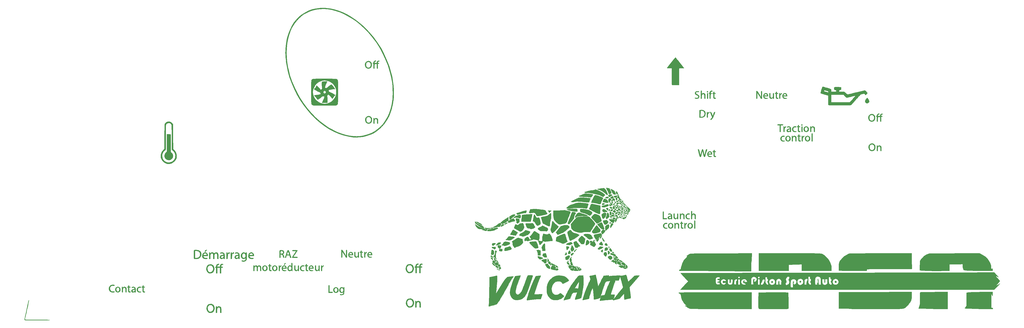
<source format=gbr>
G04 #@! TF.FileFunction,Legend,Top*
%FSLAX46Y46*%
G04 Gerber Fmt 4.6, Leading zero omitted, Abs format (unit mm)*
G04 Created by KiCad (PCBNEW 4.0.7) date 05/07/18 22:31:55*
%MOMM*%
%LPD*%
G01*
G04 APERTURE LIST*
%ADD10C,0.100000*%
%ADD11C,0.010000*%
G04 APERTURE END LIST*
D10*
D11*
G36*
X19397451Y-192391136D02*
X19392974Y-192492851D01*
X19367335Y-192672413D01*
X19318089Y-192942526D01*
X19242797Y-193315894D01*
X19139015Y-193805222D01*
X19004301Y-194423215D01*
X18836214Y-195182575D01*
X18662519Y-195961000D01*
X18494539Y-196714274D01*
X18338580Y-197418013D01*
X18198456Y-198054686D01*
X18077980Y-198606765D01*
X17980967Y-199056720D01*
X17911230Y-199387022D01*
X17872581Y-199580141D01*
X17865901Y-199622833D01*
X17898568Y-199646500D01*
X18004444Y-199666604D01*
X18194450Y-199683390D01*
X18479508Y-199697104D01*
X18870538Y-199707991D01*
X19378461Y-199716299D01*
X20014197Y-199722271D01*
X20788669Y-199726155D01*
X21712796Y-199728196D01*
X22568663Y-199728667D01*
X23710627Y-199730014D01*
X24686278Y-199734094D01*
X25498616Y-199740964D01*
X26150643Y-199750679D01*
X26645356Y-199763296D01*
X26985757Y-199778872D01*
X27174845Y-199797463D01*
X27218540Y-199816234D01*
X27125442Y-199833817D01*
X26881705Y-199849197D01*
X26506006Y-199862391D01*
X26017025Y-199873416D01*
X25433442Y-199882290D01*
X24773934Y-199889030D01*
X24057181Y-199893653D01*
X23301862Y-199896177D01*
X22526656Y-199896620D01*
X21750241Y-199894998D01*
X20991297Y-199891329D01*
X20268503Y-199885631D01*
X19600537Y-199877920D01*
X19006079Y-199868215D01*
X18503807Y-199856533D01*
X18112401Y-199842891D01*
X17850538Y-199827306D01*
X17736899Y-199809797D01*
X17733995Y-199807393D01*
X17743556Y-199714664D01*
X17786024Y-199477171D01*
X17856959Y-199115314D01*
X17951921Y-198649494D01*
X18066470Y-198100109D01*
X18196166Y-197487560D01*
X18336569Y-196832247D01*
X18483238Y-196154569D01*
X18631733Y-195474926D01*
X18777615Y-194813719D01*
X18916443Y-194191346D01*
X19043778Y-193628209D01*
X19155178Y-193144705D01*
X19246204Y-192761237D01*
X19312416Y-192498202D01*
X19349374Y-192376002D01*
X19352680Y-192370431D01*
X19383205Y-192354564D01*
X19397451Y-192391136D01*
X19397451Y-192391136D01*
G37*
X19397451Y-192391136D02*
X19392974Y-192492851D01*
X19367335Y-192672413D01*
X19318089Y-192942526D01*
X19242797Y-193315894D01*
X19139015Y-193805222D01*
X19004301Y-194423215D01*
X18836214Y-195182575D01*
X18662519Y-195961000D01*
X18494539Y-196714274D01*
X18338580Y-197418013D01*
X18198456Y-198054686D01*
X18077980Y-198606765D01*
X17980967Y-199056720D01*
X17911230Y-199387022D01*
X17872581Y-199580141D01*
X17865901Y-199622833D01*
X17898568Y-199646500D01*
X18004444Y-199666604D01*
X18194450Y-199683390D01*
X18479508Y-199697104D01*
X18870538Y-199707991D01*
X19378461Y-199716299D01*
X20014197Y-199722271D01*
X20788669Y-199726155D01*
X21712796Y-199728196D01*
X22568663Y-199728667D01*
X23710627Y-199730014D01*
X24686278Y-199734094D01*
X25498616Y-199740964D01*
X26150643Y-199750679D01*
X26645356Y-199763296D01*
X26985757Y-199778872D01*
X27174845Y-199797463D01*
X27218540Y-199816234D01*
X27125442Y-199833817D01*
X26881705Y-199849197D01*
X26506006Y-199862391D01*
X26017025Y-199873416D01*
X25433442Y-199882290D01*
X24773934Y-199889030D01*
X24057181Y-199893653D01*
X23301862Y-199896177D01*
X22526656Y-199896620D01*
X21750241Y-199894998D01*
X20991297Y-199891329D01*
X20268503Y-199885631D01*
X19600537Y-199877920D01*
X19006079Y-199868215D01*
X18503807Y-199856533D01*
X18112401Y-199842891D01*
X17850538Y-199827306D01*
X17736899Y-199809797D01*
X17733995Y-199807393D01*
X17743556Y-199714664D01*
X17786024Y-199477171D01*
X17856959Y-199115314D01*
X17951921Y-198649494D01*
X18066470Y-198100109D01*
X18196166Y-197487560D01*
X18336569Y-196832247D01*
X18483238Y-196154569D01*
X18631733Y-195474926D01*
X18777615Y-194813719D01*
X18916443Y-194191346D01*
X19043778Y-193628209D01*
X19155178Y-193144705D01*
X19246204Y-192761237D01*
X19312416Y-192498202D01*
X19349374Y-192376002D01*
X19352680Y-192370431D01*
X19383205Y-192354564D01*
X19397451Y-192391136D01*
G36*
X88426643Y-193855226D02*
X88769864Y-194082865D01*
X89043689Y-194400125D01*
X89234302Y-194787224D01*
X89327888Y-195224381D01*
X89310629Y-195691817D01*
X89168710Y-196169750D01*
X88958926Y-196542366D01*
X88672325Y-196816980D01*
X88286038Y-197002308D01*
X87850932Y-197086569D01*
X87417874Y-197057985D01*
X87140851Y-196963375D01*
X86768936Y-196693697D01*
X86502892Y-196325422D01*
X86342959Y-195891597D01*
X86289373Y-195425266D01*
X86316645Y-195185597D01*
X86732694Y-195185597D01*
X86739846Y-195669043D01*
X86771033Y-195812833D01*
X86944111Y-196233114D01*
X87199596Y-196547870D01*
X87418333Y-196688892D01*
X87732390Y-196745829D01*
X88082192Y-196688202D01*
X88395517Y-196531893D01*
X88485884Y-196454111D01*
X88734413Y-196090323D01*
X88859613Y-195655978D01*
X88861803Y-195196212D01*
X88741305Y-194756163D01*
X88498437Y-194380965D01*
X88470996Y-194352333D01*
X88280758Y-194190914D01*
X88082487Y-194116325D01*
X87799333Y-194098333D01*
X87514193Y-194116686D01*
X87316336Y-194191900D01*
X87127671Y-194352333D01*
X86865747Y-194731223D01*
X86732694Y-195185597D01*
X86316645Y-195185597D01*
X86342376Y-194959474D01*
X86502204Y-194527265D01*
X86769098Y-194161684D01*
X87118773Y-193907833D01*
X87587282Y-193747929D01*
X88027844Y-193736986D01*
X88426643Y-193855226D01*
X88426643Y-193855226D01*
G37*
X88426643Y-193855226D02*
X88769864Y-194082865D01*
X89043689Y-194400125D01*
X89234302Y-194787224D01*
X89327888Y-195224381D01*
X89310629Y-195691817D01*
X89168710Y-196169750D01*
X88958926Y-196542366D01*
X88672325Y-196816980D01*
X88286038Y-197002308D01*
X87850932Y-197086569D01*
X87417874Y-197057985D01*
X87140851Y-196963375D01*
X86768936Y-196693697D01*
X86502892Y-196325422D01*
X86342959Y-195891597D01*
X86289373Y-195425266D01*
X86316645Y-195185597D01*
X86732694Y-195185597D01*
X86739846Y-195669043D01*
X86771033Y-195812833D01*
X86944111Y-196233114D01*
X87199596Y-196547870D01*
X87418333Y-196688892D01*
X87732390Y-196745829D01*
X88082192Y-196688202D01*
X88395517Y-196531893D01*
X88485884Y-196454111D01*
X88734413Y-196090323D01*
X88859613Y-195655978D01*
X88861803Y-195196212D01*
X88741305Y-194756163D01*
X88498437Y-194380965D01*
X88470996Y-194352333D01*
X88280758Y-194190914D01*
X88082487Y-194116325D01*
X87799333Y-194098333D01*
X87514193Y-194116686D01*
X87316336Y-194191900D01*
X87127671Y-194352333D01*
X86865747Y-194731223D01*
X86732694Y-195185597D01*
X86316645Y-195185597D01*
X86342376Y-194959474D01*
X86502204Y-194527265D01*
X86769098Y-194161684D01*
X87118773Y-193907833D01*
X87587282Y-193747929D01*
X88027844Y-193736986D01*
X88426643Y-193855226D01*
G36*
X90142171Y-194708535D02*
X90170000Y-194818000D01*
X90179395Y-194941598D01*
X90232052Y-194974057D01*
X90364677Y-194915410D01*
X90527787Y-194818316D01*
X90872669Y-194671467D01*
X91198807Y-194679328D01*
X91427721Y-194769317D01*
X91607639Y-194895452D01*
X91732559Y-195075452D01*
X91811081Y-195337939D01*
X91851805Y-195711534D01*
X91863333Y-196218984D01*
X91863333Y-197104000D01*
X91651667Y-197104000D01*
X91555394Y-197098801D01*
X91493897Y-197062537D01*
X91459384Y-196964204D01*
X91444059Y-196772800D01*
X91440128Y-196457324D01*
X91440000Y-196262054D01*
X91436326Y-195867379D01*
X91420259Y-195601248D01*
X91384231Y-195422941D01*
X91320671Y-195291738D01*
X91240367Y-195188022D01*
X91086352Y-195036155D01*
X90941721Y-194998197D01*
X90754608Y-195037995D01*
X90545427Y-195129878D01*
X90401601Y-195282995D01*
X90312500Y-195524689D01*
X90267495Y-195882301D01*
X90255915Y-196320833D01*
X90253747Y-196687541D01*
X90242841Y-196917058D01*
X90214458Y-197041528D01*
X90159859Y-197093095D01*
X90070306Y-197103900D01*
X90043000Y-197104000D01*
X89831333Y-197104000D01*
X89831333Y-195876333D01*
X89832512Y-195397677D01*
X89838402Y-195062772D01*
X89852531Y-194846041D01*
X89878425Y-194721906D01*
X89919615Y-194664790D01*
X89979626Y-194649113D01*
X90000667Y-194648667D01*
X90142171Y-194708535D01*
X90142171Y-194708535D01*
G37*
X90142171Y-194708535D02*
X90170000Y-194818000D01*
X90179395Y-194941598D01*
X90232052Y-194974057D01*
X90364677Y-194915410D01*
X90527787Y-194818316D01*
X90872669Y-194671467D01*
X91198807Y-194679328D01*
X91427721Y-194769317D01*
X91607639Y-194895452D01*
X91732559Y-195075452D01*
X91811081Y-195337939D01*
X91851805Y-195711534D01*
X91863333Y-196218984D01*
X91863333Y-197104000D01*
X91651667Y-197104000D01*
X91555394Y-197098801D01*
X91493897Y-197062537D01*
X91459384Y-196964204D01*
X91444059Y-196772800D01*
X91440128Y-196457324D01*
X91440000Y-196262054D01*
X91436326Y-195867379D01*
X91420259Y-195601248D01*
X91384231Y-195422941D01*
X91320671Y-195291738D01*
X91240367Y-195188022D01*
X91086352Y-195036155D01*
X90941721Y-194998197D01*
X90754608Y-195037995D01*
X90545427Y-195129878D01*
X90401601Y-195282995D01*
X90312500Y-195524689D01*
X90267495Y-195882301D01*
X90255915Y-196320833D01*
X90253747Y-196687541D01*
X90242841Y-196917058D01*
X90214458Y-197041528D01*
X90159859Y-197093095D01*
X90070306Y-197103900D01*
X90043000Y-197104000D01*
X89831333Y-197104000D01*
X89831333Y-195876333D01*
X89832512Y-195397677D01*
X89838402Y-195062772D01*
X89852531Y-194846041D01*
X89878425Y-194721906D01*
X89919615Y-194664790D01*
X89979626Y-194649113D01*
X90000667Y-194648667D01*
X90142171Y-194708535D01*
G36*
X291592000Y-195667094D02*
X280987500Y-195650495D01*
X279640181Y-195647960D01*
X278326198Y-195644660D01*
X277057012Y-195640666D01*
X275844086Y-195636048D01*
X274698884Y-195630876D01*
X273632869Y-195625221D01*
X272657502Y-195619155D01*
X271784249Y-195612746D01*
X271024570Y-195606066D01*
X270389930Y-195599185D01*
X269891791Y-195592174D01*
X269541616Y-195585104D01*
X269367000Y-195578999D01*
X268716372Y-195526441D01*
X268231734Y-195447956D01*
X267970000Y-195369397D01*
X267757226Y-195265986D01*
X267486131Y-195111054D01*
X267193515Y-194928826D01*
X266916178Y-194743528D01*
X266690920Y-194579383D01*
X266554541Y-194460619D01*
X266530667Y-194421901D01*
X266604527Y-194403079D01*
X266788997Y-194415564D01*
X266863042Y-194426173D01*
X267195418Y-194479322D01*
X266693413Y-194000491D01*
X266375551Y-193660070D01*
X266041532Y-193240288D01*
X265723211Y-192787299D01*
X265452438Y-192347252D01*
X265261065Y-191966299D01*
X265224489Y-191872115D01*
X265138281Y-191575943D01*
X265066207Y-191243471D01*
X265055080Y-191176215D01*
X264977285Y-190685945D01*
X264912302Y-190339485D01*
X264851936Y-190112618D01*
X264787993Y-189981129D01*
X264712279Y-189920802D01*
X264625711Y-189907333D01*
X264401618Y-189845766D01*
X264225723Y-189695582D01*
X264160000Y-189520286D01*
X264177267Y-189504349D01*
X264233944Y-189489841D01*
X264337339Y-189476697D01*
X264494765Y-189464854D01*
X264713531Y-189454245D01*
X265000947Y-189444808D01*
X265364325Y-189436477D01*
X265810974Y-189429187D01*
X266348205Y-189422876D01*
X266983330Y-189417477D01*
X267723657Y-189412927D01*
X268576498Y-189409162D01*
X269549163Y-189406115D01*
X270648962Y-189403724D01*
X271883207Y-189401924D01*
X273259207Y-189400650D01*
X274784273Y-189399838D01*
X276465716Y-189399423D01*
X277876000Y-189399333D01*
X291592000Y-189399333D01*
X291592000Y-195667094D01*
X291592000Y-195667094D01*
G37*
X291592000Y-195667094D02*
X280987500Y-195650495D01*
X279640181Y-195647960D01*
X278326198Y-195644660D01*
X277057012Y-195640666D01*
X275844086Y-195636048D01*
X274698884Y-195630876D01*
X273632869Y-195625221D01*
X272657502Y-195619155D01*
X271784249Y-195612746D01*
X271024570Y-195606066D01*
X270389930Y-195599185D01*
X269891791Y-195592174D01*
X269541616Y-195585104D01*
X269367000Y-195578999D01*
X268716372Y-195526441D01*
X268231734Y-195447956D01*
X267970000Y-195369397D01*
X267757226Y-195265986D01*
X267486131Y-195111054D01*
X267193515Y-194928826D01*
X266916178Y-194743528D01*
X266690920Y-194579383D01*
X266554541Y-194460619D01*
X266530667Y-194421901D01*
X266604527Y-194403079D01*
X266788997Y-194415564D01*
X266863042Y-194426173D01*
X267195418Y-194479322D01*
X266693413Y-194000491D01*
X266375551Y-193660070D01*
X266041532Y-193240288D01*
X265723211Y-192787299D01*
X265452438Y-192347252D01*
X265261065Y-191966299D01*
X265224489Y-191872115D01*
X265138281Y-191575943D01*
X265066207Y-191243471D01*
X265055080Y-191176215D01*
X264977285Y-190685945D01*
X264912302Y-190339485D01*
X264851936Y-190112618D01*
X264787993Y-189981129D01*
X264712279Y-189920802D01*
X264625711Y-189907333D01*
X264401618Y-189845766D01*
X264225723Y-189695582D01*
X264160000Y-189520286D01*
X264177267Y-189504349D01*
X264233944Y-189489841D01*
X264337339Y-189476697D01*
X264494765Y-189464854D01*
X264713531Y-189454245D01*
X265000947Y-189444808D01*
X265364325Y-189436477D01*
X265810974Y-189429187D01*
X266348205Y-189422876D01*
X266983330Y-189417477D01*
X267723657Y-189412927D01*
X268576498Y-189409162D01*
X269549163Y-189406115D01*
X270648962Y-189403724D01*
X271883207Y-189401924D01*
X273259207Y-189400650D01*
X274784273Y-189399838D01*
X276465716Y-189399423D01*
X277876000Y-189399333D01*
X291592000Y-189399333D01*
X291592000Y-195667094D01*
G36*
X303270218Y-189411874D02*
X303822558Y-189414337D01*
X304266287Y-189419136D01*
X304613551Y-189426545D01*
X304876491Y-189436839D01*
X305067254Y-189450292D01*
X305197983Y-189467178D01*
X305280822Y-189487772D01*
X305327914Y-189512347D01*
X305351405Y-189541179D01*
X305354087Y-189546894D01*
X305370637Y-189664721D01*
X305387940Y-189930940D01*
X305405271Y-190324613D01*
X305421907Y-190824807D01*
X305437124Y-191410584D01*
X305450197Y-192061009D01*
X305457658Y-192541632D01*
X305496561Y-195387597D01*
X305298775Y-195526132D01*
X305245614Y-195554511D01*
X305164940Y-195578773D01*
X305044145Y-195599234D01*
X304870619Y-195616212D01*
X304631754Y-195630024D01*
X304314941Y-195640985D01*
X303907573Y-195649413D01*
X303397040Y-195655625D01*
X302770733Y-195659938D01*
X302016045Y-195662668D01*
X301120366Y-195664133D01*
X300071088Y-195664649D01*
X299785828Y-195664667D01*
X298705864Y-195664547D01*
X297782494Y-195663923D01*
X297002979Y-195662400D01*
X296354579Y-195659582D01*
X295824555Y-195655072D01*
X295400167Y-195648476D01*
X295068676Y-195639398D01*
X294817343Y-195627440D01*
X294633429Y-195612209D01*
X294504193Y-195593308D01*
X294416897Y-195570340D01*
X294358801Y-195542911D01*
X294317166Y-195510625D01*
X294300237Y-195494237D01*
X294254877Y-195443266D01*
X294218553Y-195378953D01*
X294190430Y-195283729D01*
X294169669Y-195140024D01*
X294155435Y-194930268D01*
X294146892Y-194636890D01*
X294143201Y-194242321D01*
X294143527Y-193728991D01*
X294147033Y-193079329D01*
X294152071Y-192382737D01*
X294174333Y-189441667D01*
X299731876Y-189419894D01*
X300840097Y-189415757D01*
X301791132Y-189412858D01*
X302597124Y-189411472D01*
X303270218Y-189411874D01*
X303270218Y-189411874D01*
G37*
X303270218Y-189411874D02*
X303822558Y-189414337D01*
X304266287Y-189419136D01*
X304613551Y-189426545D01*
X304876491Y-189436839D01*
X305067254Y-189450292D01*
X305197983Y-189467178D01*
X305280822Y-189487772D01*
X305327914Y-189512347D01*
X305351405Y-189541179D01*
X305354087Y-189546894D01*
X305370637Y-189664721D01*
X305387940Y-189930940D01*
X305405271Y-190324613D01*
X305421907Y-190824807D01*
X305437124Y-191410584D01*
X305450197Y-192061009D01*
X305457658Y-192541632D01*
X305496561Y-195387597D01*
X305298775Y-195526132D01*
X305245614Y-195554511D01*
X305164940Y-195578773D01*
X305044145Y-195599234D01*
X304870619Y-195616212D01*
X304631754Y-195630024D01*
X304314941Y-195640985D01*
X303907573Y-195649413D01*
X303397040Y-195655625D01*
X302770733Y-195659938D01*
X302016045Y-195662668D01*
X301120366Y-195664133D01*
X300071088Y-195664649D01*
X299785828Y-195664667D01*
X298705864Y-195664547D01*
X297782494Y-195663923D01*
X297002979Y-195662400D01*
X296354579Y-195659582D01*
X295824555Y-195655072D01*
X295400167Y-195648476D01*
X295068676Y-195639398D01*
X294817343Y-195627440D01*
X294633429Y-195612209D01*
X294504193Y-195593308D01*
X294416897Y-195570340D01*
X294358801Y-195542911D01*
X294317166Y-195510625D01*
X294300237Y-195494237D01*
X294254877Y-195443266D01*
X294218553Y-195378953D01*
X294190430Y-195283729D01*
X294169669Y-195140024D01*
X294155435Y-194930268D01*
X294146892Y-194636890D01*
X294143201Y-194242321D01*
X294143527Y-193728991D01*
X294147033Y-193079329D01*
X294152071Y-192382737D01*
X294174333Y-189441667D01*
X299731876Y-189419894D01*
X300840097Y-189415757D01*
X301791132Y-189412858D01*
X302597124Y-189411472D01*
X303270218Y-189411874D01*
G36*
X351874667Y-190493793D02*
X351872050Y-191004563D01*
X351861313Y-191384391D01*
X351838122Y-191671627D01*
X351798145Y-191904621D01*
X351737050Y-192121721D01*
X351669281Y-192311793D01*
X351536798Y-192646288D01*
X351406412Y-192922257D01*
X351251182Y-193184287D01*
X351044165Y-193476965D01*
X350758418Y-193844878D01*
X350694226Y-193925436D01*
X350339252Y-194355074D01*
X350043682Y-194673613D01*
X349774359Y-194911747D01*
X349498126Y-195100173D01*
X349314922Y-195202322D01*
X349181484Y-195272642D01*
X349058231Y-195335422D01*
X348935292Y-195391092D01*
X348802797Y-195440076D01*
X348650874Y-195482804D01*
X348469654Y-195519701D01*
X348249265Y-195551195D01*
X347979837Y-195577713D01*
X347651499Y-195599682D01*
X347254379Y-195617530D01*
X346778608Y-195631683D01*
X346214315Y-195642569D01*
X345551628Y-195650614D01*
X344780677Y-195656247D01*
X343891591Y-195659893D01*
X342874500Y-195661981D01*
X341719532Y-195662937D01*
X340416818Y-195663188D01*
X338956485Y-195663162D01*
X338665313Y-195663161D01*
X337425996Y-195662891D01*
X336234586Y-195662085D01*
X335101962Y-195660779D01*
X334039002Y-195659010D01*
X333056584Y-195656813D01*
X332165584Y-195654227D01*
X331376882Y-195651286D01*
X330701355Y-195648029D01*
X330149881Y-195644491D01*
X329733338Y-195640708D01*
X329462604Y-195636718D01*
X329348557Y-195632557D01*
X329345564Y-195631867D01*
X329214498Y-195591849D01*
X328921171Y-195558446D01*
X328472535Y-195531975D01*
X327875544Y-195512755D01*
X327137153Y-195501103D01*
X326404943Y-195497388D01*
X324430219Y-195495333D01*
X324449407Y-194331167D01*
X324454817Y-193900189D01*
X324456302Y-193528528D01*
X324453962Y-193249776D01*
X324447901Y-193097525D01*
X324445604Y-193082333D01*
X324439301Y-192976065D01*
X324434577Y-192726277D01*
X324431606Y-192358779D01*
X324430560Y-191899378D01*
X324431615Y-191373884D01*
X324432640Y-191155187D01*
X324442667Y-189312708D01*
X331025500Y-189298033D01*
X332246881Y-189295091D01*
X333604089Y-189291435D01*
X335063621Y-189287174D01*
X336591973Y-189282420D01*
X338155639Y-189277285D01*
X339721117Y-189271881D01*
X341254903Y-189266318D01*
X342723492Y-189260709D01*
X344093381Y-189255164D01*
X344741500Y-189252405D01*
X351874667Y-189221451D01*
X351874667Y-190493793D01*
X351874667Y-190493793D01*
G37*
X351874667Y-190493793D02*
X351872050Y-191004563D01*
X351861313Y-191384391D01*
X351838122Y-191671627D01*
X351798145Y-191904621D01*
X351737050Y-192121721D01*
X351669281Y-192311793D01*
X351536798Y-192646288D01*
X351406412Y-192922257D01*
X351251182Y-193184287D01*
X351044165Y-193476965D01*
X350758418Y-193844878D01*
X350694226Y-193925436D01*
X350339252Y-194355074D01*
X350043682Y-194673613D01*
X349774359Y-194911747D01*
X349498126Y-195100173D01*
X349314922Y-195202322D01*
X349181484Y-195272642D01*
X349058231Y-195335422D01*
X348935292Y-195391092D01*
X348802797Y-195440076D01*
X348650874Y-195482804D01*
X348469654Y-195519701D01*
X348249265Y-195551195D01*
X347979837Y-195577713D01*
X347651499Y-195599682D01*
X347254379Y-195617530D01*
X346778608Y-195631683D01*
X346214315Y-195642569D01*
X345551628Y-195650614D01*
X344780677Y-195656247D01*
X343891591Y-195659893D01*
X342874500Y-195661981D01*
X341719532Y-195662937D01*
X340416818Y-195663188D01*
X338956485Y-195663162D01*
X338665313Y-195663161D01*
X337425996Y-195662891D01*
X336234586Y-195662085D01*
X335101962Y-195660779D01*
X334039002Y-195659010D01*
X333056584Y-195656813D01*
X332165584Y-195654227D01*
X331376882Y-195651286D01*
X330701355Y-195648029D01*
X330149881Y-195644491D01*
X329733338Y-195640708D01*
X329462604Y-195636718D01*
X329348557Y-195632557D01*
X329345564Y-195631867D01*
X329214498Y-195591849D01*
X328921171Y-195558446D01*
X328472535Y-195531975D01*
X327875544Y-195512755D01*
X327137153Y-195501103D01*
X326404943Y-195497388D01*
X324430219Y-195495333D01*
X324449407Y-194331167D01*
X324454817Y-193900189D01*
X324456302Y-193528528D01*
X324453962Y-193249776D01*
X324447901Y-193097525D01*
X324445604Y-193082333D01*
X324439301Y-192976065D01*
X324434577Y-192726277D01*
X324431606Y-192358779D01*
X324430560Y-191899378D01*
X324431615Y-191373884D01*
X324432640Y-191155187D01*
X324442667Y-189312708D01*
X331025500Y-189298033D01*
X332246881Y-189295091D01*
X333604089Y-189291435D01*
X335063621Y-189287174D01*
X336591973Y-189282420D01*
X338155639Y-189277285D01*
X339721117Y-189271881D01*
X341254903Y-189266318D01*
X342723492Y-189260709D01*
X344093381Y-189255164D01*
X344741500Y-189252405D01*
X351874667Y-189221451D01*
X351874667Y-190493793D01*
G36*
X365421333Y-195667213D02*
X362309833Y-195644773D01*
X361574083Y-195638114D01*
X360869695Y-195629186D01*
X360220041Y-195618474D01*
X359648488Y-195606465D01*
X359178407Y-195593642D01*
X358833167Y-195580492D01*
X358648000Y-195568729D01*
X358393156Y-195551836D01*
X358004841Y-195536121D01*
X357518915Y-195522558D01*
X356971240Y-195512121D01*
X356397677Y-195505782D01*
X356308838Y-195505229D01*
X354520010Y-195495333D01*
X354635675Y-194943541D01*
X354716278Y-194623577D01*
X354809931Y-194344753D01*
X354884170Y-194189027D01*
X354924760Y-194105867D01*
X354955926Y-193982317D01*
X354978624Y-193798397D01*
X354993805Y-193534126D01*
X355002425Y-193169524D01*
X355005436Y-192684613D01*
X355003793Y-192059411D01*
X355001779Y-191725401D01*
X354998681Y-191016294D01*
X355000486Y-190459959D01*
X355007870Y-190039885D01*
X355021510Y-189739564D01*
X355042081Y-189542487D01*
X355070260Y-189432143D01*
X355097155Y-189396147D01*
X355129092Y-189379560D01*
X355175525Y-189365102D01*
X355248532Y-189352487D01*
X355360185Y-189341432D01*
X355522561Y-189331652D01*
X355747736Y-189322862D01*
X356047783Y-189314778D01*
X356434779Y-189307117D01*
X356920800Y-189299592D01*
X357517919Y-189291920D01*
X358238213Y-189283816D01*
X359093757Y-189274996D01*
X360096626Y-189265175D01*
X361039833Y-189256152D01*
X365421333Y-189214457D01*
X365421333Y-195667213D01*
X365421333Y-195667213D01*
G37*
X365421333Y-195667213D02*
X362309833Y-195644773D01*
X361574083Y-195638114D01*
X360869695Y-195629186D01*
X360220041Y-195618474D01*
X359648488Y-195606465D01*
X359178407Y-195593642D01*
X358833167Y-195580492D01*
X358648000Y-195568729D01*
X358393156Y-195551836D01*
X358004841Y-195536121D01*
X357518915Y-195522558D01*
X356971240Y-195512121D01*
X356397677Y-195505782D01*
X356308838Y-195505229D01*
X354520010Y-195495333D01*
X354635675Y-194943541D01*
X354716278Y-194623577D01*
X354809931Y-194344753D01*
X354884170Y-194189027D01*
X354924760Y-194105867D01*
X354955926Y-193982317D01*
X354978624Y-193798397D01*
X354993805Y-193534126D01*
X355002425Y-193169524D01*
X355005436Y-192684613D01*
X355003793Y-192059411D01*
X355001779Y-191725401D01*
X354998681Y-191016294D01*
X355000486Y-190459959D01*
X355007870Y-190039885D01*
X355021510Y-189739564D01*
X355042081Y-189542487D01*
X355070260Y-189432143D01*
X355097155Y-189396147D01*
X355129092Y-189379560D01*
X355175525Y-189365102D01*
X355248532Y-189352487D01*
X355360185Y-189341432D01*
X355522561Y-189331652D01*
X355747736Y-189322862D01*
X356047783Y-189314778D01*
X356434779Y-189307117D01*
X356920800Y-189299592D01*
X357517919Y-189291920D01*
X358238213Y-189283816D01*
X359093757Y-189274996D01*
X360096626Y-189265175D01*
X361039833Y-189256152D01*
X365421333Y-189214457D01*
X365421333Y-195667213D01*
G36*
X382354667Y-189984535D02*
X382350794Y-190321910D01*
X382340416Y-190584062D01*
X382325387Y-190733391D01*
X382316660Y-190754000D01*
X382273034Y-190680391D01*
X382199150Y-190489771D01*
X382131512Y-190287214D01*
X382049966Y-190051144D01*
X381982637Y-189913852D01*
X381928275Y-189884018D01*
X381885629Y-189970321D01*
X381853448Y-190181439D01*
X381830481Y-190526053D01*
X381815479Y-191012841D01*
X381807191Y-191650482D01*
X381804365Y-192447655D01*
X381804333Y-192557763D01*
X381804333Y-195114333D01*
X381381000Y-195164532D01*
X381197502Y-195188849D01*
X381145504Y-195205241D01*
X381235883Y-195216246D01*
X381479517Y-195224401D01*
X381653188Y-195228032D01*
X382008106Y-195240512D01*
X382231117Y-195266926D01*
X382359554Y-195315593D01*
X382430750Y-195394831D01*
X382434804Y-195402203D01*
X382474831Y-195544347D01*
X382405329Y-195607421D01*
X382285545Y-195620791D01*
X382019373Y-195631080D01*
X381629728Y-195638400D01*
X381139525Y-195642864D01*
X380571681Y-195644582D01*
X379949110Y-195643668D01*
X379294727Y-195640234D01*
X378631449Y-195634390D01*
X377982189Y-195626250D01*
X377369864Y-195615925D01*
X376817389Y-195603527D01*
X376347678Y-195589168D01*
X376047000Y-195576349D01*
X375506723Y-195553106D01*
X374870246Y-195532370D01*
X374210701Y-195516173D01*
X373601220Y-195506545D01*
X373502015Y-195505663D01*
X372952445Y-195497843D01*
X372548719Y-195482580D01*
X372267438Y-195457807D01*
X372085197Y-195421457D01*
X371978595Y-195371463D01*
X371978015Y-195371026D01*
X371888547Y-195276967D01*
X371921365Y-195244026D01*
X372022942Y-195176080D01*
X372170606Y-195003936D01*
X372281198Y-194843757D01*
X372533333Y-194446181D01*
X372533333Y-189521520D01*
X373274167Y-189406187D01*
X373546588Y-189374470D01*
X373936301Y-189346576D01*
X374451691Y-189322243D01*
X375101140Y-189301209D01*
X375893032Y-189283212D01*
X376835752Y-189267993D01*
X377937683Y-189255287D01*
X378184833Y-189252962D01*
X382354667Y-189215070D01*
X382354667Y-189984535D01*
X382354667Y-189984535D01*
G37*
X382354667Y-189984535D02*
X382350794Y-190321910D01*
X382340416Y-190584062D01*
X382325387Y-190733391D01*
X382316660Y-190754000D01*
X382273034Y-190680391D01*
X382199150Y-190489771D01*
X382131512Y-190287214D01*
X382049966Y-190051144D01*
X381982637Y-189913852D01*
X381928275Y-189884018D01*
X381885629Y-189970321D01*
X381853448Y-190181439D01*
X381830481Y-190526053D01*
X381815479Y-191012841D01*
X381807191Y-191650482D01*
X381804365Y-192447655D01*
X381804333Y-192557763D01*
X381804333Y-195114333D01*
X381381000Y-195164532D01*
X381197502Y-195188849D01*
X381145504Y-195205241D01*
X381235883Y-195216246D01*
X381479517Y-195224401D01*
X381653188Y-195228032D01*
X382008106Y-195240512D01*
X382231117Y-195266926D01*
X382359554Y-195315593D01*
X382430750Y-195394831D01*
X382434804Y-195402203D01*
X382474831Y-195544347D01*
X382405329Y-195607421D01*
X382285545Y-195620791D01*
X382019373Y-195631080D01*
X381629728Y-195638400D01*
X381139525Y-195642864D01*
X380571681Y-195644582D01*
X379949110Y-195643668D01*
X379294727Y-195640234D01*
X378631449Y-195634390D01*
X377982189Y-195626250D01*
X377369864Y-195615925D01*
X376817389Y-195603527D01*
X376347678Y-195589168D01*
X376047000Y-195576349D01*
X375506723Y-195553106D01*
X374870246Y-195532370D01*
X374210701Y-195516173D01*
X373601220Y-195506545D01*
X373502015Y-195505663D01*
X372952445Y-195497843D01*
X372548719Y-195482580D01*
X372267438Y-195457807D01*
X372085197Y-195421457D01*
X371978595Y-195371463D01*
X371978015Y-195371026D01*
X371888547Y-195276967D01*
X371921365Y-195244026D01*
X372022942Y-195176080D01*
X372170606Y-195003936D01*
X372281198Y-194843757D01*
X372533333Y-194446181D01*
X372533333Y-189521520D01*
X373274167Y-189406187D01*
X373546588Y-189374470D01*
X373936301Y-189346576D01*
X374451691Y-189322243D01*
X375101140Y-189301209D01*
X375893032Y-189283212D01*
X376835752Y-189267993D01*
X377937683Y-189255287D01*
X378184833Y-189252962D01*
X382354667Y-189215070D01*
X382354667Y-189984535D01*
G36*
X163525977Y-191823226D02*
X163869197Y-192050865D01*
X164143022Y-192368125D01*
X164333636Y-192755224D01*
X164427221Y-193192381D01*
X164409963Y-193659817D01*
X164268044Y-194137750D01*
X164058259Y-194510366D01*
X163771658Y-194784980D01*
X163385371Y-194970308D01*
X162950265Y-195054569D01*
X162517208Y-195025985D01*
X162240184Y-194931375D01*
X161868269Y-194661697D01*
X161602226Y-194293422D01*
X161442292Y-193859597D01*
X161388707Y-193393266D01*
X161415978Y-193153597D01*
X161832028Y-193153597D01*
X161839180Y-193637043D01*
X161870366Y-193780833D01*
X162043444Y-194201114D01*
X162298929Y-194515870D01*
X162517667Y-194656892D01*
X162831724Y-194713829D01*
X163181526Y-194656202D01*
X163494850Y-194499893D01*
X163585218Y-194422111D01*
X163833746Y-194058323D01*
X163958946Y-193623978D01*
X163961137Y-193164212D01*
X163840638Y-192724163D01*
X163597770Y-192348965D01*
X163570329Y-192320333D01*
X163380092Y-192158914D01*
X163181820Y-192084325D01*
X162898667Y-192066333D01*
X162613526Y-192084686D01*
X162415669Y-192159900D01*
X162227004Y-192320333D01*
X161965080Y-192699223D01*
X161832028Y-193153597D01*
X161415978Y-193153597D01*
X161441709Y-192927474D01*
X161601538Y-192495265D01*
X161868431Y-192129684D01*
X162218106Y-191875833D01*
X162686615Y-191715929D01*
X163127177Y-191704986D01*
X163525977Y-191823226D01*
X163525977Y-191823226D01*
G37*
X163525977Y-191823226D02*
X163869197Y-192050865D01*
X164143022Y-192368125D01*
X164333636Y-192755224D01*
X164427221Y-193192381D01*
X164409963Y-193659817D01*
X164268044Y-194137750D01*
X164058259Y-194510366D01*
X163771658Y-194784980D01*
X163385371Y-194970308D01*
X162950265Y-195054569D01*
X162517208Y-195025985D01*
X162240184Y-194931375D01*
X161868269Y-194661697D01*
X161602226Y-194293422D01*
X161442292Y-193859597D01*
X161388707Y-193393266D01*
X161415978Y-193153597D01*
X161832028Y-193153597D01*
X161839180Y-193637043D01*
X161870366Y-193780833D01*
X162043444Y-194201114D01*
X162298929Y-194515870D01*
X162517667Y-194656892D01*
X162831724Y-194713829D01*
X163181526Y-194656202D01*
X163494850Y-194499893D01*
X163585218Y-194422111D01*
X163833746Y-194058323D01*
X163958946Y-193623978D01*
X163961137Y-193164212D01*
X163840638Y-192724163D01*
X163597770Y-192348965D01*
X163570329Y-192320333D01*
X163380092Y-192158914D01*
X163181820Y-192084325D01*
X162898667Y-192066333D01*
X162613526Y-192084686D01*
X162415669Y-192159900D01*
X162227004Y-192320333D01*
X161965080Y-192699223D01*
X161832028Y-193153597D01*
X161415978Y-193153597D01*
X161441709Y-192927474D01*
X161601538Y-192495265D01*
X161868431Y-192129684D01*
X162218106Y-191875833D01*
X162686615Y-191715929D01*
X163127177Y-191704986D01*
X163525977Y-191823226D01*
G36*
X165241504Y-192676535D02*
X165269333Y-192786000D01*
X165278729Y-192909598D01*
X165331385Y-192942057D01*
X165464010Y-192883410D01*
X165627120Y-192786316D01*
X165972002Y-192639467D01*
X166298140Y-192647328D01*
X166527054Y-192737317D01*
X166706972Y-192863452D01*
X166831892Y-193043452D01*
X166910414Y-193305939D01*
X166951138Y-193679534D01*
X166962667Y-194186984D01*
X166962667Y-195072000D01*
X166751000Y-195072000D01*
X166654727Y-195066801D01*
X166593231Y-195030537D01*
X166558717Y-194932204D01*
X166543392Y-194740800D01*
X166539461Y-194425324D01*
X166539333Y-194230054D01*
X166535659Y-193835379D01*
X166519593Y-193569248D01*
X166483564Y-193390941D01*
X166420004Y-193259738D01*
X166339700Y-193156022D01*
X166185685Y-193004155D01*
X166041054Y-192966197D01*
X165853941Y-193005995D01*
X165644760Y-193097878D01*
X165500934Y-193250995D01*
X165411833Y-193492689D01*
X165366828Y-193850301D01*
X165355248Y-194288833D01*
X165353081Y-194655541D01*
X165342175Y-194885058D01*
X165313791Y-195009528D01*
X165259192Y-195061095D01*
X165169639Y-195071900D01*
X165142333Y-195072000D01*
X164930667Y-195072000D01*
X164930667Y-193844333D01*
X164931846Y-193365677D01*
X164937736Y-193030772D01*
X164951864Y-192814041D01*
X164977759Y-192689906D01*
X165018948Y-192632790D01*
X165078959Y-192617113D01*
X165100000Y-192616667D01*
X165241504Y-192676535D01*
X165241504Y-192676535D01*
G37*
X165241504Y-192676535D02*
X165269333Y-192786000D01*
X165278729Y-192909598D01*
X165331385Y-192942057D01*
X165464010Y-192883410D01*
X165627120Y-192786316D01*
X165972002Y-192639467D01*
X166298140Y-192647328D01*
X166527054Y-192737317D01*
X166706972Y-192863452D01*
X166831892Y-193043452D01*
X166910414Y-193305939D01*
X166951138Y-193679534D01*
X166962667Y-194186984D01*
X166962667Y-195072000D01*
X166751000Y-195072000D01*
X166654727Y-195066801D01*
X166593231Y-195030537D01*
X166558717Y-194932204D01*
X166543392Y-194740800D01*
X166539461Y-194425324D01*
X166539333Y-194230054D01*
X166535659Y-193835379D01*
X166519593Y-193569248D01*
X166483564Y-193390941D01*
X166420004Y-193259738D01*
X166339700Y-193156022D01*
X166185685Y-193004155D01*
X166041054Y-192966197D01*
X165853941Y-193005995D01*
X165644760Y-193097878D01*
X165500934Y-193250995D01*
X165411833Y-193492689D01*
X165366828Y-193850301D01*
X165355248Y-194288833D01*
X165353081Y-194655541D01*
X165342175Y-194885058D01*
X165313791Y-195009528D01*
X165259192Y-195061095D01*
X165169639Y-195071900D01*
X165142333Y-195072000D01*
X164930667Y-195072000D01*
X164930667Y-193844333D01*
X164931846Y-193365677D01*
X164937736Y-193030772D01*
X164951864Y-192814041D01*
X164977759Y-192689906D01*
X165018948Y-192632790D01*
X165078959Y-192617113D01*
X165100000Y-192616667D01*
X165241504Y-192676535D01*
G36*
X195708457Y-183198472D02*
X195730833Y-183428034D01*
X195744815Y-183753162D01*
X195748196Y-184049163D01*
X195736502Y-184587595D01*
X195703440Y-185275876D01*
X195650311Y-186096048D01*
X195578416Y-187030151D01*
X195489056Y-188060226D01*
X195383535Y-189168315D01*
X195360442Y-189399333D01*
X195313531Y-189865000D01*
X195980479Y-188764333D01*
X196634369Y-187698749D01*
X197244091Y-186732456D01*
X197803648Y-185874334D01*
X198307047Y-185133267D01*
X198748292Y-184518136D01*
X199121388Y-184037825D01*
X199343581Y-183781409D01*
X199445593Y-183692743D01*
X199583326Y-183627126D01*
X199790966Y-183575847D01*
X200102695Y-183530196D01*
X200499646Y-183486808D01*
X200912437Y-183447015D01*
X201284356Y-183414885D01*
X201570580Y-183394070D01*
X201712455Y-183388000D01*
X201873406Y-183399450D01*
X201892675Y-183457697D01*
X201834493Y-183548252D01*
X201347148Y-184255991D01*
X200827356Y-185080900D01*
X200265530Y-186038596D01*
X199854026Y-186774667D01*
X199137177Y-188072438D01*
X198493575Y-189224335D01*
X197920066Y-190235606D01*
X197413500Y-191111496D01*
X196970725Y-191857251D01*
X196588590Y-192478119D01*
X196263941Y-192979345D01*
X195993629Y-193366176D01*
X195774502Y-193643859D01*
X195645739Y-193780011D01*
X195490005Y-193876788D01*
X195208562Y-193987426D01*
X194788621Y-194116173D01*
X194217388Y-194267274D01*
X194060812Y-194306240D01*
X193596890Y-194419534D01*
X193189605Y-194517006D01*
X192867673Y-194591943D01*
X192659809Y-194637632D01*
X192596061Y-194648667D01*
X192552165Y-194582796D01*
X192562826Y-194500500D01*
X192593534Y-194310646D01*
X192624488Y-193961566D01*
X192655327Y-193463369D01*
X192685690Y-192826160D01*
X192715216Y-192060047D01*
X192743546Y-191175137D01*
X192770317Y-190181536D01*
X192795169Y-189089353D01*
X192817742Y-187908693D01*
X192833978Y-186903126D01*
X192845083Y-186183484D01*
X192856086Y-185519385D01*
X192866621Y-184929305D01*
X192876327Y-184431719D01*
X192884839Y-184045101D01*
X192891795Y-183787924D01*
X192896831Y-183678665D01*
X192897429Y-183676149D01*
X192999406Y-183643265D01*
X193230750Y-183586376D01*
X193557619Y-183512472D01*
X193946172Y-183428542D01*
X194362569Y-183341577D01*
X194772967Y-183258566D01*
X195143527Y-183186499D01*
X195440407Y-183132366D01*
X195629765Y-183103156D01*
X195680329Y-183101346D01*
X195708457Y-183198472D01*
X195708457Y-183198472D01*
G37*
X195708457Y-183198472D02*
X195730833Y-183428034D01*
X195744815Y-183753162D01*
X195748196Y-184049163D01*
X195736502Y-184587595D01*
X195703440Y-185275876D01*
X195650311Y-186096048D01*
X195578416Y-187030151D01*
X195489056Y-188060226D01*
X195383535Y-189168315D01*
X195360442Y-189399333D01*
X195313531Y-189865000D01*
X195980479Y-188764333D01*
X196634369Y-187698749D01*
X197244091Y-186732456D01*
X197803648Y-185874334D01*
X198307047Y-185133267D01*
X198748292Y-184518136D01*
X199121388Y-184037825D01*
X199343581Y-183781409D01*
X199445593Y-183692743D01*
X199583326Y-183627126D01*
X199790966Y-183575847D01*
X200102695Y-183530196D01*
X200499646Y-183486808D01*
X200912437Y-183447015D01*
X201284356Y-183414885D01*
X201570580Y-183394070D01*
X201712455Y-183388000D01*
X201873406Y-183399450D01*
X201892675Y-183457697D01*
X201834493Y-183548252D01*
X201347148Y-184255991D01*
X200827356Y-185080900D01*
X200265530Y-186038596D01*
X199854026Y-186774667D01*
X199137177Y-188072438D01*
X198493575Y-189224335D01*
X197920066Y-190235606D01*
X197413500Y-191111496D01*
X196970725Y-191857251D01*
X196588590Y-192478119D01*
X196263941Y-192979345D01*
X195993629Y-193366176D01*
X195774502Y-193643859D01*
X195645739Y-193780011D01*
X195490005Y-193876788D01*
X195208562Y-193987426D01*
X194788621Y-194116173D01*
X194217388Y-194267274D01*
X194060812Y-194306240D01*
X193596890Y-194419534D01*
X193189605Y-194517006D01*
X192867673Y-194591943D01*
X192659809Y-194637632D01*
X192596061Y-194648667D01*
X192552165Y-194582796D01*
X192562826Y-194500500D01*
X192593534Y-194310646D01*
X192624488Y-193961566D01*
X192655327Y-193463369D01*
X192685690Y-192826160D01*
X192715216Y-192060047D01*
X192743546Y-191175137D01*
X192770317Y-190181536D01*
X192795169Y-189089353D01*
X192817742Y-187908693D01*
X192833978Y-186903126D01*
X192845083Y-186183484D01*
X192856086Y-185519385D01*
X192866621Y-184929305D01*
X192876327Y-184431719D01*
X192884839Y-184045101D01*
X192891795Y-183787924D01*
X192896831Y-183678665D01*
X192897429Y-183676149D01*
X192999406Y-183643265D01*
X193230750Y-183586376D01*
X193557619Y-183512472D01*
X193946172Y-183428542D01*
X194362569Y-183341577D01*
X194772967Y-183258566D01*
X195143527Y-183186499D01*
X195440407Y-183132366D01*
X195629765Y-183103156D01*
X195680329Y-183101346D01*
X195708457Y-183198472D01*
G36*
X232846238Y-182780297D02*
X232880695Y-182878383D01*
X232942045Y-183114464D01*
X233024222Y-183460441D01*
X233121160Y-183888216D01*
X233226793Y-184369688D01*
X233335057Y-184876758D01*
X233439884Y-185381327D01*
X233535211Y-185855296D01*
X233614969Y-186270565D01*
X233673095Y-186599035D01*
X233680548Y-186645227D01*
X233729580Y-186939356D01*
X233770780Y-187158060D01*
X233795736Y-187256927D01*
X233796679Y-187258234D01*
X233837828Y-187197034D01*
X233927960Y-187014134D01*
X234050465Y-186743947D01*
X234101995Y-186625673D01*
X234276928Y-186235503D01*
X234487430Y-185796748D01*
X234745463Y-185285794D01*
X235062987Y-184679026D01*
X235451965Y-183952830D01*
X235513569Y-183838877D01*
X235888094Y-183146754D01*
X236456214Y-183095998D01*
X236829210Y-183061461D01*
X237204967Y-183024753D01*
X237433422Y-183001120D01*
X237675746Y-182980368D01*
X237787394Y-182996313D01*
X237805461Y-183062709D01*
X237786911Y-183132181D01*
X237766843Y-183243132D01*
X237829754Y-183282308D01*
X238014474Y-183268681D01*
X238055155Y-183263246D01*
X238373530Y-183227459D01*
X238816472Y-183187853D01*
X239339356Y-183147477D01*
X239897555Y-183109382D01*
X240446442Y-183076618D01*
X240941391Y-183052235D01*
X241329747Y-183039437D01*
X241762329Y-183043004D01*
X242034876Y-183073450D01*
X242140308Y-183123712D01*
X242217781Y-183157834D01*
X242396950Y-183151196D01*
X242697507Y-183101390D01*
X243139145Y-183006006D01*
X243180862Y-182996403D01*
X243574559Y-182911345D01*
X243913987Y-182848947D01*
X244161915Y-182815332D01*
X244279121Y-182815765D01*
X244346683Y-182912720D01*
X244444727Y-183148844D01*
X244563998Y-183498696D01*
X244695242Y-183936842D01*
X244722674Y-184034853D01*
X244841529Y-184464129D01*
X244945942Y-184840732D01*
X245026765Y-185131711D01*
X245074855Y-185304117D01*
X245082323Y-185330569D01*
X245152873Y-185319586D01*
X245331920Y-185187412D01*
X245614371Y-184938440D01*
X245995136Y-184577062D01*
X246277803Y-184299028D01*
X247438333Y-183145252D01*
X248390833Y-183074210D01*
X248768683Y-183049667D01*
X249075074Y-183036696D01*
X249276527Y-183036242D01*
X249340440Y-183047417D01*
X249301320Y-183108484D01*
X249183085Y-183258264D01*
X248980756Y-183502627D01*
X248689357Y-183847439D01*
X248303912Y-184298567D01*
X247819443Y-184861879D01*
X247230973Y-185543243D01*
X246853755Y-185979010D01*
X246510231Y-186375704D01*
X246199454Y-186734794D01*
X245940490Y-187034235D01*
X245752403Y-187251981D01*
X245654257Y-187365988D01*
X245650155Y-187370796D01*
X245604879Y-187456480D01*
X245589682Y-187593968D01*
X245606172Y-187814666D01*
X245655950Y-188149980D01*
X245704220Y-188429129D01*
X245856169Y-189384838D01*
X245954574Y-190236714D01*
X245996689Y-190959907D01*
X245998116Y-191086924D01*
X245999000Y-191546848D01*
X244866359Y-191831061D01*
X244451509Y-191930698D01*
X244097124Y-192007383D01*
X243834499Y-192054983D01*
X243694931Y-192067362D01*
X243681741Y-192063297D01*
X243659226Y-191962833D01*
X243636906Y-191728587D01*
X243617436Y-191396094D01*
X243604029Y-191022826D01*
X243592423Y-190622067D01*
X243580281Y-190278029D01*
X243569105Y-190029286D01*
X243560981Y-189917853D01*
X243503456Y-189937500D01*
X243356039Y-190067900D01*
X243137719Y-190290116D01*
X242867486Y-190585216D01*
X242697000Y-190779357D01*
X241850333Y-191757342D01*
X240645785Y-192060004D01*
X240218069Y-192166799D01*
X239851417Y-192257065D01*
X239575848Y-192323513D01*
X239421383Y-192358851D01*
X239399609Y-192362667D01*
X239389315Y-192298258D01*
X239411632Y-192222855D01*
X239420274Y-192165412D01*
X239376359Y-192129281D01*
X239254309Y-192112395D01*
X239028550Y-192112685D01*
X238673505Y-192128085D01*
X238414141Y-192142230D01*
X237917370Y-192174985D01*
X237340615Y-192220672D01*
X236726048Y-192275209D01*
X236115840Y-192334515D01*
X235552164Y-192394510D01*
X235077190Y-192451110D01*
X234759500Y-192495922D01*
X234557028Y-192511977D01*
X234448046Y-192488599D01*
X234442000Y-192475763D01*
X234464702Y-192357274D01*
X234524782Y-192123493D01*
X234610198Y-191815457D01*
X234708912Y-191474205D01*
X234808883Y-191140777D01*
X234898070Y-190856210D01*
X234964433Y-190661543D01*
X234992831Y-190598280D01*
X235096388Y-190568338D01*
X235319057Y-190537816D01*
X235585947Y-190515256D01*
X235879533Y-190483232D01*
X236105239Y-190434105D01*
X236206356Y-190384450D01*
X236259555Y-190271970D01*
X236275928Y-190229491D01*
X238605651Y-190229491D01*
X238622225Y-190251980D01*
X238748198Y-190253448D01*
X238994490Y-190251883D01*
X239312119Y-190247636D01*
X239373833Y-190246601D01*
X239721660Y-190247854D01*
X239927766Y-190269260D01*
X240019018Y-190315078D01*
X240030000Y-190350633D01*
X240005791Y-190477426D01*
X239940720Y-190723886D01*
X239846120Y-191048593D01*
X239781952Y-191257203D01*
X239688487Y-191575927D01*
X239632811Y-191809125D01*
X239620717Y-191929028D01*
X239641579Y-191930357D01*
X239727730Y-191826685D01*
X239898319Y-191614114D01*
X240133734Y-191317342D01*
X240414362Y-190961064D01*
X240642964Y-190669333D01*
X241020418Y-190194080D01*
X241442395Y-189674952D01*
X241864734Y-189165566D01*
X242243278Y-188719538D01*
X242351403Y-188595000D01*
X242667479Y-188232140D01*
X242887791Y-187969791D01*
X243028148Y-187781086D01*
X243104358Y-187639155D01*
X243132229Y-187517131D01*
X243127569Y-187388146D01*
X243115698Y-187295973D01*
X243077985Y-187110682D01*
X243000884Y-186795558D01*
X242893372Y-186383045D01*
X242764427Y-185905591D01*
X242623026Y-185395640D01*
X242478147Y-184885639D01*
X242338766Y-184408032D01*
X242213861Y-183995267D01*
X242128115Y-183726667D01*
X242029845Y-183430333D01*
X241581921Y-184869667D01*
X240794333Y-184894164D01*
X240427576Y-184909408D01*
X240208485Y-184930111D01*
X240115396Y-184960523D01*
X240126646Y-185004889D01*
X240146594Y-185021164D01*
X240206972Y-185082969D01*
X240222971Y-185173006D01*
X240187872Y-185324840D01*
X240094951Y-185572036D01*
X239981948Y-185843333D01*
X239799706Y-186294661D01*
X239608629Y-186803953D01*
X239415748Y-187348415D01*
X239228093Y-187905249D01*
X239052696Y-188451659D01*
X238896587Y-188964850D01*
X238766797Y-189422025D01*
X238670357Y-189800387D01*
X238614298Y-190077142D01*
X238605651Y-190229491D01*
X236275928Y-190229491D01*
X236352458Y-190030951D01*
X236473081Y-189694108D01*
X236609441Y-189294153D01*
X236644741Y-189187667D01*
X236810009Y-188718096D01*
X237025295Y-188152747D01*
X237267916Y-187548773D01*
X237515193Y-186963331D01*
X237635926Y-186690000D01*
X237840196Y-186235623D01*
X238021830Y-185831061D01*
X238168811Y-185503127D01*
X238269119Y-185278634D01*
X238309568Y-185187167D01*
X238315062Y-185123063D01*
X238247558Y-185090642D01*
X238083606Y-185089742D01*
X237799759Y-185120201D01*
X237379642Y-185180782D01*
X236718951Y-185281350D01*
X236421103Y-185922175D01*
X236200654Y-186436948D01*
X235949832Y-187094229D01*
X235676437Y-187871551D01*
X235388271Y-188746448D01*
X235093135Y-189696453D01*
X234985295Y-190057200D01*
X234846987Y-190511321D01*
X234717814Y-190910991D01*
X234607935Y-191226594D01*
X234527510Y-191428512D01*
X234495469Y-191485146D01*
X234379350Y-191540358D01*
X234133348Y-191620153D01*
X233793226Y-191713960D01*
X233394745Y-191811210D01*
X233383667Y-191813749D01*
X232985001Y-191906054D01*
X232643874Y-191987079D01*
X232395769Y-192048255D01*
X232276169Y-192081013D01*
X232274799Y-192081519D01*
X232227793Y-192022110D01*
X232187327Y-191803157D01*
X232152913Y-191421113D01*
X232131149Y-191033250D01*
X232102476Y-190561345D01*
X232059925Y-190039947D01*
X232007388Y-189502308D01*
X231948756Y-188981680D01*
X231887922Y-188511314D01*
X231828775Y-188124461D01*
X231775209Y-187854374D01*
X231748718Y-187765552D01*
X231700677Y-187783111D01*
X231609425Y-187936362D01*
X231484658Y-188200145D01*
X231336078Y-188549298D01*
X231173381Y-188958661D01*
X231006268Y-189403071D01*
X230844437Y-189857368D01*
X230697588Y-190296390D01*
X230575419Y-190694976D01*
X230487628Y-191027964D01*
X230482534Y-191050333D01*
X230330457Y-191727667D01*
X229317062Y-191995683D01*
X228910013Y-192100077D01*
X228548890Y-192186707D01*
X228272696Y-192246609D01*
X228120435Y-192270819D01*
X228119690Y-192270850D01*
X227935714Y-192278000D01*
X228106608Y-191664167D01*
X228698885Y-189726928D01*
X229360185Y-187926954D01*
X230098281Y-186243642D01*
X230329395Y-185771182D01*
X230527383Y-185365944D01*
X230694329Y-185004933D01*
X230816471Y-184719420D01*
X230880048Y-184540676D01*
X230886000Y-184506315D01*
X230859820Y-184348739D01*
X230791573Y-184090934D01*
X230707294Y-183823035D01*
X230621570Y-183549125D01*
X230570499Y-183345369D01*
X230564877Y-183257567D01*
X230667545Y-183216669D01*
X230895159Y-183154648D01*
X231210317Y-183079328D01*
X231575618Y-182998533D01*
X231953661Y-182920088D01*
X232307045Y-182851818D01*
X232598367Y-182801547D01*
X232790227Y-182777099D01*
X232846238Y-182780297D01*
X232846238Y-182780297D01*
G37*
X232846238Y-182780297D02*
X232880695Y-182878383D01*
X232942045Y-183114464D01*
X233024222Y-183460441D01*
X233121160Y-183888216D01*
X233226793Y-184369688D01*
X233335057Y-184876758D01*
X233439884Y-185381327D01*
X233535211Y-185855296D01*
X233614969Y-186270565D01*
X233673095Y-186599035D01*
X233680548Y-186645227D01*
X233729580Y-186939356D01*
X233770780Y-187158060D01*
X233795736Y-187256927D01*
X233796679Y-187258234D01*
X233837828Y-187197034D01*
X233927960Y-187014134D01*
X234050465Y-186743947D01*
X234101995Y-186625673D01*
X234276928Y-186235503D01*
X234487430Y-185796748D01*
X234745463Y-185285794D01*
X235062987Y-184679026D01*
X235451965Y-183952830D01*
X235513569Y-183838877D01*
X235888094Y-183146754D01*
X236456214Y-183095998D01*
X236829210Y-183061461D01*
X237204967Y-183024753D01*
X237433422Y-183001120D01*
X237675746Y-182980368D01*
X237787394Y-182996313D01*
X237805461Y-183062709D01*
X237786911Y-183132181D01*
X237766843Y-183243132D01*
X237829754Y-183282308D01*
X238014474Y-183268681D01*
X238055155Y-183263246D01*
X238373530Y-183227459D01*
X238816472Y-183187853D01*
X239339356Y-183147477D01*
X239897555Y-183109382D01*
X240446442Y-183076618D01*
X240941391Y-183052235D01*
X241329747Y-183039437D01*
X241762329Y-183043004D01*
X242034876Y-183073450D01*
X242140308Y-183123712D01*
X242217781Y-183157834D01*
X242396950Y-183151196D01*
X242697507Y-183101390D01*
X243139145Y-183006006D01*
X243180862Y-182996403D01*
X243574559Y-182911345D01*
X243913987Y-182848947D01*
X244161915Y-182815332D01*
X244279121Y-182815765D01*
X244346683Y-182912720D01*
X244444727Y-183148844D01*
X244563998Y-183498696D01*
X244695242Y-183936842D01*
X244722674Y-184034853D01*
X244841529Y-184464129D01*
X244945942Y-184840732D01*
X245026765Y-185131711D01*
X245074855Y-185304117D01*
X245082323Y-185330569D01*
X245152873Y-185319586D01*
X245331920Y-185187412D01*
X245614371Y-184938440D01*
X245995136Y-184577062D01*
X246277803Y-184299028D01*
X247438333Y-183145252D01*
X248390833Y-183074210D01*
X248768683Y-183049667D01*
X249075074Y-183036696D01*
X249276527Y-183036242D01*
X249340440Y-183047417D01*
X249301320Y-183108484D01*
X249183085Y-183258264D01*
X248980756Y-183502627D01*
X248689357Y-183847439D01*
X248303912Y-184298567D01*
X247819443Y-184861879D01*
X247230973Y-185543243D01*
X246853755Y-185979010D01*
X246510231Y-186375704D01*
X246199454Y-186734794D01*
X245940490Y-187034235D01*
X245752403Y-187251981D01*
X245654257Y-187365988D01*
X245650155Y-187370796D01*
X245604879Y-187456480D01*
X245589682Y-187593968D01*
X245606172Y-187814666D01*
X245655950Y-188149980D01*
X245704220Y-188429129D01*
X245856169Y-189384838D01*
X245954574Y-190236714D01*
X245996689Y-190959907D01*
X245998116Y-191086924D01*
X245999000Y-191546848D01*
X244866359Y-191831061D01*
X244451509Y-191930698D01*
X244097124Y-192007383D01*
X243834499Y-192054983D01*
X243694931Y-192067362D01*
X243681741Y-192063297D01*
X243659226Y-191962833D01*
X243636906Y-191728587D01*
X243617436Y-191396094D01*
X243604029Y-191022826D01*
X243592423Y-190622067D01*
X243580281Y-190278029D01*
X243569105Y-190029286D01*
X243560981Y-189917853D01*
X243503456Y-189937500D01*
X243356039Y-190067900D01*
X243137719Y-190290116D01*
X242867486Y-190585216D01*
X242697000Y-190779357D01*
X241850333Y-191757342D01*
X240645785Y-192060004D01*
X240218069Y-192166799D01*
X239851417Y-192257065D01*
X239575848Y-192323513D01*
X239421383Y-192358851D01*
X239399609Y-192362667D01*
X239389315Y-192298258D01*
X239411632Y-192222855D01*
X239420274Y-192165412D01*
X239376359Y-192129281D01*
X239254309Y-192112395D01*
X239028550Y-192112685D01*
X238673505Y-192128085D01*
X238414141Y-192142230D01*
X237917370Y-192174985D01*
X237340615Y-192220672D01*
X236726048Y-192275209D01*
X236115840Y-192334515D01*
X235552164Y-192394510D01*
X235077190Y-192451110D01*
X234759500Y-192495922D01*
X234557028Y-192511977D01*
X234448046Y-192488599D01*
X234442000Y-192475763D01*
X234464702Y-192357274D01*
X234524782Y-192123493D01*
X234610198Y-191815457D01*
X234708912Y-191474205D01*
X234808883Y-191140777D01*
X234898070Y-190856210D01*
X234964433Y-190661543D01*
X234992831Y-190598280D01*
X235096388Y-190568338D01*
X235319057Y-190537816D01*
X235585947Y-190515256D01*
X235879533Y-190483232D01*
X236105239Y-190434105D01*
X236206356Y-190384450D01*
X236259555Y-190271970D01*
X236275928Y-190229491D01*
X238605651Y-190229491D01*
X238622225Y-190251980D01*
X238748198Y-190253448D01*
X238994490Y-190251883D01*
X239312119Y-190247636D01*
X239373833Y-190246601D01*
X239721660Y-190247854D01*
X239927766Y-190269260D01*
X240019018Y-190315078D01*
X240030000Y-190350633D01*
X240005791Y-190477426D01*
X239940720Y-190723886D01*
X239846120Y-191048593D01*
X239781952Y-191257203D01*
X239688487Y-191575927D01*
X239632811Y-191809125D01*
X239620717Y-191929028D01*
X239641579Y-191930357D01*
X239727730Y-191826685D01*
X239898319Y-191614114D01*
X240133734Y-191317342D01*
X240414362Y-190961064D01*
X240642964Y-190669333D01*
X241020418Y-190194080D01*
X241442395Y-189674952D01*
X241864734Y-189165566D01*
X242243278Y-188719538D01*
X242351403Y-188595000D01*
X242667479Y-188232140D01*
X242887791Y-187969791D01*
X243028148Y-187781086D01*
X243104358Y-187639155D01*
X243132229Y-187517131D01*
X243127569Y-187388146D01*
X243115698Y-187295973D01*
X243077985Y-187110682D01*
X243000884Y-186795558D01*
X242893372Y-186383045D01*
X242764427Y-185905591D01*
X242623026Y-185395640D01*
X242478147Y-184885639D01*
X242338766Y-184408032D01*
X242213861Y-183995267D01*
X242128115Y-183726667D01*
X242029845Y-183430333D01*
X241581921Y-184869667D01*
X240794333Y-184894164D01*
X240427576Y-184909408D01*
X240208485Y-184930111D01*
X240115396Y-184960523D01*
X240126646Y-185004889D01*
X240146594Y-185021164D01*
X240206972Y-185082969D01*
X240222971Y-185173006D01*
X240187872Y-185324840D01*
X240094951Y-185572036D01*
X239981948Y-185843333D01*
X239799706Y-186294661D01*
X239608629Y-186803953D01*
X239415748Y-187348415D01*
X239228093Y-187905249D01*
X239052696Y-188451659D01*
X238896587Y-188964850D01*
X238766797Y-189422025D01*
X238670357Y-189800387D01*
X238614298Y-190077142D01*
X238605651Y-190229491D01*
X236275928Y-190229491D01*
X236352458Y-190030951D01*
X236473081Y-189694108D01*
X236609441Y-189294153D01*
X236644741Y-189187667D01*
X236810009Y-188718096D01*
X237025295Y-188152747D01*
X237267916Y-187548773D01*
X237515193Y-186963331D01*
X237635926Y-186690000D01*
X237840196Y-186235623D01*
X238021830Y-185831061D01*
X238168811Y-185503127D01*
X238269119Y-185278634D01*
X238309568Y-185187167D01*
X238315062Y-185123063D01*
X238247558Y-185090642D01*
X238083606Y-185089742D01*
X237799759Y-185120201D01*
X237379642Y-185180782D01*
X236718951Y-185281350D01*
X236421103Y-185922175D01*
X236200654Y-186436948D01*
X235949832Y-187094229D01*
X235676437Y-187871551D01*
X235388271Y-188746448D01*
X235093135Y-189696453D01*
X234985295Y-190057200D01*
X234846987Y-190511321D01*
X234717814Y-190910991D01*
X234607935Y-191226594D01*
X234527510Y-191428512D01*
X234495469Y-191485146D01*
X234379350Y-191540358D01*
X234133348Y-191620153D01*
X233793226Y-191713960D01*
X233394745Y-191811210D01*
X233383667Y-191813749D01*
X232985001Y-191906054D01*
X232643874Y-191987079D01*
X232395769Y-192048255D01*
X232276169Y-192081013D01*
X232274799Y-192081519D01*
X232227793Y-192022110D01*
X232187327Y-191803157D01*
X232152913Y-191421113D01*
X232131149Y-191033250D01*
X232102476Y-190561345D01*
X232059925Y-190039947D01*
X232007388Y-189502308D01*
X231948756Y-188981680D01*
X231887922Y-188511314D01*
X231828775Y-188124461D01*
X231775209Y-187854374D01*
X231748718Y-187765552D01*
X231700677Y-187783111D01*
X231609425Y-187936362D01*
X231484658Y-188200145D01*
X231336078Y-188549298D01*
X231173381Y-188958661D01*
X231006268Y-189403071D01*
X230844437Y-189857368D01*
X230697588Y-190296390D01*
X230575419Y-190694976D01*
X230487628Y-191027964D01*
X230482534Y-191050333D01*
X230330457Y-191727667D01*
X229317062Y-191995683D01*
X228910013Y-192100077D01*
X228548890Y-192186707D01*
X228272696Y-192246609D01*
X228120435Y-192270819D01*
X228119690Y-192270850D01*
X227935714Y-192278000D01*
X228106608Y-191664167D01*
X228698885Y-189726928D01*
X229360185Y-187926954D01*
X230098281Y-186243642D01*
X230329395Y-185771182D01*
X230527383Y-185365944D01*
X230694329Y-185004933D01*
X230816471Y-184719420D01*
X230880048Y-184540676D01*
X230886000Y-184506315D01*
X230859820Y-184348739D01*
X230791573Y-184090934D01*
X230707294Y-183823035D01*
X230621570Y-183549125D01*
X230570499Y-183345369D01*
X230564877Y-183257567D01*
X230667545Y-183216669D01*
X230895159Y-183154648D01*
X231210317Y-183079328D01*
X231575618Y-182998533D01*
X231953661Y-182920088D01*
X232307045Y-182851818D01*
X232598367Y-182801547D01*
X232790227Y-182777099D01*
X232846238Y-182780297D01*
G36*
X212141177Y-183061420D02*
X212158946Y-183112571D01*
X212133986Y-183231539D01*
X212061277Y-183438959D01*
X211935797Y-183755468D01*
X211752526Y-184201701D01*
X211684575Y-184366251D01*
X211308368Y-185319770D01*
X210917551Y-186388704D01*
X210530017Y-187522282D01*
X210163658Y-188669733D01*
X210134661Y-188764333D01*
X210007042Y-189182078D01*
X209894422Y-189550711D01*
X209807516Y-189835162D01*
X209757037Y-190000364D01*
X209751930Y-190017073D01*
X209744311Y-190070676D01*
X209774053Y-190108497D01*
X209863240Y-190131917D01*
X210033954Y-190142320D01*
X210308281Y-190141088D01*
X210708301Y-190129604D01*
X211236388Y-190110012D01*
X211724106Y-190092954D01*
X212147537Y-190081547D01*
X212480081Y-190076228D01*
X212695143Y-190077431D01*
X212766412Y-190084938D01*
X212741411Y-190174320D01*
X212674341Y-190390523D01*
X212575920Y-190699471D01*
X212476119Y-191008000D01*
X212186746Y-191897000D01*
X211609206Y-191909782D01*
X210835100Y-191938477D01*
X210015643Y-191989226D01*
X209193967Y-192057965D01*
X208413203Y-192140630D01*
X207716482Y-192233156D01*
X207158167Y-192329208D01*
X206984284Y-192339606D01*
X206926316Y-192263176D01*
X206925333Y-192241697D01*
X206949832Y-192089054D01*
X207017478Y-191805275D01*
X207119495Y-191420401D01*
X207247107Y-190964473D01*
X207391537Y-190467532D01*
X207544010Y-189959619D01*
X207695749Y-189470774D01*
X207837978Y-189031038D01*
X207961921Y-188670451D01*
X207995151Y-188579726D01*
X208152063Y-188172360D01*
X208346505Y-187687140D01*
X208569034Y-187145806D01*
X208810208Y-186570095D01*
X209060585Y-185981745D01*
X209310723Y-185402495D01*
X209551180Y-184854082D01*
X209772513Y-184358246D01*
X209965282Y-183936723D01*
X210120043Y-183611253D01*
X210227354Y-183403574D01*
X210272281Y-183337155D01*
X210410178Y-183287595D01*
X210668149Y-183238592D01*
X210997130Y-183198888D01*
X211094042Y-183190723D01*
X211447985Y-183158801D01*
X211758289Y-183121978D01*
X211968811Y-183087132D01*
X211997538Y-183080029D01*
X212085701Y-183057452D01*
X212141177Y-183061420D01*
X212141177Y-183061420D01*
G37*
X212141177Y-183061420D02*
X212158946Y-183112571D01*
X212133986Y-183231539D01*
X212061277Y-183438959D01*
X211935797Y-183755468D01*
X211752526Y-184201701D01*
X211684575Y-184366251D01*
X211308368Y-185319770D01*
X210917551Y-186388704D01*
X210530017Y-187522282D01*
X210163658Y-188669733D01*
X210134661Y-188764333D01*
X210007042Y-189182078D01*
X209894422Y-189550711D01*
X209807516Y-189835162D01*
X209757037Y-190000364D01*
X209751930Y-190017073D01*
X209744311Y-190070676D01*
X209774053Y-190108497D01*
X209863240Y-190131917D01*
X210033954Y-190142320D01*
X210308281Y-190141088D01*
X210708301Y-190129604D01*
X211236388Y-190110012D01*
X211724106Y-190092954D01*
X212147537Y-190081547D01*
X212480081Y-190076228D01*
X212695143Y-190077431D01*
X212766412Y-190084938D01*
X212741411Y-190174320D01*
X212674341Y-190390523D01*
X212575920Y-190699471D01*
X212476119Y-191008000D01*
X212186746Y-191897000D01*
X211609206Y-191909782D01*
X210835100Y-191938477D01*
X210015643Y-191989226D01*
X209193967Y-192057965D01*
X208413203Y-192140630D01*
X207716482Y-192233156D01*
X207158167Y-192329208D01*
X206984284Y-192339606D01*
X206926316Y-192263176D01*
X206925333Y-192241697D01*
X206949832Y-192089054D01*
X207017478Y-191805275D01*
X207119495Y-191420401D01*
X207247107Y-190964473D01*
X207391537Y-190467532D01*
X207544010Y-189959619D01*
X207695749Y-189470774D01*
X207837978Y-189031038D01*
X207961921Y-188670451D01*
X207995151Y-188579726D01*
X208152063Y-188172360D01*
X208346505Y-187687140D01*
X208569034Y-187145806D01*
X208810208Y-186570095D01*
X209060585Y-185981745D01*
X209310723Y-185402495D01*
X209551180Y-184854082D01*
X209772513Y-184358246D01*
X209965282Y-183936723D01*
X210120043Y-183611253D01*
X210227354Y-183403574D01*
X210272281Y-183337155D01*
X210410178Y-183287595D01*
X210668149Y-183238592D01*
X210997130Y-183198888D01*
X211094042Y-183190723D01*
X211447985Y-183158801D01*
X211758289Y-183121978D01*
X211968811Y-183087132D01*
X211997538Y-183080029D01*
X212085701Y-183057452D01*
X212141177Y-183061420D01*
G36*
X228188644Y-183515000D02*
X228217001Y-183893648D01*
X228236250Y-184385315D01*
X228246529Y-184948363D01*
X228247974Y-185541155D01*
X228240721Y-186122054D01*
X228224908Y-186649421D01*
X228200671Y-187081621D01*
X228176129Y-187325000D01*
X228117021Y-187724382D01*
X228040462Y-188199154D01*
X227951464Y-188722429D01*
X227855037Y-189267323D01*
X227756192Y-189806952D01*
X227659939Y-190314432D01*
X227571289Y-190762876D01*
X227495254Y-191125402D01*
X227436843Y-191375125D01*
X227401067Y-191485159D01*
X227400670Y-191485684D01*
X227296071Y-191539640D01*
X227067284Y-191618449D01*
X226751016Y-191712706D01*
X226383975Y-191813007D01*
X226002872Y-191909950D01*
X225644413Y-191994129D01*
X225345308Y-192056141D01*
X225142266Y-192086583D01*
X225073601Y-192081823D01*
X225081952Y-191989110D01*
X225135890Y-191763539D01*
X225227783Y-191433006D01*
X225349998Y-191025408D01*
X225447166Y-190716467D01*
X225868954Y-189399333D01*
X225646977Y-189399935D01*
X225448347Y-189408167D01*
X225149311Y-189429050D01*
X224846416Y-189455173D01*
X224535474Y-189490040D01*
X224342463Y-189537570D01*
X224216361Y-189621763D01*
X224106145Y-189766621D01*
X224072499Y-189819235D01*
X223956889Y-190032503D01*
X223805886Y-190352687D01*
X223643252Y-190728040D01*
X223552760Y-190951136D01*
X223433112Y-191260950D01*
X223338305Y-191486512D01*
X223240580Y-191646893D01*
X223112176Y-191761167D01*
X222925332Y-191848407D01*
X222652288Y-191927686D01*
X222265284Y-192018078D01*
X221869000Y-192107981D01*
X221513650Y-192190983D01*
X221208265Y-192264614D01*
X220999899Y-192317433D01*
X220950475Y-192331317D01*
X220842381Y-192342215D01*
X220836768Y-192248693D01*
X220856183Y-192180525D01*
X220942870Y-191956697D01*
X221097992Y-191609797D01*
X221308555Y-191165223D01*
X221561566Y-190648373D01*
X221844033Y-190084646D01*
X222142962Y-189499439D01*
X222445362Y-188918150D01*
X222738239Y-188366179D01*
X223008601Y-187868923D01*
X223028825Y-187833000D01*
X224979444Y-187833000D01*
X225540889Y-187881549D01*
X225843023Y-187908588D01*
X226082371Y-187931672D01*
X226201151Y-187945049D01*
X226274125Y-187879139D01*
X226350168Y-187694504D01*
X226385377Y-187557833D01*
X226429004Y-187298756D01*
X226468915Y-186966416D01*
X226503070Y-186595255D01*
X226529427Y-186219715D01*
X226545943Y-185874237D01*
X226550576Y-185593262D01*
X226541286Y-185411233D01*
X226516030Y-185362590D01*
X226515494Y-185363075D01*
X226448318Y-185455908D01*
X226310025Y-185667994D01*
X226116946Y-185973579D01*
X225885409Y-186346910D01*
X225710222Y-186633075D01*
X224979444Y-187833000D01*
X223028825Y-187833000D01*
X223243455Y-187451781D01*
X223429808Y-187140150D01*
X223454362Y-187101613D01*
X223723287Y-186696325D01*
X224044540Y-186230846D01*
X224400197Y-185729338D01*
X224772334Y-185215964D01*
X225143025Y-184714885D01*
X225494346Y-184250265D01*
X225808373Y-183846264D01*
X226067182Y-183527046D01*
X226252847Y-183316773D01*
X226287866Y-183282043D01*
X226417145Y-183171992D01*
X226550218Y-183101804D01*
X226729984Y-183061070D01*
X226999345Y-183039382D01*
X227334761Y-183028043D01*
X228134333Y-183007000D01*
X228188644Y-183515000D01*
X228188644Y-183515000D01*
G37*
X228188644Y-183515000D02*
X228217001Y-183893648D01*
X228236250Y-184385315D01*
X228246529Y-184948363D01*
X228247974Y-185541155D01*
X228240721Y-186122054D01*
X228224908Y-186649421D01*
X228200671Y-187081621D01*
X228176129Y-187325000D01*
X228117021Y-187724382D01*
X228040462Y-188199154D01*
X227951464Y-188722429D01*
X227855037Y-189267323D01*
X227756192Y-189806952D01*
X227659939Y-190314432D01*
X227571289Y-190762876D01*
X227495254Y-191125402D01*
X227436843Y-191375125D01*
X227401067Y-191485159D01*
X227400670Y-191485684D01*
X227296071Y-191539640D01*
X227067284Y-191618449D01*
X226751016Y-191712706D01*
X226383975Y-191813007D01*
X226002872Y-191909950D01*
X225644413Y-191994129D01*
X225345308Y-192056141D01*
X225142266Y-192086583D01*
X225073601Y-192081823D01*
X225081952Y-191989110D01*
X225135890Y-191763539D01*
X225227783Y-191433006D01*
X225349998Y-191025408D01*
X225447166Y-190716467D01*
X225868954Y-189399333D01*
X225646977Y-189399935D01*
X225448347Y-189408167D01*
X225149311Y-189429050D01*
X224846416Y-189455173D01*
X224535474Y-189490040D01*
X224342463Y-189537570D01*
X224216361Y-189621763D01*
X224106145Y-189766621D01*
X224072499Y-189819235D01*
X223956889Y-190032503D01*
X223805886Y-190352687D01*
X223643252Y-190728040D01*
X223552760Y-190951136D01*
X223433112Y-191260950D01*
X223338305Y-191486512D01*
X223240580Y-191646893D01*
X223112176Y-191761167D01*
X222925332Y-191848407D01*
X222652288Y-191927686D01*
X222265284Y-192018078D01*
X221869000Y-192107981D01*
X221513650Y-192190983D01*
X221208265Y-192264614D01*
X220999899Y-192317433D01*
X220950475Y-192331317D01*
X220842381Y-192342215D01*
X220836768Y-192248693D01*
X220856183Y-192180525D01*
X220942870Y-191956697D01*
X221097992Y-191609797D01*
X221308555Y-191165223D01*
X221561566Y-190648373D01*
X221844033Y-190084646D01*
X222142962Y-189499439D01*
X222445362Y-188918150D01*
X222738239Y-188366179D01*
X223008601Y-187868923D01*
X223028825Y-187833000D01*
X224979444Y-187833000D01*
X225540889Y-187881549D01*
X225843023Y-187908588D01*
X226082371Y-187931672D01*
X226201151Y-187945049D01*
X226274125Y-187879139D01*
X226350168Y-187694504D01*
X226385377Y-187557833D01*
X226429004Y-187298756D01*
X226468915Y-186966416D01*
X226503070Y-186595255D01*
X226529427Y-186219715D01*
X226545943Y-185874237D01*
X226550576Y-185593262D01*
X226541286Y-185411233D01*
X226516030Y-185362590D01*
X226515494Y-185363075D01*
X226448318Y-185455908D01*
X226310025Y-185667994D01*
X226116946Y-185973579D01*
X225885409Y-186346910D01*
X225710222Y-186633075D01*
X224979444Y-187833000D01*
X223028825Y-187833000D01*
X223243455Y-187451781D01*
X223429808Y-187140150D01*
X223454362Y-187101613D01*
X223723287Y-186696325D01*
X224044540Y-186230846D01*
X224400197Y-185729338D01*
X224772334Y-185215964D01*
X225143025Y-184714885D01*
X225494346Y-184250265D01*
X225808373Y-183846264D01*
X226067182Y-183527046D01*
X226252847Y-183316773D01*
X226287866Y-183282043D01*
X226417145Y-183171992D01*
X226550218Y-183101804D01*
X226729984Y-183061070D01*
X226999345Y-183039382D01*
X227334761Y-183028043D01*
X228134333Y-183007000D01*
X228188644Y-183515000D01*
G36*
X208252510Y-182970945D02*
X208619651Y-182982192D01*
X208918791Y-183001506D01*
X209112692Y-183025873D01*
X209166252Y-183044887D01*
X209149327Y-183136479D01*
X209084625Y-183370086D01*
X208977906Y-183727073D01*
X208834930Y-184188808D01*
X208661459Y-184736658D01*
X208463251Y-185351990D01*
X208272917Y-185934579D01*
X207933522Y-186952490D01*
X207631744Y-187823057D01*
X207360276Y-188562199D01*
X207111810Y-189185837D01*
X206879039Y-189709891D01*
X206654654Y-190150282D01*
X206431348Y-190522930D01*
X206201814Y-190843755D01*
X205958743Y-191128678D01*
X205825019Y-191267487D01*
X205394348Y-191655127D01*
X204973985Y-191928515D01*
X204518210Y-192106546D01*
X203981304Y-192208113D01*
X203454000Y-192247369D01*
X203008836Y-192256018D01*
X202684751Y-192236316D01*
X202435189Y-192183835D01*
X202311000Y-192138631D01*
X201694141Y-191804493D01*
X201214199Y-191374748D01*
X200870728Y-190848114D01*
X200663281Y-190223311D01*
X200591415Y-189499058D01*
X200654683Y-188674075D01*
X200822784Y-187859888D01*
X200956622Y-187382199D01*
X201125801Y-186840641D01*
X201320478Y-186261062D01*
X201530811Y-185669306D01*
X201746957Y-185091220D01*
X201959076Y-184552650D01*
X202157323Y-184079442D01*
X202331857Y-183697443D01*
X202472836Y-183432498D01*
X202548408Y-183328353D01*
X202661943Y-183284096D01*
X202898605Y-183231913D01*
X203217094Y-183177263D01*
X203576112Y-183125600D01*
X203934359Y-183082381D01*
X204250535Y-183053061D01*
X204483341Y-183043097D01*
X204591478Y-183057945D01*
X204591942Y-183058386D01*
X204574921Y-183146195D01*
X204502930Y-183366857D01*
X204384662Y-183696318D01*
X204228815Y-184110523D01*
X204044082Y-184585415D01*
X203996749Y-184704906D01*
X203601671Y-185723344D01*
X203282256Y-186603652D01*
X203035667Y-187357738D01*
X202859068Y-187997512D01*
X202749623Y-188534883D01*
X202704494Y-188981758D01*
X202720847Y-189350047D01*
X202795843Y-189651660D01*
X202810056Y-189687321D01*
X203013082Y-190016431D01*
X203273857Y-190198335D01*
X203577032Y-190238570D01*
X203907258Y-190142674D01*
X204249187Y-189916184D01*
X204587471Y-189564637D01*
X204906760Y-189093570D01*
X205016378Y-188891333D01*
X205092548Y-188720569D01*
X205218479Y-188412882D01*
X205385600Y-187990316D01*
X205585339Y-187474918D01*
X205809124Y-186888731D01*
X206048384Y-186253803D01*
X206200880Y-185844950D01*
X206439723Y-185205995D01*
X206663314Y-184615406D01*
X206864085Y-184092593D01*
X207034468Y-183656967D01*
X207166895Y-183327940D01*
X207253799Y-183124922D01*
X207283431Y-183068253D01*
X207388144Y-183013406D01*
X207605574Y-182981058D01*
X207956990Y-182969071D01*
X208252510Y-182970945D01*
X208252510Y-182970945D01*
G37*
X208252510Y-182970945D02*
X208619651Y-182982192D01*
X208918791Y-183001506D01*
X209112692Y-183025873D01*
X209166252Y-183044887D01*
X209149327Y-183136479D01*
X209084625Y-183370086D01*
X208977906Y-183727073D01*
X208834930Y-184188808D01*
X208661459Y-184736658D01*
X208463251Y-185351990D01*
X208272917Y-185934579D01*
X207933522Y-186952490D01*
X207631744Y-187823057D01*
X207360276Y-188562199D01*
X207111810Y-189185837D01*
X206879039Y-189709891D01*
X206654654Y-190150282D01*
X206431348Y-190522930D01*
X206201814Y-190843755D01*
X205958743Y-191128678D01*
X205825019Y-191267487D01*
X205394348Y-191655127D01*
X204973985Y-191928515D01*
X204518210Y-192106546D01*
X203981304Y-192208113D01*
X203454000Y-192247369D01*
X203008836Y-192256018D01*
X202684751Y-192236316D01*
X202435189Y-192183835D01*
X202311000Y-192138631D01*
X201694141Y-191804493D01*
X201214199Y-191374748D01*
X200870728Y-190848114D01*
X200663281Y-190223311D01*
X200591415Y-189499058D01*
X200654683Y-188674075D01*
X200822784Y-187859888D01*
X200956622Y-187382199D01*
X201125801Y-186840641D01*
X201320478Y-186261062D01*
X201530811Y-185669306D01*
X201746957Y-185091220D01*
X201959076Y-184552650D01*
X202157323Y-184079442D01*
X202331857Y-183697443D01*
X202472836Y-183432498D01*
X202548408Y-183328353D01*
X202661943Y-183284096D01*
X202898605Y-183231913D01*
X203217094Y-183177263D01*
X203576112Y-183125600D01*
X203934359Y-183082381D01*
X204250535Y-183053061D01*
X204483341Y-183043097D01*
X204591478Y-183057945D01*
X204591942Y-183058386D01*
X204574921Y-183146195D01*
X204502930Y-183366857D01*
X204384662Y-183696318D01*
X204228815Y-184110523D01*
X204044082Y-184585415D01*
X203996749Y-184704906D01*
X203601671Y-185723344D01*
X203282256Y-186603652D01*
X203035667Y-187357738D01*
X202859068Y-187997512D01*
X202749623Y-188534883D01*
X202704494Y-188981758D01*
X202720847Y-189350047D01*
X202795843Y-189651660D01*
X202810056Y-189687321D01*
X203013082Y-190016431D01*
X203273857Y-190198335D01*
X203577032Y-190238570D01*
X203907258Y-190142674D01*
X204249187Y-189916184D01*
X204587471Y-189564637D01*
X204906760Y-189093570D01*
X205016378Y-188891333D01*
X205092548Y-188720569D01*
X205218479Y-188412882D01*
X205385600Y-187990316D01*
X205585339Y-187474918D01*
X205809124Y-186888731D01*
X206048384Y-186253803D01*
X206200880Y-185844950D01*
X206439723Y-185205995D01*
X206663314Y-184615406D01*
X206864085Y-184092593D01*
X207034468Y-183656967D01*
X207166895Y-183327940D01*
X207253799Y-183124922D01*
X207283431Y-183068253D01*
X207388144Y-183013406D01*
X207605574Y-182981058D01*
X207956990Y-182969071D01*
X208252510Y-182970945D01*
G36*
X220082937Y-183107117D02*
X220867896Y-183311917D01*
X221562241Y-183647488D01*
X222153854Y-184108480D01*
X222482443Y-184479218D01*
X222633898Y-184700396D01*
X222723463Y-184875994D01*
X222734942Y-184944184D01*
X222655871Y-185007946D01*
X222458034Y-185130805D01*
X222173699Y-185295298D01*
X221835135Y-185483960D01*
X221474613Y-185679327D01*
X221124401Y-185863935D01*
X220816770Y-186020320D01*
X220583988Y-186131017D01*
X220458325Y-186178563D01*
X220453007Y-186179166D01*
X220376783Y-186113812D01*
X220272209Y-185950476D01*
X220260146Y-185927639D01*
X220107620Y-185724798D01*
X219878767Y-185514063D01*
X219780876Y-185443157D01*
X219563086Y-185316294D01*
X219351965Y-185246785D01*
X219082169Y-185219008D01*
X218830737Y-185215989D01*
X218439539Y-185234410D01*
X218135078Y-185296881D01*
X217836839Y-185421000D01*
X217794556Y-185442463D01*
X217261451Y-185809908D01*
X216829191Y-186302081D01*
X216509199Y-186899913D01*
X216312901Y-187584333D01*
X216260982Y-188002333D01*
X216276829Y-188674843D01*
X216422608Y-189245973D01*
X216695618Y-189710915D01*
X217093159Y-190064863D01*
X217539718Y-190279283D01*
X217949161Y-190357675D01*
X218375692Y-190308473D01*
X218839835Y-190125637D01*
X219362117Y-189803125D01*
X219501603Y-189701882D01*
X219606820Y-189705966D01*
X219803396Y-189816245D01*
X220101626Y-190039146D01*
X220293500Y-190196021D01*
X220575977Y-190437560D01*
X220802032Y-190642145D01*
X220944448Y-190784434D01*
X220980000Y-190835189D01*
X220915079Y-190947234D01*
X220744533Y-191121568D01*
X220504689Y-191328155D01*
X220231874Y-191536961D01*
X219962414Y-191717950D01*
X219803727Y-191807742D01*
X219459139Y-191959523D01*
X219069017Y-192099201D01*
X218889301Y-192151705D01*
X218475852Y-192225920D01*
X217987086Y-192263302D01*
X217484325Y-192263631D01*
X217028892Y-192226688D01*
X216704333Y-192159566D01*
X216260892Y-191990339D01*
X215902273Y-191774517D01*
X215556505Y-191466162D01*
X215459958Y-191365302D01*
X215067576Y-190881958D01*
X214777971Y-190367588D01*
X214581376Y-189791963D01*
X214468025Y-189124854D01*
X214428149Y-188336033D01*
X214428062Y-188171667D01*
X214436977Y-187687513D01*
X214462030Y-187316054D01*
X214510900Y-187000862D01*
X214591267Y-186685509D01*
X214660331Y-186465008D01*
X214978221Y-185703596D01*
X215419009Y-185008190D01*
X216004526Y-184345122D01*
X216087552Y-184264206D01*
X216717855Y-183745137D01*
X217382183Y-183376069D01*
X218107741Y-183146355D01*
X218921730Y-183045349D01*
X219219481Y-183038439D01*
X220082937Y-183107117D01*
X220082937Y-183107117D01*
G37*
X220082937Y-183107117D02*
X220867896Y-183311917D01*
X221562241Y-183647488D01*
X222153854Y-184108480D01*
X222482443Y-184479218D01*
X222633898Y-184700396D01*
X222723463Y-184875994D01*
X222734942Y-184944184D01*
X222655871Y-185007946D01*
X222458034Y-185130805D01*
X222173699Y-185295298D01*
X221835135Y-185483960D01*
X221474613Y-185679327D01*
X221124401Y-185863935D01*
X220816770Y-186020320D01*
X220583988Y-186131017D01*
X220458325Y-186178563D01*
X220453007Y-186179166D01*
X220376783Y-186113812D01*
X220272209Y-185950476D01*
X220260146Y-185927639D01*
X220107620Y-185724798D01*
X219878767Y-185514063D01*
X219780876Y-185443157D01*
X219563086Y-185316294D01*
X219351965Y-185246785D01*
X219082169Y-185219008D01*
X218830737Y-185215989D01*
X218439539Y-185234410D01*
X218135078Y-185296881D01*
X217836839Y-185421000D01*
X217794556Y-185442463D01*
X217261451Y-185809908D01*
X216829191Y-186302081D01*
X216509199Y-186899913D01*
X216312901Y-187584333D01*
X216260982Y-188002333D01*
X216276829Y-188674843D01*
X216422608Y-189245973D01*
X216695618Y-189710915D01*
X217093159Y-190064863D01*
X217539718Y-190279283D01*
X217949161Y-190357675D01*
X218375692Y-190308473D01*
X218839835Y-190125637D01*
X219362117Y-189803125D01*
X219501603Y-189701882D01*
X219606820Y-189705966D01*
X219803396Y-189816245D01*
X220101626Y-190039146D01*
X220293500Y-190196021D01*
X220575977Y-190437560D01*
X220802032Y-190642145D01*
X220944448Y-190784434D01*
X220980000Y-190835189D01*
X220915079Y-190947234D01*
X220744533Y-191121568D01*
X220504689Y-191328155D01*
X220231874Y-191536961D01*
X219962414Y-191717950D01*
X219803727Y-191807742D01*
X219459139Y-191959523D01*
X219069017Y-192099201D01*
X218889301Y-192151705D01*
X218475852Y-192225920D01*
X217987086Y-192263302D01*
X217484325Y-192263631D01*
X217028892Y-192226688D01*
X216704333Y-192159566D01*
X216260892Y-191990339D01*
X215902273Y-191774517D01*
X215556505Y-191466162D01*
X215459958Y-191365302D01*
X215067576Y-190881958D01*
X214777971Y-190367588D01*
X214581376Y-189791963D01*
X214468025Y-189124854D01*
X214428149Y-188336033D01*
X214428062Y-188171667D01*
X214436977Y-187687513D01*
X214462030Y-187316054D01*
X214510900Y-187000862D01*
X214591267Y-186685509D01*
X214660331Y-186465008D01*
X214978221Y-185703596D01*
X215419009Y-185008190D01*
X216004526Y-184345122D01*
X216087552Y-184264206D01*
X216717855Y-183745137D01*
X217382183Y-183376069D01*
X218107741Y-183146355D01*
X218921730Y-183045349D01*
X219219481Y-183038439D01*
X220082937Y-183107117D01*
G36*
X138128074Y-187464187D02*
X138166877Y-187518426D01*
X138188812Y-187640054D01*
X138196117Y-187854579D01*
X138191030Y-188187511D01*
X138176000Y-188658328D01*
X138151107Y-189165962D01*
X138116430Y-189584641D01*
X138074805Y-189887468D01*
X138029620Y-190046594D01*
X137836362Y-190231582D01*
X137535245Y-190355519D01*
X137180248Y-190407173D01*
X136825352Y-190375312D01*
X136674577Y-190328550D01*
X136538631Y-190223016D01*
X136532527Y-190129914D01*
X136606308Y-190053315D01*
X136766266Y-190062912D01*
X136848058Y-190084331D01*
X137084327Y-190139048D01*
X137269123Y-190161333D01*
X137463210Y-190090495D01*
X137657053Y-189916665D01*
X137797993Y-189697868D01*
X137837333Y-189535203D01*
X137826350Y-189394941D01*
X137761407Y-189373117D01*
X137604500Y-189446166D01*
X137253190Y-189553433D01*
X136931788Y-189515936D01*
X136659478Y-189357904D01*
X136455443Y-189103567D01*
X136338868Y-188777155D01*
X136331788Y-188510333D01*
X136708444Y-188510333D01*
X136726802Y-188787757D01*
X136800244Y-188970554D01*
X136938943Y-189116400D01*
X137160747Y-189273464D01*
X137344444Y-189296104D01*
X137552109Y-189186415D01*
X137614248Y-189139188D01*
X137748773Y-189007805D01*
X137815560Y-188848741D01*
X137836627Y-188599930D01*
X137837333Y-188510333D01*
X137824753Y-188227042D01*
X137772335Y-188050079D01*
X137658062Y-187917376D01*
X137614248Y-187881478D01*
X137391105Y-187739429D01*
X137207261Y-187729192D01*
X137000641Y-187852861D01*
X136938943Y-187904267D01*
X136791061Y-188063948D01*
X136723446Y-188252042D01*
X136708444Y-188510333D01*
X136331788Y-188510333D01*
X136328936Y-188402896D01*
X136444831Y-188005021D01*
X136451750Y-187990232D01*
X136658099Y-187707902D01*
X136937455Y-187524955D01*
X137245573Y-187456928D01*
X137538205Y-187519354D01*
X137630651Y-187576307D01*
X137813821Y-187688452D01*
X137904784Y-187670239D01*
X137922000Y-187579000D01*
X137991280Y-187471549D01*
X138070167Y-187451828D01*
X138128074Y-187464187D01*
X138128074Y-187464187D01*
G37*
X138128074Y-187464187D02*
X138166877Y-187518426D01*
X138188812Y-187640054D01*
X138196117Y-187854579D01*
X138191030Y-188187511D01*
X138176000Y-188658328D01*
X138151107Y-189165962D01*
X138116430Y-189584641D01*
X138074805Y-189887468D01*
X138029620Y-190046594D01*
X137836362Y-190231582D01*
X137535245Y-190355519D01*
X137180248Y-190407173D01*
X136825352Y-190375312D01*
X136674577Y-190328550D01*
X136538631Y-190223016D01*
X136532527Y-190129914D01*
X136606308Y-190053315D01*
X136766266Y-190062912D01*
X136848058Y-190084331D01*
X137084327Y-190139048D01*
X137269123Y-190161333D01*
X137463210Y-190090495D01*
X137657053Y-189916665D01*
X137797993Y-189697868D01*
X137837333Y-189535203D01*
X137826350Y-189394941D01*
X137761407Y-189373117D01*
X137604500Y-189446166D01*
X137253190Y-189553433D01*
X136931788Y-189515936D01*
X136659478Y-189357904D01*
X136455443Y-189103567D01*
X136338868Y-188777155D01*
X136331788Y-188510333D01*
X136708444Y-188510333D01*
X136726802Y-188787757D01*
X136800244Y-188970554D01*
X136938943Y-189116400D01*
X137160747Y-189273464D01*
X137344444Y-189296104D01*
X137552109Y-189186415D01*
X137614248Y-189139188D01*
X137748773Y-189007805D01*
X137815560Y-188848741D01*
X137836627Y-188599930D01*
X137837333Y-188510333D01*
X137824753Y-188227042D01*
X137772335Y-188050079D01*
X137658062Y-187917376D01*
X137614248Y-187881478D01*
X137391105Y-187739429D01*
X137207261Y-187729192D01*
X137000641Y-187852861D01*
X136938943Y-187904267D01*
X136791061Y-188063948D01*
X136723446Y-188252042D01*
X136708444Y-188510333D01*
X136331788Y-188510333D01*
X136328936Y-188402896D01*
X136444831Y-188005021D01*
X136451750Y-187990232D01*
X136658099Y-187707902D01*
X136937455Y-187524955D01*
X137245573Y-187456928D01*
X137538205Y-187519354D01*
X137630651Y-187576307D01*
X137813821Y-187688452D01*
X137904784Y-187670239D01*
X137922000Y-187579000D01*
X137991280Y-187471549D01*
X138070167Y-187451828D01*
X138128074Y-187464187D01*
G36*
X132483746Y-186698322D02*
X132529603Y-186740059D01*
X132559590Y-186840366D01*
X132577061Y-187024396D01*
X132585371Y-187317304D01*
X132587874Y-187744245D01*
X132588000Y-187960000D01*
X132588000Y-189230000D01*
X133180667Y-189230000D01*
X133492131Y-189234568D01*
X133670565Y-189255170D01*
X133752175Y-189302151D01*
X133773168Y-189385854D01*
X133773333Y-189399333D01*
X133760601Y-189479785D01*
X133700917Y-189529777D01*
X133562054Y-189556470D01*
X133311781Y-189567027D01*
X133011333Y-189568667D01*
X132249333Y-189568667D01*
X132249333Y-188129333D01*
X132250221Y-187604916D01*
X132254738Y-187226182D01*
X132265668Y-186969482D01*
X132285791Y-186811169D01*
X132317891Y-186727593D01*
X132364750Y-186695107D01*
X132418667Y-186690000D01*
X132483746Y-186698322D01*
X132483746Y-186698322D01*
G37*
X132483746Y-186698322D02*
X132529603Y-186740059D01*
X132559590Y-186840366D01*
X132577061Y-187024396D01*
X132585371Y-187317304D01*
X132587874Y-187744245D01*
X132588000Y-187960000D01*
X132588000Y-189230000D01*
X133180667Y-189230000D01*
X133492131Y-189234568D01*
X133670565Y-189255170D01*
X133752175Y-189302151D01*
X133773168Y-189385854D01*
X133773333Y-189399333D01*
X133760601Y-189479785D01*
X133700917Y-189529777D01*
X133562054Y-189556470D01*
X133311781Y-189567027D01*
X133011333Y-189568667D01*
X132249333Y-189568667D01*
X132249333Y-188129333D01*
X132250221Y-187604916D01*
X132254738Y-187226182D01*
X132265668Y-186969482D01*
X132285791Y-186811169D01*
X132317891Y-186727593D01*
X132364750Y-186695107D01*
X132418667Y-186690000D01*
X132483746Y-186698322D01*
G36*
X135364203Y-187527279D02*
X135692112Y-187737455D01*
X135741833Y-187789062D01*
X135889031Y-187987491D01*
X135958125Y-188202131D01*
X135974667Y-188492830D01*
X135930039Y-188901496D01*
X135783840Y-189197077D01*
X135517598Y-189414034D01*
X135465731Y-189442150D01*
X135075692Y-189558808D01*
X134689143Y-189506469D01*
X134482894Y-189406988D01*
X134219272Y-189157033D01*
X134072328Y-188828870D01*
X134039481Y-188464502D01*
X134075277Y-188301345D01*
X134420497Y-188301345D01*
X134421169Y-188593591D01*
X134511057Y-188896512D01*
X134663972Y-189139385D01*
X134760233Y-189218779D01*
X134917145Y-189295950D01*
X135051369Y-189298481D01*
X135236266Y-189237122D01*
X135448845Y-189080129D01*
X135572887Y-188833422D01*
X135613563Y-188538481D01*
X135576044Y-188236787D01*
X135465503Y-187969822D01*
X135287111Y-187779066D01*
X135046040Y-187706000D01*
X135045371Y-187706000D01*
X134819351Y-187778711D01*
X134602648Y-187961735D01*
X134450540Y-188202407D01*
X134420497Y-188301345D01*
X134075277Y-188301345D01*
X134118151Y-188105936D01*
X134305757Y-187795175D01*
X134595367Y-187576275D01*
X134988851Y-187471739D01*
X135364203Y-187527279D01*
X135364203Y-187527279D01*
G37*
X135364203Y-187527279D02*
X135692112Y-187737455D01*
X135741833Y-187789062D01*
X135889031Y-187987491D01*
X135958125Y-188202131D01*
X135974667Y-188492830D01*
X135930039Y-188901496D01*
X135783840Y-189197077D01*
X135517598Y-189414034D01*
X135465731Y-189442150D01*
X135075692Y-189558808D01*
X134689143Y-189506469D01*
X134482894Y-189406988D01*
X134219272Y-189157033D01*
X134072328Y-188828870D01*
X134039481Y-188464502D01*
X134075277Y-188301345D01*
X134420497Y-188301345D01*
X134421169Y-188593591D01*
X134511057Y-188896512D01*
X134663972Y-189139385D01*
X134760233Y-189218779D01*
X134917145Y-189295950D01*
X135051369Y-189298481D01*
X135236266Y-189237122D01*
X135448845Y-189080129D01*
X135572887Y-188833422D01*
X135613563Y-188538481D01*
X135576044Y-188236787D01*
X135465503Y-187969822D01*
X135287111Y-187779066D01*
X135046040Y-187706000D01*
X135045371Y-187706000D01*
X134819351Y-187778711D01*
X134602648Y-187961735D01*
X134450540Y-188202407D01*
X134420497Y-188301345D01*
X134075277Y-188301345D01*
X134118151Y-188105936D01*
X134305757Y-187795175D01*
X134595367Y-187576275D01*
X134988851Y-187471739D01*
X135364203Y-187527279D01*
G36*
X51487359Y-186583468D02*
X51627339Y-186692689D01*
X51646667Y-186767387D01*
X51623605Y-186844381D01*
X51530119Y-186881749D01*
X51329757Y-186886894D01*
X51113269Y-186875728D01*
X50805954Y-186864360D01*
X50604227Y-186888762D01*
X50445625Y-186963928D01*
X50310535Y-187068396D01*
X50083209Y-187338033D01*
X49951669Y-187627514D01*
X49911767Y-188066156D01*
X50021311Y-188475109D01*
X50268595Y-188814445D01*
X50310535Y-188851604D01*
X50479081Y-188977186D01*
X50641660Y-189040222D01*
X50860738Y-189055705D01*
X51113269Y-189044272D01*
X51407369Y-189031698D01*
X51569745Y-189046299D01*
X51636852Y-189095481D01*
X51646667Y-189152612D01*
X51570970Y-189273801D01*
X51372708Y-189356425D01*
X51095124Y-189396293D01*
X50781462Y-189389213D01*
X50474963Y-189330993D01*
X50334333Y-189279814D01*
X49964168Y-189032759D01*
X49708010Y-188693471D01*
X49566454Y-188295459D01*
X49540094Y-187872233D01*
X49629525Y-187457304D01*
X49835341Y-187084179D01*
X50158136Y-186786370D01*
X50288773Y-186711167D01*
X50606509Y-186591338D01*
X50938088Y-186531184D01*
X51244657Y-186529097D01*
X51487359Y-186583468D01*
X51487359Y-186583468D01*
G37*
X51487359Y-186583468D02*
X51627339Y-186692689D01*
X51646667Y-186767387D01*
X51623605Y-186844381D01*
X51530119Y-186881749D01*
X51329757Y-186886894D01*
X51113269Y-186875728D01*
X50805954Y-186864360D01*
X50604227Y-186888762D01*
X50445625Y-186963928D01*
X50310535Y-187068396D01*
X50083209Y-187338033D01*
X49951669Y-187627514D01*
X49911767Y-188066156D01*
X50021311Y-188475109D01*
X50268595Y-188814445D01*
X50310535Y-188851604D01*
X50479081Y-188977186D01*
X50641660Y-189040222D01*
X50860738Y-189055705D01*
X51113269Y-189044272D01*
X51407369Y-189031698D01*
X51569745Y-189046299D01*
X51636852Y-189095481D01*
X51646667Y-189152612D01*
X51570970Y-189273801D01*
X51372708Y-189356425D01*
X51095124Y-189396293D01*
X50781462Y-189389213D01*
X50474963Y-189330993D01*
X50334333Y-189279814D01*
X49964168Y-189032759D01*
X49708010Y-188693471D01*
X49566454Y-188295459D01*
X49540094Y-187872233D01*
X49629525Y-187457304D01*
X49835341Y-187084179D01*
X50158136Y-186786370D01*
X50288773Y-186711167D01*
X50606509Y-186591338D01*
X50938088Y-186531184D01*
X51244657Y-186529097D01*
X51487359Y-186583468D01*
G36*
X53237536Y-187357946D02*
X53565445Y-187568122D01*
X53615167Y-187619728D01*
X53762365Y-187818158D01*
X53831458Y-188032797D01*
X53848000Y-188323497D01*
X53803372Y-188732162D01*
X53657173Y-189027744D01*
X53390931Y-189244700D01*
X53339065Y-189272817D01*
X52949025Y-189389475D01*
X52562477Y-189337136D01*
X52356228Y-189237655D01*
X52092606Y-188987700D01*
X51945662Y-188659536D01*
X51912815Y-188295169D01*
X51948611Y-188132012D01*
X52293831Y-188132012D01*
X52294502Y-188424258D01*
X52384390Y-188727179D01*
X52537306Y-188970051D01*
X52633567Y-189049445D01*
X52790479Y-189126617D01*
X52924702Y-189129148D01*
X53109599Y-189067789D01*
X53322179Y-188910796D01*
X53446220Y-188664088D01*
X53486896Y-188369147D01*
X53449378Y-188067454D01*
X53338837Y-187800488D01*
X53160445Y-187609733D01*
X52919374Y-187536667D01*
X52918705Y-187536667D01*
X52692684Y-187609378D01*
X52475981Y-187792402D01*
X52323873Y-188033074D01*
X52293831Y-188132012D01*
X51948611Y-188132012D01*
X51991485Y-187936603D01*
X52179090Y-187625842D01*
X52468701Y-187406942D01*
X52862185Y-187302406D01*
X53237536Y-187357946D01*
X53237536Y-187357946D01*
G37*
X53237536Y-187357946D02*
X53565445Y-187568122D01*
X53615167Y-187619728D01*
X53762365Y-187818158D01*
X53831458Y-188032797D01*
X53848000Y-188323497D01*
X53803372Y-188732162D01*
X53657173Y-189027744D01*
X53390931Y-189244700D01*
X53339065Y-189272817D01*
X52949025Y-189389475D01*
X52562477Y-189337136D01*
X52356228Y-189237655D01*
X52092606Y-188987700D01*
X51945662Y-188659536D01*
X51912815Y-188295169D01*
X51948611Y-188132012D01*
X52293831Y-188132012D01*
X52294502Y-188424258D01*
X52384390Y-188727179D01*
X52537306Y-188970051D01*
X52633567Y-189049445D01*
X52790479Y-189126617D01*
X52924702Y-189129148D01*
X53109599Y-189067789D01*
X53322179Y-188910796D01*
X53446220Y-188664088D01*
X53486896Y-188369147D01*
X53449378Y-188067454D01*
X53338837Y-187800488D01*
X53160445Y-187609733D01*
X52919374Y-187536667D01*
X52918705Y-187536667D01*
X52692684Y-187609378D01*
X52475981Y-187792402D01*
X52323873Y-188033074D01*
X52293831Y-188132012D01*
X51948611Y-188132012D01*
X51991485Y-187936603D01*
X52179090Y-187625842D01*
X52468701Y-187406942D01*
X52862185Y-187302406D01*
X53237536Y-187357946D01*
G36*
X54671428Y-187351260D02*
X54694667Y-187450755D01*
X54701996Y-187555679D01*
X54752474Y-187572151D01*
X54888834Y-187500218D01*
X54969833Y-187451072D01*
X55328874Y-187303611D01*
X55651367Y-187318034D01*
X55926182Y-187490485D01*
X56021413Y-187598113D01*
X56082117Y-187716998D01*
X56115987Y-187886319D01*
X56130716Y-188145255D01*
X56133998Y-188532983D01*
X56134000Y-188548818D01*
X56131695Y-188935201D01*
X56120722Y-189182853D01*
X56094992Y-189322356D01*
X56048417Y-189384292D01*
X55974906Y-189399244D01*
X55964667Y-189399333D01*
X55883954Y-189386511D01*
X55833918Y-189326478D01*
X55807312Y-189186883D01*
X55796890Y-188935374D01*
X55795333Y-188643381D01*
X55782098Y-188204207D01*
X55734013Y-187907669D01*
X55638510Y-187728545D01*
X55483022Y-187641609D01*
X55286086Y-187621333D01*
X55066928Y-187663183D01*
X54916347Y-187801817D01*
X54825112Y-188056860D01*
X54783988Y-188447937D01*
X54779333Y-188698505D01*
X54775837Y-189043369D01*
X54760123Y-189252341D01*
X54724356Y-189358806D01*
X54660701Y-189396149D01*
X54614839Y-189399333D01*
X54546183Y-189387701D01*
X54498568Y-189334554D01*
X54467066Y-189212522D01*
X54446750Y-188994231D01*
X54432696Y-188652307D01*
X54424339Y-188340846D01*
X54415467Y-187899972D01*
X54416537Y-187601169D01*
X54430680Y-187417309D01*
X54461027Y-187321267D01*
X54510710Y-187285916D01*
X54546500Y-187282512D01*
X54671428Y-187351260D01*
X54671428Y-187351260D01*
G37*
X54671428Y-187351260D02*
X54694667Y-187450755D01*
X54701996Y-187555679D01*
X54752474Y-187572151D01*
X54888834Y-187500218D01*
X54969833Y-187451072D01*
X55328874Y-187303611D01*
X55651367Y-187318034D01*
X55926182Y-187490485D01*
X56021413Y-187598113D01*
X56082117Y-187716998D01*
X56115987Y-187886319D01*
X56130716Y-188145255D01*
X56133998Y-188532983D01*
X56134000Y-188548818D01*
X56131695Y-188935201D01*
X56120722Y-189182853D01*
X56094992Y-189322356D01*
X56048417Y-189384292D01*
X55974906Y-189399244D01*
X55964667Y-189399333D01*
X55883954Y-189386511D01*
X55833918Y-189326478D01*
X55807312Y-189186883D01*
X55796890Y-188935374D01*
X55795333Y-188643381D01*
X55782098Y-188204207D01*
X55734013Y-187907669D01*
X55638510Y-187728545D01*
X55483022Y-187641609D01*
X55286086Y-187621333D01*
X55066928Y-187663183D01*
X54916347Y-187801817D01*
X54825112Y-188056860D01*
X54783988Y-188447937D01*
X54779333Y-188698505D01*
X54775837Y-189043369D01*
X54760123Y-189252341D01*
X54724356Y-189358806D01*
X54660701Y-189396149D01*
X54614839Y-189399333D01*
X54546183Y-189387701D01*
X54498568Y-189334554D01*
X54467066Y-189212522D01*
X54446750Y-188994231D01*
X54432696Y-188652307D01*
X54424339Y-188340846D01*
X54415467Y-187899972D01*
X54416537Y-187601169D01*
X54430680Y-187417309D01*
X54461027Y-187321267D01*
X54510710Y-187285916D01*
X54546500Y-187282512D01*
X54671428Y-187351260D01*
G36*
X57142654Y-186837192D02*
X57150000Y-186994260D01*
X57165178Y-187189856D01*
X57241177Y-187268679D01*
X57404000Y-187282667D01*
X57605652Y-187320531D01*
X57658000Y-187409667D01*
X57582272Y-187510493D01*
X57404000Y-187536667D01*
X57150000Y-187536667D01*
X57150000Y-188253354D01*
X57155603Y-188615811D01*
X57176830Y-188844647D01*
X57220311Y-188975332D01*
X57292675Y-189043340D01*
X57298167Y-189046247D01*
X57472991Y-189092933D01*
X57552167Y-189084503D01*
X57637905Y-189120505D01*
X57658000Y-189222944D01*
X57617250Y-189355086D01*
X57466114Y-189398448D01*
X57422839Y-189399333D01*
X57171164Y-189350646D01*
X56999505Y-189267532D01*
X56911058Y-189191195D01*
X56855588Y-189087758D01*
X56825533Y-188919786D01*
X56813328Y-188649845D01*
X56811333Y-188336199D01*
X56808747Y-187963686D01*
X56796543Y-187728980D01*
X56768047Y-187600580D01*
X56716589Y-187546986D01*
X56642000Y-187536667D01*
X56504096Y-187483727D01*
X56472667Y-187409667D01*
X56543253Y-187306238D01*
X56642000Y-187282667D01*
X56767866Y-187240775D01*
X56810297Y-187087113D01*
X56811333Y-187038541D01*
X56855585Y-186833860D01*
X56980667Y-186750134D01*
X57095654Y-186744532D01*
X57142654Y-186837192D01*
X57142654Y-186837192D01*
G37*
X57142654Y-186837192D02*
X57150000Y-186994260D01*
X57165178Y-187189856D01*
X57241177Y-187268679D01*
X57404000Y-187282667D01*
X57605652Y-187320531D01*
X57658000Y-187409667D01*
X57582272Y-187510493D01*
X57404000Y-187536667D01*
X57150000Y-187536667D01*
X57150000Y-188253354D01*
X57155603Y-188615811D01*
X57176830Y-188844647D01*
X57220311Y-188975332D01*
X57292675Y-189043340D01*
X57298167Y-189046247D01*
X57472991Y-189092933D01*
X57552167Y-189084503D01*
X57637905Y-189120505D01*
X57658000Y-189222944D01*
X57617250Y-189355086D01*
X57466114Y-189398448D01*
X57422839Y-189399333D01*
X57171164Y-189350646D01*
X56999505Y-189267532D01*
X56911058Y-189191195D01*
X56855588Y-189087758D01*
X56825533Y-188919786D01*
X56813328Y-188649845D01*
X56811333Y-188336199D01*
X56808747Y-187963686D01*
X56796543Y-187728980D01*
X56768047Y-187600580D01*
X56716589Y-187546986D01*
X56642000Y-187536667D01*
X56504096Y-187483727D01*
X56472667Y-187409667D01*
X56543253Y-187306238D01*
X56642000Y-187282667D01*
X56767866Y-187240775D01*
X56810297Y-187087113D01*
X56811333Y-187038541D01*
X56855585Y-186833860D01*
X56980667Y-186750134D01*
X57095654Y-186744532D01*
X57142654Y-186837192D01*
G36*
X59110733Y-187350420D02*
X59325445Y-187486871D01*
X59433869Y-187589378D01*
X59504671Y-187698361D01*
X59547600Y-187852510D01*
X59572403Y-188090516D01*
X59588829Y-188451069D01*
X59592100Y-188545205D01*
X59603438Y-188931697D01*
X59602155Y-189179666D01*
X59582935Y-189319761D01*
X59540459Y-189382635D01*
X59469411Y-189398939D01*
X59443934Y-189399333D01*
X59299005Y-189347315D01*
X59266667Y-189270159D01*
X59249684Y-189191055D01*
X59169021Y-189197424D01*
X59016871Y-189270159D01*
X58649819Y-189389001D01*
X58323328Y-189344066D01*
X58184839Y-189267532D01*
X58032358Y-189076993D01*
X57996667Y-188850344D01*
X58006485Y-188812826D01*
X58335333Y-188812826D01*
X58404107Y-188986548D01*
X58575817Y-189085465D01*
X58798543Y-189103287D01*
X59020369Y-189033724D01*
X59160833Y-188912850D01*
X59245650Y-188718403D01*
X59266667Y-188567670D01*
X59252242Y-188438087D01*
X59177604Y-188388814D01*
X58995704Y-188397737D01*
X58924679Y-188406907D01*
X58575252Y-188495839D01*
X58380846Y-188648962D01*
X58335333Y-188812826D01*
X58006485Y-188812826D01*
X58073247Y-188557713D01*
X58298116Y-188337750D01*
X58663966Y-188196318D01*
X58854761Y-188162159D01*
X59100575Y-188121680D01*
X59214096Y-188070507D01*
X59231870Y-187985041D01*
X59217937Y-187927640D01*
X59071525Y-187673473D01*
X58831129Y-187554954D01*
X58510858Y-187577387D01*
X58390382Y-187616499D01*
X58217718Y-187653288D01*
X58136654Y-187582295D01*
X58136017Y-187580654D01*
X58174542Y-187468696D01*
X58353114Y-187373821D01*
X58766465Y-187288497D01*
X59110733Y-187350420D01*
X59110733Y-187350420D01*
G37*
X59110733Y-187350420D02*
X59325445Y-187486871D01*
X59433869Y-187589378D01*
X59504671Y-187698361D01*
X59547600Y-187852510D01*
X59572403Y-188090516D01*
X59588829Y-188451069D01*
X59592100Y-188545205D01*
X59603438Y-188931697D01*
X59602155Y-189179666D01*
X59582935Y-189319761D01*
X59540459Y-189382635D01*
X59469411Y-189398939D01*
X59443934Y-189399333D01*
X59299005Y-189347315D01*
X59266667Y-189270159D01*
X59249684Y-189191055D01*
X59169021Y-189197424D01*
X59016871Y-189270159D01*
X58649819Y-189389001D01*
X58323328Y-189344066D01*
X58184839Y-189267532D01*
X58032358Y-189076993D01*
X57996667Y-188850344D01*
X58006485Y-188812826D01*
X58335333Y-188812826D01*
X58404107Y-188986548D01*
X58575817Y-189085465D01*
X58798543Y-189103287D01*
X59020369Y-189033724D01*
X59160833Y-188912850D01*
X59245650Y-188718403D01*
X59266667Y-188567670D01*
X59252242Y-188438087D01*
X59177604Y-188388814D01*
X58995704Y-188397737D01*
X58924679Y-188406907D01*
X58575252Y-188495839D01*
X58380846Y-188648962D01*
X58335333Y-188812826D01*
X58006485Y-188812826D01*
X58073247Y-188557713D01*
X58298116Y-188337750D01*
X58663966Y-188196318D01*
X58854761Y-188162159D01*
X59100575Y-188121680D01*
X59214096Y-188070507D01*
X59231870Y-187985041D01*
X59217937Y-187927640D01*
X59071525Y-187673473D01*
X58831129Y-187554954D01*
X58510858Y-187577387D01*
X58390382Y-187616499D01*
X58217718Y-187653288D01*
X58136654Y-187582295D01*
X58136017Y-187580654D01*
X58174542Y-187468696D01*
X58353114Y-187373821D01*
X58766465Y-187288497D01*
X59110733Y-187350420D01*
G36*
X61391215Y-187294768D02*
X61542347Y-187359164D01*
X61622292Y-187461436D01*
X61568016Y-187545920D01*
X61414018Y-187580394D01*
X61316550Y-187570066D01*
X60979110Y-187577204D01*
X60697225Y-187718604D01*
X60498502Y-187961518D01*
X60410547Y-188273197D01*
X60452161Y-188595488D01*
X60587405Y-188879505D01*
X60785584Y-189037435D01*
X61088317Y-189097542D01*
X61196003Y-189100683D01*
X61446815Y-189126021D01*
X61591494Y-189185988D01*
X61610582Y-189261888D01*
X61484626Y-189335024D01*
X61450295Y-189345064D01*
X60992078Y-189387381D01*
X60554664Y-189271774D01*
X60282427Y-189068587D01*
X60107581Y-188764670D01*
X60041251Y-188405004D01*
X60094563Y-188034571D01*
X60194572Y-187815944D01*
X60427337Y-187556979D01*
X60737870Y-187372440D01*
X61075916Y-187279359D01*
X61391215Y-187294768D01*
X61391215Y-187294768D01*
G37*
X61391215Y-187294768D02*
X61542347Y-187359164D01*
X61622292Y-187461436D01*
X61568016Y-187545920D01*
X61414018Y-187580394D01*
X61316550Y-187570066D01*
X60979110Y-187577204D01*
X60697225Y-187718604D01*
X60498502Y-187961518D01*
X60410547Y-188273197D01*
X60452161Y-188595488D01*
X60587405Y-188879505D01*
X60785584Y-189037435D01*
X61088317Y-189097542D01*
X61196003Y-189100683D01*
X61446815Y-189126021D01*
X61591494Y-189185988D01*
X61610582Y-189261888D01*
X61484626Y-189335024D01*
X61450295Y-189345064D01*
X60992078Y-189387381D01*
X60554664Y-189271774D01*
X60282427Y-189068587D01*
X60107581Y-188764670D01*
X60041251Y-188405004D01*
X60094563Y-188034571D01*
X60194572Y-187815944D01*
X60427337Y-187556979D01*
X60737870Y-187372440D01*
X61075916Y-187279359D01*
X61391215Y-187294768D01*
G36*
X62561320Y-186837192D02*
X62568667Y-186994260D01*
X62583845Y-187189856D01*
X62659843Y-187268679D01*
X62822667Y-187282667D01*
X63024319Y-187320531D01*
X63076667Y-187409667D01*
X63000938Y-187510493D01*
X62822667Y-187536667D01*
X62568667Y-187536667D01*
X62568667Y-188253354D01*
X62574269Y-188615811D01*
X62595497Y-188844647D01*
X62638978Y-188975332D01*
X62711341Y-189043340D01*
X62716833Y-189046247D01*
X62891658Y-189092933D01*
X62970833Y-189084503D01*
X63056572Y-189120505D01*
X63076667Y-189222944D01*
X63035917Y-189355086D01*
X62884781Y-189398448D01*
X62841505Y-189399333D01*
X62589830Y-189350646D01*
X62418172Y-189267532D01*
X62329725Y-189191195D01*
X62274255Y-189087758D01*
X62244199Y-188919786D01*
X62231994Y-188649845D01*
X62230000Y-188336199D01*
X62227414Y-187963686D01*
X62215209Y-187728980D01*
X62186714Y-187600580D01*
X62135256Y-187546986D01*
X62060667Y-187536667D01*
X61922762Y-187483727D01*
X61891333Y-187409667D01*
X61961919Y-187306238D01*
X62060667Y-187282667D01*
X62186532Y-187240775D01*
X62228963Y-187087113D01*
X62230000Y-187038541D01*
X62274252Y-186833860D01*
X62399333Y-186750134D01*
X62514321Y-186744532D01*
X62561320Y-186837192D01*
X62561320Y-186837192D01*
G37*
X62561320Y-186837192D02*
X62568667Y-186994260D01*
X62583845Y-187189856D01*
X62659843Y-187268679D01*
X62822667Y-187282667D01*
X63024319Y-187320531D01*
X63076667Y-187409667D01*
X63000938Y-187510493D01*
X62822667Y-187536667D01*
X62568667Y-187536667D01*
X62568667Y-188253354D01*
X62574269Y-188615811D01*
X62595497Y-188844647D01*
X62638978Y-188975332D01*
X62711341Y-189043340D01*
X62716833Y-189046247D01*
X62891658Y-189092933D01*
X62970833Y-189084503D01*
X63056572Y-189120505D01*
X63076667Y-189222944D01*
X63035917Y-189355086D01*
X62884781Y-189398448D01*
X62841505Y-189399333D01*
X62589830Y-189350646D01*
X62418172Y-189267532D01*
X62329725Y-189191195D01*
X62274255Y-189087758D01*
X62244199Y-188919786D01*
X62231994Y-188649845D01*
X62230000Y-188336199D01*
X62227414Y-187963686D01*
X62215209Y-187728980D01*
X62186714Y-187600580D01*
X62135256Y-187546986D01*
X62060667Y-187536667D01*
X61922762Y-187483727D01*
X61891333Y-187409667D01*
X61961919Y-187306238D01*
X62060667Y-187282667D01*
X62186532Y-187240775D01*
X62228963Y-187087113D01*
X62230000Y-187038541D01*
X62274252Y-186833860D01*
X62399333Y-186750134D01*
X62514321Y-186744532D01*
X62561320Y-186837192D01*
G36*
X383737018Y-182725663D02*
X384025756Y-183039793D01*
X384264315Y-183308117D01*
X384432882Y-183507656D01*
X384511647Y-183615432D01*
X384514315Y-183627241D01*
X384430122Y-183605548D01*
X384242163Y-183516674D01*
X384005667Y-183388000D01*
X383755707Y-183255218D01*
X383567179Y-183174095D01*
X383484070Y-183161707D01*
X383512618Y-183242382D01*
X383631944Y-183408796D01*
X383807727Y-183615295D01*
X384053051Y-183890491D01*
X384345020Y-184224521D01*
X384621583Y-184546378D01*
X384628685Y-184554739D01*
X384848746Y-184817489D01*
X384973904Y-184988166D01*
X385019213Y-185103476D01*
X384999724Y-185200123D01*
X384936580Y-185305523D01*
X384809047Y-185474956D01*
X384606388Y-185717805D01*
X384370011Y-185984631D01*
X384343932Y-186013102D01*
X384021642Y-186379139D01*
X383825834Y-186639388D01*
X383754049Y-186797827D01*
X383803827Y-186858430D01*
X383820232Y-186859333D01*
X383960787Y-186801200D01*
X384090333Y-186690000D01*
X384233347Y-186563512D01*
X384328297Y-186520667D01*
X384443226Y-186473029D01*
X384629444Y-186353669D01*
X384701736Y-186300450D01*
X384923354Y-186143794D01*
X385028333Y-186098886D01*
X385021266Y-186159250D01*
X384906747Y-186318413D01*
X384689369Y-186569901D01*
X384373727Y-186907239D01*
X384002753Y-187285587D01*
X382907443Y-188383333D01*
X323830055Y-188383333D01*
X320673560Y-188383257D01*
X317558985Y-188383030D01*
X314490623Y-188382656D01*
X311472764Y-188382140D01*
X308509699Y-188381485D01*
X305605720Y-188380695D01*
X302765117Y-188379775D01*
X299992182Y-188378727D01*
X297291207Y-188377557D01*
X294666481Y-188376267D01*
X292122298Y-188374862D01*
X289662946Y-188373346D01*
X287292719Y-188371722D01*
X285015906Y-188369995D01*
X282836800Y-188368168D01*
X280759690Y-188366245D01*
X278788870Y-188364231D01*
X276928629Y-188362129D01*
X275183259Y-188359943D01*
X273557051Y-188357677D01*
X272054296Y-188355334D01*
X270679285Y-188352920D01*
X269436310Y-188350437D01*
X268329662Y-188347890D01*
X267363632Y-188345282D01*
X266542511Y-188342618D01*
X265870590Y-188339901D01*
X265352161Y-188337135D01*
X264991514Y-188334325D01*
X264792941Y-188331473D01*
X264752667Y-188329479D01*
X264809810Y-188257049D01*
X264970561Y-188081528D01*
X265218898Y-187819673D01*
X265538801Y-187488238D01*
X265914249Y-187103980D01*
X266247113Y-186766488D01*
X267741560Y-185257350D01*
X267474663Y-184979720D01*
X278045333Y-184979720D01*
X278047960Y-185380258D01*
X278061285Y-185652280D01*
X278093474Y-185836586D01*
X278152690Y-185973974D01*
X278247101Y-186105244D01*
X278278167Y-186143100D01*
X278421057Y-186298823D01*
X278559663Y-186383801D01*
X278752821Y-186420178D01*
X279040167Y-186429887D01*
X279569333Y-186436000D01*
X279569333Y-186107208D01*
X279541534Y-185882280D01*
X279436841Y-185750160D01*
X279223311Y-185688590D01*
X278949292Y-185675156D01*
X278776865Y-185648126D01*
X278734449Y-185553593D01*
X278738355Y-185525833D01*
X278777383Y-185471137D01*
X279992983Y-185471137D01*
X280072367Y-185841390D01*
X280304439Y-186151879D01*
X280678994Y-186389105D01*
X280690749Y-186394264D01*
X280969221Y-186493925D01*
X281183386Y-186497794D01*
X281411112Y-186402055D01*
X281490900Y-186355059D01*
X281673934Y-186214998D01*
X281847848Y-186037884D01*
X281976678Y-185867090D01*
X282024461Y-185745992D01*
X282014969Y-185722982D01*
X281921046Y-185719195D01*
X281707764Y-185739151D01*
X281443548Y-185775272D01*
X281155341Y-185807741D01*
X280935020Y-185810859D01*
X280836715Y-185787148D01*
X280777227Y-185659643D01*
X280728145Y-185450316D01*
X280727311Y-185444913D01*
X280734629Y-185178068D01*
X280853564Y-185037933D01*
X281079228Y-185028338D01*
X281210752Y-185066340D01*
X281458246Y-185131648D01*
X281710440Y-185161736D01*
X281915130Y-185154911D01*
X282020108Y-185109478D01*
X282024667Y-185092751D01*
X281975749Y-184976540D01*
X282605803Y-184976540D01*
X282613148Y-185359969D01*
X282616523Y-185504667D01*
X282634326Y-185827567D01*
X282681367Y-186040408D01*
X282775250Y-186202063D01*
X282850700Y-186287833D01*
X283021412Y-186434304D01*
X283212540Y-186502644D01*
X283497149Y-186518799D01*
X283501007Y-186518784D01*
X283872888Y-186478019D01*
X284118367Y-186370617D01*
X284294531Y-186143042D01*
X284370790Y-185933748D01*
X284990023Y-185933748D01*
X285001506Y-186198304D01*
X285034901Y-186362573D01*
X285048474Y-186383585D01*
X285166136Y-186417518D01*
X285375024Y-186421267D01*
X285408307Y-186418863D01*
X285707667Y-186393667D01*
X285732723Y-185770890D01*
X285751854Y-185443385D01*
X285783699Y-185247879D01*
X285838933Y-185147050D01*
X285923223Y-185104848D01*
X286037088Y-185032546D01*
X286083882Y-184865014D01*
X286088667Y-184732792D01*
X286077481Y-184519571D01*
X286058363Y-184488667D01*
X286512000Y-184488667D01*
X286512000Y-186530888D01*
X286829500Y-186504611D01*
X287147000Y-186478333D01*
X287170853Y-185483500D01*
X287176635Y-185242361D01*
X287632511Y-185242361D01*
X287642602Y-185643025D01*
X287797580Y-186023004D01*
X288088060Y-186343857D01*
X288302631Y-186447231D01*
X288595324Y-186509616D01*
X288908406Y-186528172D01*
X289184145Y-186500057D01*
X289364810Y-186422428D01*
X289379256Y-186407415D01*
X289413751Y-186305087D01*
X289308896Y-186207469D01*
X289262623Y-186181441D01*
X289109356Y-186077192D01*
X289052000Y-185998360D01*
X289029187Y-185982936D01*
X291410210Y-185982936D01*
X291421356Y-186218420D01*
X291451588Y-186356574D01*
X291508498Y-186421386D01*
X291599681Y-186436845D01*
X291732726Y-186426937D01*
X291824833Y-186419472D01*
X292227000Y-186393667D01*
X292202243Y-185504592D01*
X292201085Y-184998922D01*
X292233014Y-184646601D01*
X292302108Y-184434147D01*
X292412448Y-184348080D01*
X292546733Y-184366117D01*
X292671827Y-184477341D01*
X292677100Y-184622416D01*
X292608000Y-184700333D01*
X292553881Y-184811344D01*
X292524880Y-185021914D01*
X292523333Y-185086330D01*
X292534269Y-185301682D01*
X292590167Y-185396613D01*
X292725663Y-185419718D01*
X292761151Y-185420000D01*
X293062342Y-185342000D01*
X293311844Y-185131655D01*
X293480513Y-184824445D01*
X293539333Y-184472650D01*
X293532666Y-184423219D01*
X293962667Y-184423219D01*
X293962667Y-186520667D01*
X294640000Y-186520667D01*
X294640000Y-186184979D01*
X295063333Y-186184979D01*
X295071983Y-186400505D01*
X295129509Y-186495794D01*
X295283278Y-186519935D01*
X295387241Y-186520667D01*
X295692444Y-186468961D01*
X295884661Y-186330167D01*
X296124616Y-186002110D01*
X296241003Y-185693205D01*
X296248667Y-185605266D01*
X296310386Y-185413069D01*
X296375667Y-185335333D01*
X296465018Y-185169655D01*
X296502334Y-184891244D01*
X296502667Y-184859300D01*
X296496096Y-184629355D01*
X296450260Y-184522016D01*
X296325971Y-184490558D01*
X296191833Y-184488667D01*
X295881378Y-184545840D01*
X295663664Y-184700556D01*
X295572240Y-184927610D01*
X295571333Y-184954821D01*
X295529286Y-185244753D01*
X295422285Y-185523156D01*
X295279038Y-185723241D01*
X295223761Y-185763433D01*
X295106572Y-185890453D01*
X295064230Y-186128148D01*
X295063333Y-186184979D01*
X294640000Y-186184979D01*
X294640000Y-185469389D01*
X294637638Y-185010669D01*
X294623812Y-184696248D01*
X294588412Y-184501098D01*
X294521325Y-184400188D01*
X294412442Y-184368491D01*
X294251651Y-184380977D01*
X294203121Y-184387928D01*
X293962667Y-184423219D01*
X293532666Y-184423219D01*
X293506391Y-184228424D01*
X293384595Y-184014467D01*
X293244248Y-183860559D01*
X293074330Y-183733009D01*
X293979606Y-183733009D01*
X293983914Y-183954101D01*
X294064220Y-184077034D01*
X294148939Y-184125183D01*
X294369389Y-184154402D01*
X294537785Y-184045001D01*
X294622062Y-183826512D01*
X294622942Y-183688660D01*
X294613430Y-183642000D01*
X296756667Y-183642000D01*
X296757188Y-184636833D01*
X296765041Y-185135222D01*
X296790074Y-185494222D01*
X296835403Y-185743196D01*
X296889813Y-185885667D01*
X297132973Y-186252906D01*
X297396891Y-186466378D01*
X297618092Y-186520667D01*
X297790904Y-186496087D01*
X297852011Y-186386500D01*
X297857333Y-186279277D01*
X297817547Y-186064472D01*
X297716202Y-185786754D01*
X297644058Y-185636771D01*
X297527192Y-185410110D01*
X298134397Y-185410110D01*
X298167985Y-185611242D01*
X298187338Y-185678476D01*
X298388139Y-186130106D01*
X298670216Y-186434934D01*
X299023773Y-186588918D01*
X299439018Y-186588015D01*
X299906155Y-186428184D01*
X299950088Y-186406032D01*
X300202642Y-186186419D01*
X300371505Y-185856245D01*
X300381721Y-185796795D01*
X300820667Y-185796795D01*
X300820667Y-186520667D01*
X301667333Y-186520667D01*
X301668489Y-185991500D01*
X301684744Y-185553559D01*
X301729672Y-185251455D01*
X301800801Y-185098234D01*
X301840836Y-185081333D01*
X301929022Y-185161774D01*
X301995237Y-185387861D01*
X302034301Y-185736741D01*
X302042309Y-185970333D01*
X302048333Y-186478333D01*
X302397748Y-186503859D01*
X302747162Y-186529385D01*
X302749825Y-186165192D01*
X302755688Y-186051166D01*
X304375821Y-186051166D01*
X304381243Y-186304666D01*
X304445512Y-186527171D01*
X304564086Y-186667025D01*
X304650414Y-186690000D01*
X304760313Y-186654383D01*
X304966254Y-186562995D01*
X305125633Y-186484938D01*
X305413024Y-186323111D01*
X306239650Y-186323111D01*
X306240520Y-186794158D01*
X306251710Y-187122085D01*
X306285619Y-187333092D01*
X306354648Y-187453378D01*
X306471196Y-187509144D01*
X306647664Y-187526590D01*
X306810833Y-187529982D01*
X307170667Y-187536667D01*
X307170667Y-185335333D01*
X307385312Y-185335333D01*
X307534074Y-185351512D01*
X307544433Y-185430910D01*
X307503017Y-185516468D01*
X307350028Y-185878783D01*
X307321574Y-186154668D01*
X307394322Y-186308893D01*
X307613246Y-186426747D01*
X307861119Y-186400066D01*
X308109861Y-186243757D01*
X308331392Y-185972725D01*
X308443441Y-185751968D01*
X308493252Y-185481099D01*
X308769919Y-185481099D01*
X308841417Y-185852381D01*
X309037105Y-186195436D01*
X309364248Y-186480739D01*
X309455346Y-186533230D01*
X309704760Y-186647979D01*
X309907967Y-186677595D01*
X310131024Y-186619686D01*
X310386270Y-186499500D01*
X310758715Y-186260283D01*
X310983664Y-185982493D01*
X311082922Y-185630799D01*
X311090825Y-185357919D01*
X311066838Y-185062697D01*
X310998951Y-184857553D01*
X310926239Y-184760208D01*
X311488667Y-184760208D01*
X311488667Y-186520667D01*
X311869667Y-186520667D01*
X312107316Y-186510199D01*
X312222242Y-186463920D01*
X312260514Y-186359517D01*
X312262994Y-186330167D01*
X312273271Y-186137168D01*
X312285935Y-185854158D01*
X312292994Y-185678462D01*
X312319439Y-185383156D01*
X312382042Y-185204965D01*
X312492333Y-185096635D01*
X312546251Y-185039899D01*
X312893063Y-185039899D01*
X312895513Y-185391171D01*
X312917132Y-185638174D01*
X312959924Y-185813102D01*
X312990912Y-185885667D01*
X313225801Y-186253298D01*
X313484943Y-186466630D01*
X313704758Y-186520667D01*
X313847576Y-186509758D01*
X313918079Y-186447656D01*
X313941714Y-186290298D01*
X313944000Y-186106392D01*
X313922374Y-185814817D01*
X313853551Y-185665886D01*
X313817000Y-185643382D01*
X313797979Y-185621190D01*
X315479440Y-185621190D01*
X315497834Y-185975256D01*
X315505786Y-186047923D01*
X315564851Y-186520667D01*
X316314667Y-186520667D01*
X316314667Y-186191058D01*
X316347861Y-185929292D01*
X316451006Y-185809133D01*
X316451585Y-185808909D01*
X316516943Y-185761758D01*
X316550945Y-185660444D01*
X316556947Y-185470600D01*
X316538304Y-185157860D01*
X316527830Y-185027988D01*
X316502531Y-184670812D01*
X316500780Y-184454487D01*
X316524683Y-184351898D01*
X316576343Y-184335927D01*
X316581411Y-184337470D01*
X316634947Y-184404445D01*
X316676299Y-184578285D01*
X316708284Y-184878576D01*
X316733716Y-185324899D01*
X316738000Y-185426832D01*
X316780333Y-186478333D01*
X317224833Y-186503924D01*
X317669333Y-186529516D01*
X317669333Y-185377887D01*
X317662621Y-184828597D01*
X317637011Y-184418434D01*
X317634483Y-184404000D01*
X318177333Y-184404000D01*
X318177333Y-185118155D01*
X318189876Y-185586230D01*
X318235287Y-185921077D01*
X318325244Y-186157468D01*
X318471422Y-186330176D01*
X318619723Y-186435644D01*
X318980777Y-186588035D01*
X319318042Y-186579726D01*
X319653615Y-186408130D01*
X319785756Y-186299148D01*
X320124667Y-185992962D01*
X320124667Y-184404000D01*
X319278000Y-184404000D01*
X319278000Y-185029941D01*
X319269117Y-185376557D01*
X319238589Y-185585497D01*
X319180595Y-185687675D01*
X319151000Y-185704618D01*
X319086956Y-185703960D01*
X319048351Y-185622317D01*
X319029322Y-185430806D01*
X319024011Y-185100541D01*
X319024000Y-185078676D01*
X319024000Y-184404000D01*
X318177333Y-184404000D01*
X317634483Y-184404000D01*
X317584292Y-184117526D01*
X317496253Y-183896005D01*
X317364682Y-183723999D01*
X317266024Y-183642000D01*
X320619868Y-183642000D01*
X320647434Y-184834490D01*
X320675000Y-186026981D01*
X320951502Y-186273824D01*
X321241803Y-186464717D01*
X321480669Y-186520667D01*
X321636482Y-186509363D01*
X321709984Y-186444707D01*
X321732000Y-186280584D01*
X321733333Y-186142645D01*
X321712775Y-185878295D01*
X321638798Y-185728547D01*
X321564000Y-185674000D01*
X321446026Y-185550491D01*
X321434371Y-185511889D01*
X322044261Y-185511889D01*
X322089019Y-185693371D01*
X322268408Y-186086703D01*
X322500471Y-186343794D01*
X322600437Y-186408464D01*
X322876917Y-186493221D01*
X323231582Y-186513959D01*
X323586700Y-186472719D01*
X323858063Y-186375435D01*
X324084560Y-186157158D01*
X324252282Y-185837373D01*
X324334828Y-185480781D01*
X324325361Y-185230235D01*
X324197479Y-184861254D01*
X323953761Y-184579078D01*
X323657535Y-184392199D01*
X323418013Y-184284976D01*
X323238350Y-184260007D01*
X323036040Y-184307859D01*
X323006963Y-184317824D01*
X322633653Y-184477721D01*
X322381583Y-184671154D01*
X322202815Y-184938912D01*
X322155098Y-185042660D01*
X322059106Y-185309046D01*
X322044261Y-185511889D01*
X321434371Y-185511889D01*
X321395305Y-185382511D01*
X321417107Y-185233298D01*
X321516702Y-185166090D01*
X321521667Y-185166000D01*
X321601532Y-185120680D01*
X321640540Y-184963773D01*
X321648667Y-184742667D01*
X321639955Y-184489106D01*
X321602449Y-184362626D01*
X321519094Y-184321378D01*
X321476129Y-184319333D01*
X321343120Y-184273423D01*
X321319963Y-184128833D01*
X321330660Y-183854974D01*
X321283428Y-183708717D01*
X321149704Y-183650899D01*
X320964934Y-183642000D01*
X320619868Y-183642000D01*
X317266024Y-183642000D01*
X317181369Y-183571640D01*
X317170707Y-183564008D01*
X316845816Y-183425113D01*
X316475154Y-183406477D01*
X316110619Y-183496981D01*
X315804108Y-183685510D01*
X315639473Y-183892002D01*
X315583250Y-184081021D01*
X315536320Y-184393850D01*
X315501499Y-184785087D01*
X315481600Y-185209334D01*
X315479440Y-185621190D01*
X313797979Y-185621190D01*
X313720348Y-185530619D01*
X313690000Y-185380324D01*
X313733697Y-185208097D01*
X313817000Y-185166000D01*
X313896865Y-185120680D01*
X313935873Y-184963773D01*
X313944000Y-184742667D01*
X313935085Y-184488749D01*
X313897243Y-184362111D01*
X313813833Y-184321145D01*
X313774667Y-184319333D01*
X313673100Y-184297045D01*
X313622444Y-184202442D01*
X313606058Y-183993916D01*
X313605333Y-183896000D01*
X313605333Y-183472667D01*
X312950861Y-183472667D01*
X312907772Y-184552167D01*
X312893063Y-185039899D01*
X312546251Y-185039899D01*
X312616549Y-184965927D01*
X312668467Y-184757661D01*
X312674000Y-184605340D01*
X312667061Y-184375363D01*
X312621596Y-184268001D01*
X312500631Y-184236542D01*
X312380613Y-184234667D01*
X312088775Y-184295089D01*
X311794414Y-184491782D01*
X311787946Y-184497437D01*
X311488667Y-184760208D01*
X310926239Y-184760208D01*
X310854060Y-184663579D01*
X310756142Y-184560166D01*
X310546614Y-184364785D01*
X310367319Y-184268071D01*
X310142616Y-184236534D01*
X310020977Y-184234667D01*
X309580510Y-184304207D01*
X309227906Y-184493145D01*
X308970429Y-184771957D01*
X308815344Y-185111116D01*
X308769919Y-185481099D01*
X308493252Y-185481099D01*
X308507199Y-185405260D01*
X308430521Y-185073455D01*
X308242120Y-184779379D01*
X307970709Y-184545861D01*
X307645000Y-184395727D01*
X307293706Y-184351803D01*
X306945539Y-184436916D01*
X306852393Y-184487060D01*
X306622514Y-184650041D01*
X306457155Y-184833127D01*
X306346255Y-185066471D01*
X306279749Y-185380224D01*
X306247577Y-185804537D01*
X306239650Y-186323111D01*
X305413024Y-186323111D01*
X305440205Y-186307806D01*
X305631976Y-186141184D01*
X305738634Y-185941575D01*
X305789715Y-185718505D01*
X305792920Y-185436019D01*
X305700221Y-185119275D01*
X305639764Y-184981930D01*
X305439626Y-184554626D01*
X305627813Y-184402242D01*
X305756509Y-184247655D01*
X305810315Y-184023018D01*
X305816000Y-183865098D01*
X305807700Y-183627300D01*
X305759831Y-183506183D01*
X305637943Y-183449175D01*
X305528530Y-183426410D01*
X305202887Y-183436117D01*
X304923243Y-183600648D01*
X304681603Y-183925396D01*
X304624056Y-184036655D01*
X304528666Y-184244225D01*
X304485603Y-184402490D01*
X304492738Y-184572471D01*
X304547940Y-184815191D01*
X304591246Y-184976785D01*
X304742696Y-185536286D01*
X304559681Y-185657803D01*
X304433787Y-185818327D01*
X304375821Y-186051166D01*
X302755688Y-186051166D01*
X302766161Y-185847497D01*
X302802872Y-185538377D01*
X302810436Y-185495531D01*
X302809268Y-185130704D01*
X302683348Y-184802120D01*
X302462889Y-184531407D01*
X302178102Y-184340191D01*
X301859200Y-184250101D01*
X301536394Y-184282762D01*
X301296060Y-184411476D01*
X301074661Y-184627022D01*
X300930644Y-184883343D01*
X300850715Y-185219177D01*
X300821581Y-185673264D01*
X300820667Y-185796795D01*
X300381721Y-185796795D01*
X300439483Y-185460680D01*
X300418825Y-185174631D01*
X300323253Y-184867779D01*
X300132001Y-184627408D01*
X300046626Y-184554081D01*
X299656484Y-184325809D01*
X299267777Y-184262182D01*
X298896847Y-184359169D01*
X298560038Y-184612741D01*
X298290916Y-184987068D01*
X298171372Y-185228759D01*
X298134397Y-185410110D01*
X297527192Y-185410110D01*
X297524365Y-185404629D01*
X297481390Y-185280109D01*
X297511213Y-185221930D01*
X297601724Y-185190953D01*
X297711295Y-185129719D01*
X297761786Y-184990262D01*
X297772667Y-184767199D01*
X297758250Y-184521074D01*
X297701785Y-184394436D01*
X297598726Y-184342660D01*
X297457077Y-184235865D01*
X297438764Y-184117754D01*
X297448523Y-183847939D01*
X297404437Y-183705496D01*
X297277542Y-183650301D01*
X297095333Y-183642000D01*
X296756667Y-183642000D01*
X294613430Y-183642000D01*
X294587389Y-183514274D01*
X294490536Y-183443191D01*
X294301333Y-183430333D01*
X294102647Y-183444621D01*
X294014171Y-183521722D01*
X293981319Y-183712991D01*
X293979606Y-183733009D01*
X293074330Y-183733009D01*
X292889976Y-183594623D01*
X292526169Y-183497318D01*
X292150017Y-183568075D01*
X292042888Y-183617518D01*
X291791237Y-183765327D01*
X291617324Y-183925068D01*
X291506907Y-184130899D01*
X291445745Y-184416977D01*
X291419597Y-184817461D01*
X291414809Y-185124027D01*
X291410559Y-185626134D01*
X291410210Y-185982936D01*
X289029187Y-185982936D01*
X288978460Y-185948641D01*
X288801980Y-185928000D01*
X288624329Y-185902353D01*
X288524942Y-185792699D01*
X288470703Y-185633716D01*
X288423783Y-185306529D01*
X288477120Y-185074440D01*
X288616890Y-184957144D01*
X288829268Y-184974339D01*
X288908229Y-185010347D01*
X289090858Y-185108087D01*
X288902095Y-185192315D01*
X288746895Y-185308898D01*
X288728120Y-185431803D01*
X288851172Y-185517418D01*
X288861500Y-185520022D01*
X289028694Y-185534108D01*
X289290898Y-185531114D01*
X289454167Y-185521725D01*
X289714216Y-185494615D01*
X289846866Y-185449171D01*
X289894003Y-185363093D01*
X289898667Y-185285072D01*
X289829884Y-185061745D01*
X289653134Y-184810447D01*
X289412813Y-184577092D01*
X289153318Y-184407595D01*
X288998325Y-184353953D01*
X288639820Y-184355523D01*
X288268992Y-184466976D01*
X287949498Y-184662068D01*
X287775149Y-184858240D01*
X287632511Y-185242361D01*
X287176635Y-185242361D01*
X287194707Y-184488667D01*
X286512000Y-184488667D01*
X286058363Y-184488667D01*
X286019828Y-184426379D01*
X285879564Y-184404225D01*
X285846085Y-184404000D01*
X285538423Y-184482611D01*
X285274079Y-184694224D01*
X285095437Y-185002511D01*
X285076055Y-185064018D01*
X285028396Y-185314039D01*
X284999352Y-185621471D01*
X284990023Y-185933748D01*
X284370790Y-185933748D01*
X284420629Y-185796968D01*
X284484407Y-185378951D01*
X284480000Y-184996667D01*
X284437667Y-184531000D01*
X284077833Y-184504965D01*
X283847268Y-184500378D01*
X283740292Y-184541012D01*
X283714018Y-184631965D01*
X283697868Y-185089324D01*
X283674677Y-185404810D01*
X283640387Y-185605856D01*
X283590940Y-185719898D01*
X283546920Y-185761538D01*
X283427501Y-185822145D01*
X283352913Y-185803992D01*
X283312832Y-185682709D01*
X283296934Y-185433922D01*
X283294667Y-185166000D01*
X283294667Y-184488667D01*
X282956000Y-184488667D01*
X282803043Y-184489430D01*
X282700944Y-184510471D01*
X282640303Y-184579918D01*
X282611722Y-184725899D01*
X282605803Y-184976540D01*
X281975749Y-184976540D01*
X281958527Y-184935629D01*
X281790648Y-184741593D01*
X281566835Y-184556815D01*
X281388431Y-184451422D01*
X281193157Y-184369473D01*
X281038007Y-184352684D01*
X280846075Y-184401597D01*
X280698063Y-184456283D01*
X280324116Y-184674652D01*
X280089014Y-184989645D01*
X279994835Y-185398273D01*
X279992983Y-185471137D01*
X278777383Y-185471137D01*
X278814300Y-185419402D01*
X279012098Y-185362976D01*
X279125564Y-185351632D01*
X279350890Y-185326583D01*
X279454375Y-185267338D01*
X279483338Y-185132059D01*
X279484667Y-185034132D01*
X279473576Y-184845741D01*
X279407347Y-184763309D01*
X279236546Y-184743121D01*
X279155058Y-184742667D01*
X278887494Y-184701418D01*
X278750940Y-184567189D01*
X278722667Y-184397075D01*
X278798824Y-184352725D01*
X278993545Y-184324577D01*
X279146000Y-184319333D01*
X279569333Y-184319333D01*
X279569333Y-183642000D01*
X279044799Y-183642000D01*
X278733622Y-183652429D01*
X278529436Y-183695997D01*
X278370540Y-183791127D01*
X278282799Y-183869507D01*
X278176431Y-183979198D01*
X278107753Y-184088747D01*
X278068534Y-184236645D01*
X278050541Y-184461384D01*
X278045540Y-184801455D01*
X278045333Y-184979720D01*
X267474663Y-184979720D01*
X266793636Y-184271309D01*
X266418865Y-183877233D01*
X266185148Y-183626991D01*
X286526471Y-183626991D01*
X286526665Y-183889080D01*
X286630479Y-184024731D01*
X286852037Y-184051254D01*
X286871251Y-184049574D01*
X287057018Y-184014891D01*
X287132820Y-183922616D01*
X287147000Y-183726667D01*
X287133893Y-183528055D01*
X287059947Y-183446602D01*
X286873222Y-183430370D01*
X286850667Y-183430333D01*
X286643515Y-183450439D01*
X286550218Y-183532142D01*
X286526471Y-183626991D01*
X266185148Y-183626991D01*
X266037302Y-183468693D01*
X265686219Y-183086067D01*
X265402891Y-182769738D01*
X265325176Y-182680467D01*
X264804639Y-182075667D01*
X310985486Y-182015744D01*
X313888796Y-182011913D01*
X316795507Y-182007955D01*
X319698785Y-182003880D01*
X322591800Y-181999702D01*
X325467718Y-181995434D01*
X328319706Y-181991088D01*
X331140933Y-181986677D01*
X333924566Y-181982213D01*
X336663772Y-181977709D01*
X339351719Y-181973178D01*
X341981575Y-181968633D01*
X344546507Y-181964086D01*
X347039682Y-181959549D01*
X349454268Y-181955036D01*
X351783434Y-181950558D01*
X354020345Y-181946130D01*
X356158170Y-181941762D01*
X358190077Y-181937469D01*
X360109232Y-181933262D01*
X361908803Y-181929154D01*
X363581959Y-181925159D01*
X365121866Y-181921288D01*
X366521692Y-181917554D01*
X367774605Y-181913969D01*
X368873771Y-181910548D01*
X369812360Y-181907301D01*
X370046560Y-181906421D01*
X382926786Y-181857021D01*
X383737018Y-182725663D01*
X383737018Y-182725663D01*
G37*
X383737018Y-182725663D02*
X384025756Y-183039793D01*
X384264315Y-183308117D01*
X384432882Y-183507656D01*
X384511647Y-183615432D01*
X384514315Y-183627241D01*
X384430122Y-183605548D01*
X384242163Y-183516674D01*
X384005667Y-183388000D01*
X383755707Y-183255218D01*
X383567179Y-183174095D01*
X383484070Y-183161707D01*
X383512618Y-183242382D01*
X383631944Y-183408796D01*
X383807727Y-183615295D01*
X384053051Y-183890491D01*
X384345020Y-184224521D01*
X384621583Y-184546378D01*
X384628685Y-184554739D01*
X384848746Y-184817489D01*
X384973904Y-184988166D01*
X385019213Y-185103476D01*
X384999724Y-185200123D01*
X384936580Y-185305523D01*
X384809047Y-185474956D01*
X384606388Y-185717805D01*
X384370011Y-185984631D01*
X384343932Y-186013102D01*
X384021642Y-186379139D01*
X383825834Y-186639388D01*
X383754049Y-186797827D01*
X383803827Y-186858430D01*
X383820232Y-186859333D01*
X383960787Y-186801200D01*
X384090333Y-186690000D01*
X384233347Y-186563512D01*
X384328297Y-186520667D01*
X384443226Y-186473029D01*
X384629444Y-186353669D01*
X384701736Y-186300450D01*
X384923354Y-186143794D01*
X385028333Y-186098886D01*
X385021266Y-186159250D01*
X384906747Y-186318413D01*
X384689369Y-186569901D01*
X384373727Y-186907239D01*
X384002753Y-187285587D01*
X382907443Y-188383333D01*
X323830055Y-188383333D01*
X320673560Y-188383257D01*
X317558985Y-188383030D01*
X314490623Y-188382656D01*
X311472764Y-188382140D01*
X308509699Y-188381485D01*
X305605720Y-188380695D01*
X302765117Y-188379775D01*
X299992182Y-188378727D01*
X297291207Y-188377557D01*
X294666481Y-188376267D01*
X292122298Y-188374862D01*
X289662946Y-188373346D01*
X287292719Y-188371722D01*
X285015906Y-188369995D01*
X282836800Y-188368168D01*
X280759690Y-188366245D01*
X278788870Y-188364231D01*
X276928629Y-188362129D01*
X275183259Y-188359943D01*
X273557051Y-188357677D01*
X272054296Y-188355334D01*
X270679285Y-188352920D01*
X269436310Y-188350437D01*
X268329662Y-188347890D01*
X267363632Y-188345282D01*
X266542511Y-188342618D01*
X265870590Y-188339901D01*
X265352161Y-188337135D01*
X264991514Y-188334325D01*
X264792941Y-188331473D01*
X264752667Y-188329479D01*
X264809810Y-188257049D01*
X264970561Y-188081528D01*
X265218898Y-187819673D01*
X265538801Y-187488238D01*
X265914249Y-187103980D01*
X266247113Y-186766488D01*
X267741560Y-185257350D01*
X267474663Y-184979720D01*
X278045333Y-184979720D01*
X278047960Y-185380258D01*
X278061285Y-185652280D01*
X278093474Y-185836586D01*
X278152690Y-185973974D01*
X278247101Y-186105244D01*
X278278167Y-186143100D01*
X278421057Y-186298823D01*
X278559663Y-186383801D01*
X278752821Y-186420178D01*
X279040167Y-186429887D01*
X279569333Y-186436000D01*
X279569333Y-186107208D01*
X279541534Y-185882280D01*
X279436841Y-185750160D01*
X279223311Y-185688590D01*
X278949292Y-185675156D01*
X278776865Y-185648126D01*
X278734449Y-185553593D01*
X278738355Y-185525833D01*
X278777383Y-185471137D01*
X279992983Y-185471137D01*
X280072367Y-185841390D01*
X280304439Y-186151879D01*
X280678994Y-186389105D01*
X280690749Y-186394264D01*
X280969221Y-186493925D01*
X281183386Y-186497794D01*
X281411112Y-186402055D01*
X281490900Y-186355059D01*
X281673934Y-186214998D01*
X281847848Y-186037884D01*
X281976678Y-185867090D01*
X282024461Y-185745992D01*
X282014969Y-185722982D01*
X281921046Y-185719195D01*
X281707764Y-185739151D01*
X281443548Y-185775272D01*
X281155341Y-185807741D01*
X280935020Y-185810859D01*
X280836715Y-185787148D01*
X280777227Y-185659643D01*
X280728145Y-185450316D01*
X280727311Y-185444913D01*
X280734629Y-185178068D01*
X280853564Y-185037933D01*
X281079228Y-185028338D01*
X281210752Y-185066340D01*
X281458246Y-185131648D01*
X281710440Y-185161736D01*
X281915130Y-185154911D01*
X282020108Y-185109478D01*
X282024667Y-185092751D01*
X281975749Y-184976540D01*
X282605803Y-184976540D01*
X282613148Y-185359969D01*
X282616523Y-185504667D01*
X282634326Y-185827567D01*
X282681367Y-186040408D01*
X282775250Y-186202063D01*
X282850700Y-186287833D01*
X283021412Y-186434304D01*
X283212540Y-186502644D01*
X283497149Y-186518799D01*
X283501007Y-186518784D01*
X283872888Y-186478019D01*
X284118367Y-186370617D01*
X284294531Y-186143042D01*
X284370790Y-185933748D01*
X284990023Y-185933748D01*
X285001506Y-186198304D01*
X285034901Y-186362573D01*
X285048474Y-186383585D01*
X285166136Y-186417518D01*
X285375024Y-186421267D01*
X285408307Y-186418863D01*
X285707667Y-186393667D01*
X285732723Y-185770890D01*
X285751854Y-185443385D01*
X285783699Y-185247879D01*
X285838933Y-185147050D01*
X285923223Y-185104848D01*
X286037088Y-185032546D01*
X286083882Y-184865014D01*
X286088667Y-184732792D01*
X286077481Y-184519571D01*
X286058363Y-184488667D01*
X286512000Y-184488667D01*
X286512000Y-186530888D01*
X286829500Y-186504611D01*
X287147000Y-186478333D01*
X287170853Y-185483500D01*
X287176635Y-185242361D01*
X287632511Y-185242361D01*
X287642602Y-185643025D01*
X287797580Y-186023004D01*
X288088060Y-186343857D01*
X288302631Y-186447231D01*
X288595324Y-186509616D01*
X288908406Y-186528172D01*
X289184145Y-186500057D01*
X289364810Y-186422428D01*
X289379256Y-186407415D01*
X289413751Y-186305087D01*
X289308896Y-186207469D01*
X289262623Y-186181441D01*
X289109356Y-186077192D01*
X289052000Y-185998360D01*
X289029187Y-185982936D01*
X291410210Y-185982936D01*
X291421356Y-186218420D01*
X291451588Y-186356574D01*
X291508498Y-186421386D01*
X291599681Y-186436845D01*
X291732726Y-186426937D01*
X291824833Y-186419472D01*
X292227000Y-186393667D01*
X292202243Y-185504592D01*
X292201085Y-184998922D01*
X292233014Y-184646601D01*
X292302108Y-184434147D01*
X292412448Y-184348080D01*
X292546733Y-184366117D01*
X292671827Y-184477341D01*
X292677100Y-184622416D01*
X292608000Y-184700333D01*
X292553881Y-184811344D01*
X292524880Y-185021914D01*
X292523333Y-185086330D01*
X292534269Y-185301682D01*
X292590167Y-185396613D01*
X292725663Y-185419718D01*
X292761151Y-185420000D01*
X293062342Y-185342000D01*
X293311844Y-185131655D01*
X293480513Y-184824445D01*
X293539333Y-184472650D01*
X293532666Y-184423219D01*
X293962667Y-184423219D01*
X293962667Y-186520667D01*
X294640000Y-186520667D01*
X294640000Y-186184979D01*
X295063333Y-186184979D01*
X295071983Y-186400505D01*
X295129509Y-186495794D01*
X295283278Y-186519935D01*
X295387241Y-186520667D01*
X295692444Y-186468961D01*
X295884661Y-186330167D01*
X296124616Y-186002110D01*
X296241003Y-185693205D01*
X296248667Y-185605266D01*
X296310386Y-185413069D01*
X296375667Y-185335333D01*
X296465018Y-185169655D01*
X296502334Y-184891244D01*
X296502667Y-184859300D01*
X296496096Y-184629355D01*
X296450260Y-184522016D01*
X296325971Y-184490558D01*
X296191833Y-184488667D01*
X295881378Y-184545840D01*
X295663664Y-184700556D01*
X295572240Y-184927610D01*
X295571333Y-184954821D01*
X295529286Y-185244753D01*
X295422285Y-185523156D01*
X295279038Y-185723241D01*
X295223761Y-185763433D01*
X295106572Y-185890453D01*
X295064230Y-186128148D01*
X295063333Y-186184979D01*
X294640000Y-186184979D01*
X294640000Y-185469389D01*
X294637638Y-185010669D01*
X294623812Y-184696248D01*
X294588412Y-184501098D01*
X294521325Y-184400188D01*
X294412442Y-184368491D01*
X294251651Y-184380977D01*
X294203121Y-184387928D01*
X293962667Y-184423219D01*
X293532666Y-184423219D01*
X293506391Y-184228424D01*
X293384595Y-184014467D01*
X293244248Y-183860559D01*
X293074330Y-183733009D01*
X293979606Y-183733009D01*
X293983914Y-183954101D01*
X294064220Y-184077034D01*
X294148939Y-184125183D01*
X294369389Y-184154402D01*
X294537785Y-184045001D01*
X294622062Y-183826512D01*
X294622942Y-183688660D01*
X294613430Y-183642000D01*
X296756667Y-183642000D01*
X296757188Y-184636833D01*
X296765041Y-185135222D01*
X296790074Y-185494222D01*
X296835403Y-185743196D01*
X296889813Y-185885667D01*
X297132973Y-186252906D01*
X297396891Y-186466378D01*
X297618092Y-186520667D01*
X297790904Y-186496087D01*
X297852011Y-186386500D01*
X297857333Y-186279277D01*
X297817547Y-186064472D01*
X297716202Y-185786754D01*
X297644058Y-185636771D01*
X297527192Y-185410110D01*
X298134397Y-185410110D01*
X298167985Y-185611242D01*
X298187338Y-185678476D01*
X298388139Y-186130106D01*
X298670216Y-186434934D01*
X299023773Y-186588918D01*
X299439018Y-186588015D01*
X299906155Y-186428184D01*
X299950088Y-186406032D01*
X300202642Y-186186419D01*
X300371505Y-185856245D01*
X300381721Y-185796795D01*
X300820667Y-185796795D01*
X300820667Y-186520667D01*
X301667333Y-186520667D01*
X301668489Y-185991500D01*
X301684744Y-185553559D01*
X301729672Y-185251455D01*
X301800801Y-185098234D01*
X301840836Y-185081333D01*
X301929022Y-185161774D01*
X301995237Y-185387861D01*
X302034301Y-185736741D01*
X302042309Y-185970333D01*
X302048333Y-186478333D01*
X302397748Y-186503859D01*
X302747162Y-186529385D01*
X302749825Y-186165192D01*
X302755688Y-186051166D01*
X304375821Y-186051166D01*
X304381243Y-186304666D01*
X304445512Y-186527171D01*
X304564086Y-186667025D01*
X304650414Y-186690000D01*
X304760313Y-186654383D01*
X304966254Y-186562995D01*
X305125633Y-186484938D01*
X305413024Y-186323111D01*
X306239650Y-186323111D01*
X306240520Y-186794158D01*
X306251710Y-187122085D01*
X306285619Y-187333092D01*
X306354648Y-187453378D01*
X306471196Y-187509144D01*
X306647664Y-187526590D01*
X306810833Y-187529982D01*
X307170667Y-187536667D01*
X307170667Y-185335333D01*
X307385312Y-185335333D01*
X307534074Y-185351512D01*
X307544433Y-185430910D01*
X307503017Y-185516468D01*
X307350028Y-185878783D01*
X307321574Y-186154668D01*
X307394322Y-186308893D01*
X307613246Y-186426747D01*
X307861119Y-186400066D01*
X308109861Y-186243757D01*
X308331392Y-185972725D01*
X308443441Y-185751968D01*
X308493252Y-185481099D01*
X308769919Y-185481099D01*
X308841417Y-185852381D01*
X309037105Y-186195436D01*
X309364248Y-186480739D01*
X309455346Y-186533230D01*
X309704760Y-186647979D01*
X309907967Y-186677595D01*
X310131024Y-186619686D01*
X310386270Y-186499500D01*
X310758715Y-186260283D01*
X310983664Y-185982493D01*
X311082922Y-185630799D01*
X311090825Y-185357919D01*
X311066838Y-185062697D01*
X310998951Y-184857553D01*
X310926239Y-184760208D01*
X311488667Y-184760208D01*
X311488667Y-186520667D01*
X311869667Y-186520667D01*
X312107316Y-186510199D01*
X312222242Y-186463920D01*
X312260514Y-186359517D01*
X312262994Y-186330167D01*
X312273271Y-186137168D01*
X312285935Y-185854158D01*
X312292994Y-185678462D01*
X312319439Y-185383156D01*
X312382042Y-185204965D01*
X312492333Y-185096635D01*
X312546251Y-185039899D01*
X312893063Y-185039899D01*
X312895513Y-185391171D01*
X312917132Y-185638174D01*
X312959924Y-185813102D01*
X312990912Y-185885667D01*
X313225801Y-186253298D01*
X313484943Y-186466630D01*
X313704758Y-186520667D01*
X313847576Y-186509758D01*
X313918079Y-186447656D01*
X313941714Y-186290298D01*
X313944000Y-186106392D01*
X313922374Y-185814817D01*
X313853551Y-185665886D01*
X313817000Y-185643382D01*
X313797979Y-185621190D01*
X315479440Y-185621190D01*
X315497834Y-185975256D01*
X315505786Y-186047923D01*
X315564851Y-186520667D01*
X316314667Y-186520667D01*
X316314667Y-186191058D01*
X316347861Y-185929292D01*
X316451006Y-185809133D01*
X316451585Y-185808909D01*
X316516943Y-185761758D01*
X316550945Y-185660444D01*
X316556947Y-185470600D01*
X316538304Y-185157860D01*
X316527830Y-185027988D01*
X316502531Y-184670812D01*
X316500780Y-184454487D01*
X316524683Y-184351898D01*
X316576343Y-184335927D01*
X316581411Y-184337470D01*
X316634947Y-184404445D01*
X316676299Y-184578285D01*
X316708284Y-184878576D01*
X316733716Y-185324899D01*
X316738000Y-185426832D01*
X316780333Y-186478333D01*
X317224833Y-186503924D01*
X317669333Y-186529516D01*
X317669333Y-185377887D01*
X317662621Y-184828597D01*
X317637011Y-184418434D01*
X317634483Y-184404000D01*
X318177333Y-184404000D01*
X318177333Y-185118155D01*
X318189876Y-185586230D01*
X318235287Y-185921077D01*
X318325244Y-186157468D01*
X318471422Y-186330176D01*
X318619723Y-186435644D01*
X318980777Y-186588035D01*
X319318042Y-186579726D01*
X319653615Y-186408130D01*
X319785756Y-186299148D01*
X320124667Y-185992962D01*
X320124667Y-184404000D01*
X319278000Y-184404000D01*
X319278000Y-185029941D01*
X319269117Y-185376557D01*
X319238589Y-185585497D01*
X319180595Y-185687675D01*
X319151000Y-185704618D01*
X319086956Y-185703960D01*
X319048351Y-185622317D01*
X319029322Y-185430806D01*
X319024011Y-185100541D01*
X319024000Y-185078676D01*
X319024000Y-184404000D01*
X318177333Y-184404000D01*
X317634483Y-184404000D01*
X317584292Y-184117526D01*
X317496253Y-183896005D01*
X317364682Y-183723999D01*
X317266024Y-183642000D01*
X320619868Y-183642000D01*
X320647434Y-184834490D01*
X320675000Y-186026981D01*
X320951502Y-186273824D01*
X321241803Y-186464717D01*
X321480669Y-186520667D01*
X321636482Y-186509363D01*
X321709984Y-186444707D01*
X321732000Y-186280584D01*
X321733333Y-186142645D01*
X321712775Y-185878295D01*
X321638798Y-185728547D01*
X321564000Y-185674000D01*
X321446026Y-185550491D01*
X321434371Y-185511889D01*
X322044261Y-185511889D01*
X322089019Y-185693371D01*
X322268408Y-186086703D01*
X322500471Y-186343794D01*
X322600437Y-186408464D01*
X322876917Y-186493221D01*
X323231582Y-186513959D01*
X323586700Y-186472719D01*
X323858063Y-186375435D01*
X324084560Y-186157158D01*
X324252282Y-185837373D01*
X324334828Y-185480781D01*
X324325361Y-185230235D01*
X324197479Y-184861254D01*
X323953761Y-184579078D01*
X323657535Y-184392199D01*
X323418013Y-184284976D01*
X323238350Y-184260007D01*
X323036040Y-184307859D01*
X323006963Y-184317824D01*
X322633653Y-184477721D01*
X322381583Y-184671154D01*
X322202815Y-184938912D01*
X322155098Y-185042660D01*
X322059106Y-185309046D01*
X322044261Y-185511889D01*
X321434371Y-185511889D01*
X321395305Y-185382511D01*
X321417107Y-185233298D01*
X321516702Y-185166090D01*
X321521667Y-185166000D01*
X321601532Y-185120680D01*
X321640540Y-184963773D01*
X321648667Y-184742667D01*
X321639955Y-184489106D01*
X321602449Y-184362626D01*
X321519094Y-184321378D01*
X321476129Y-184319333D01*
X321343120Y-184273423D01*
X321319963Y-184128833D01*
X321330660Y-183854974D01*
X321283428Y-183708717D01*
X321149704Y-183650899D01*
X320964934Y-183642000D01*
X320619868Y-183642000D01*
X317266024Y-183642000D01*
X317181369Y-183571640D01*
X317170707Y-183564008D01*
X316845816Y-183425113D01*
X316475154Y-183406477D01*
X316110619Y-183496981D01*
X315804108Y-183685510D01*
X315639473Y-183892002D01*
X315583250Y-184081021D01*
X315536320Y-184393850D01*
X315501499Y-184785087D01*
X315481600Y-185209334D01*
X315479440Y-185621190D01*
X313797979Y-185621190D01*
X313720348Y-185530619D01*
X313690000Y-185380324D01*
X313733697Y-185208097D01*
X313817000Y-185166000D01*
X313896865Y-185120680D01*
X313935873Y-184963773D01*
X313944000Y-184742667D01*
X313935085Y-184488749D01*
X313897243Y-184362111D01*
X313813833Y-184321145D01*
X313774667Y-184319333D01*
X313673100Y-184297045D01*
X313622444Y-184202442D01*
X313606058Y-183993916D01*
X313605333Y-183896000D01*
X313605333Y-183472667D01*
X312950861Y-183472667D01*
X312907772Y-184552167D01*
X312893063Y-185039899D01*
X312546251Y-185039899D01*
X312616549Y-184965927D01*
X312668467Y-184757661D01*
X312674000Y-184605340D01*
X312667061Y-184375363D01*
X312621596Y-184268001D01*
X312500631Y-184236542D01*
X312380613Y-184234667D01*
X312088775Y-184295089D01*
X311794414Y-184491782D01*
X311787946Y-184497437D01*
X311488667Y-184760208D01*
X310926239Y-184760208D01*
X310854060Y-184663579D01*
X310756142Y-184560166D01*
X310546614Y-184364785D01*
X310367319Y-184268071D01*
X310142616Y-184236534D01*
X310020977Y-184234667D01*
X309580510Y-184304207D01*
X309227906Y-184493145D01*
X308970429Y-184771957D01*
X308815344Y-185111116D01*
X308769919Y-185481099D01*
X308493252Y-185481099D01*
X308507199Y-185405260D01*
X308430521Y-185073455D01*
X308242120Y-184779379D01*
X307970709Y-184545861D01*
X307645000Y-184395727D01*
X307293706Y-184351803D01*
X306945539Y-184436916D01*
X306852393Y-184487060D01*
X306622514Y-184650041D01*
X306457155Y-184833127D01*
X306346255Y-185066471D01*
X306279749Y-185380224D01*
X306247577Y-185804537D01*
X306239650Y-186323111D01*
X305413024Y-186323111D01*
X305440205Y-186307806D01*
X305631976Y-186141184D01*
X305738634Y-185941575D01*
X305789715Y-185718505D01*
X305792920Y-185436019D01*
X305700221Y-185119275D01*
X305639764Y-184981930D01*
X305439626Y-184554626D01*
X305627813Y-184402242D01*
X305756509Y-184247655D01*
X305810315Y-184023018D01*
X305816000Y-183865098D01*
X305807700Y-183627300D01*
X305759831Y-183506183D01*
X305637943Y-183449175D01*
X305528530Y-183426410D01*
X305202887Y-183436117D01*
X304923243Y-183600648D01*
X304681603Y-183925396D01*
X304624056Y-184036655D01*
X304528666Y-184244225D01*
X304485603Y-184402490D01*
X304492738Y-184572471D01*
X304547940Y-184815191D01*
X304591246Y-184976785D01*
X304742696Y-185536286D01*
X304559681Y-185657803D01*
X304433787Y-185818327D01*
X304375821Y-186051166D01*
X302755688Y-186051166D01*
X302766161Y-185847497D01*
X302802872Y-185538377D01*
X302810436Y-185495531D01*
X302809268Y-185130704D01*
X302683348Y-184802120D01*
X302462889Y-184531407D01*
X302178102Y-184340191D01*
X301859200Y-184250101D01*
X301536394Y-184282762D01*
X301296060Y-184411476D01*
X301074661Y-184627022D01*
X300930644Y-184883343D01*
X300850715Y-185219177D01*
X300821581Y-185673264D01*
X300820667Y-185796795D01*
X300381721Y-185796795D01*
X300439483Y-185460680D01*
X300418825Y-185174631D01*
X300323253Y-184867779D01*
X300132001Y-184627408D01*
X300046626Y-184554081D01*
X299656484Y-184325809D01*
X299267777Y-184262182D01*
X298896847Y-184359169D01*
X298560038Y-184612741D01*
X298290916Y-184987068D01*
X298171372Y-185228759D01*
X298134397Y-185410110D01*
X297527192Y-185410110D01*
X297524365Y-185404629D01*
X297481390Y-185280109D01*
X297511213Y-185221930D01*
X297601724Y-185190953D01*
X297711295Y-185129719D01*
X297761786Y-184990262D01*
X297772667Y-184767199D01*
X297758250Y-184521074D01*
X297701785Y-184394436D01*
X297598726Y-184342660D01*
X297457077Y-184235865D01*
X297438764Y-184117754D01*
X297448523Y-183847939D01*
X297404437Y-183705496D01*
X297277542Y-183650301D01*
X297095333Y-183642000D01*
X296756667Y-183642000D01*
X294613430Y-183642000D01*
X294587389Y-183514274D01*
X294490536Y-183443191D01*
X294301333Y-183430333D01*
X294102647Y-183444621D01*
X294014171Y-183521722D01*
X293981319Y-183712991D01*
X293979606Y-183733009D01*
X293074330Y-183733009D01*
X292889976Y-183594623D01*
X292526169Y-183497318D01*
X292150017Y-183568075D01*
X292042888Y-183617518D01*
X291791237Y-183765327D01*
X291617324Y-183925068D01*
X291506907Y-184130899D01*
X291445745Y-184416977D01*
X291419597Y-184817461D01*
X291414809Y-185124027D01*
X291410559Y-185626134D01*
X291410210Y-185982936D01*
X289029187Y-185982936D01*
X288978460Y-185948641D01*
X288801980Y-185928000D01*
X288624329Y-185902353D01*
X288524942Y-185792699D01*
X288470703Y-185633716D01*
X288423783Y-185306529D01*
X288477120Y-185074440D01*
X288616890Y-184957144D01*
X288829268Y-184974339D01*
X288908229Y-185010347D01*
X289090858Y-185108087D01*
X288902095Y-185192315D01*
X288746895Y-185308898D01*
X288728120Y-185431803D01*
X288851172Y-185517418D01*
X288861500Y-185520022D01*
X289028694Y-185534108D01*
X289290898Y-185531114D01*
X289454167Y-185521725D01*
X289714216Y-185494615D01*
X289846866Y-185449171D01*
X289894003Y-185363093D01*
X289898667Y-185285072D01*
X289829884Y-185061745D01*
X289653134Y-184810447D01*
X289412813Y-184577092D01*
X289153318Y-184407595D01*
X288998325Y-184353953D01*
X288639820Y-184355523D01*
X288268992Y-184466976D01*
X287949498Y-184662068D01*
X287775149Y-184858240D01*
X287632511Y-185242361D01*
X287176635Y-185242361D01*
X287194707Y-184488667D01*
X286512000Y-184488667D01*
X286058363Y-184488667D01*
X286019828Y-184426379D01*
X285879564Y-184404225D01*
X285846085Y-184404000D01*
X285538423Y-184482611D01*
X285274079Y-184694224D01*
X285095437Y-185002511D01*
X285076055Y-185064018D01*
X285028396Y-185314039D01*
X284999352Y-185621471D01*
X284990023Y-185933748D01*
X284370790Y-185933748D01*
X284420629Y-185796968D01*
X284484407Y-185378951D01*
X284480000Y-184996667D01*
X284437667Y-184531000D01*
X284077833Y-184504965D01*
X283847268Y-184500378D01*
X283740292Y-184541012D01*
X283714018Y-184631965D01*
X283697868Y-185089324D01*
X283674677Y-185404810D01*
X283640387Y-185605856D01*
X283590940Y-185719898D01*
X283546920Y-185761538D01*
X283427501Y-185822145D01*
X283352913Y-185803992D01*
X283312832Y-185682709D01*
X283296934Y-185433922D01*
X283294667Y-185166000D01*
X283294667Y-184488667D01*
X282956000Y-184488667D01*
X282803043Y-184489430D01*
X282700944Y-184510471D01*
X282640303Y-184579918D01*
X282611722Y-184725899D01*
X282605803Y-184976540D01*
X281975749Y-184976540D01*
X281958527Y-184935629D01*
X281790648Y-184741593D01*
X281566835Y-184556815D01*
X281388431Y-184451422D01*
X281193157Y-184369473D01*
X281038007Y-184352684D01*
X280846075Y-184401597D01*
X280698063Y-184456283D01*
X280324116Y-184674652D01*
X280089014Y-184989645D01*
X279994835Y-185398273D01*
X279992983Y-185471137D01*
X278777383Y-185471137D01*
X278814300Y-185419402D01*
X279012098Y-185362976D01*
X279125564Y-185351632D01*
X279350890Y-185326583D01*
X279454375Y-185267338D01*
X279483338Y-185132059D01*
X279484667Y-185034132D01*
X279473576Y-184845741D01*
X279407347Y-184763309D01*
X279236546Y-184743121D01*
X279155058Y-184742667D01*
X278887494Y-184701418D01*
X278750940Y-184567189D01*
X278722667Y-184397075D01*
X278798824Y-184352725D01*
X278993545Y-184324577D01*
X279146000Y-184319333D01*
X279569333Y-184319333D01*
X279569333Y-183642000D01*
X279044799Y-183642000D01*
X278733622Y-183652429D01*
X278529436Y-183695997D01*
X278370540Y-183791127D01*
X278282799Y-183869507D01*
X278176431Y-183979198D01*
X278107753Y-184088747D01*
X278068534Y-184236645D01*
X278050541Y-184461384D01*
X278045540Y-184801455D01*
X278045333Y-184979720D01*
X267474663Y-184979720D01*
X266793636Y-184271309D01*
X266418865Y-183877233D01*
X266185148Y-183626991D01*
X286526471Y-183626991D01*
X286526665Y-183889080D01*
X286630479Y-184024731D01*
X286852037Y-184051254D01*
X286871251Y-184049574D01*
X287057018Y-184014891D01*
X287132820Y-183922616D01*
X287147000Y-183726667D01*
X287133893Y-183528055D01*
X287059947Y-183446602D01*
X286873222Y-183430370D01*
X286850667Y-183430333D01*
X286643515Y-183450439D01*
X286550218Y-183532142D01*
X286526471Y-183626991D01*
X266185148Y-183626991D01*
X266037302Y-183468693D01*
X265686219Y-183086067D01*
X265402891Y-182769738D01*
X265325176Y-182680467D01*
X264804639Y-182075667D01*
X310985486Y-182015744D01*
X313888796Y-182011913D01*
X316795507Y-182007955D01*
X319698785Y-182003880D01*
X322591800Y-181999702D01*
X325467718Y-181995434D01*
X328319706Y-181991088D01*
X331140933Y-181986677D01*
X333924566Y-181982213D01*
X336663772Y-181977709D01*
X339351719Y-181973178D01*
X341981575Y-181968633D01*
X344546507Y-181964086D01*
X347039682Y-181959549D01*
X349454268Y-181955036D01*
X351783434Y-181950558D01*
X354020345Y-181946130D01*
X356158170Y-181941762D01*
X358190077Y-181937469D01*
X360109232Y-181933262D01*
X361908803Y-181929154D01*
X363581959Y-181925159D01*
X365121866Y-181921288D01*
X366521692Y-181917554D01*
X367774605Y-181913969D01*
X368873771Y-181910548D01*
X369812360Y-181907301D01*
X370046560Y-181906421D01*
X382926786Y-181857021D01*
X383737018Y-182725663D01*
G36*
X88341977Y-178953892D02*
X88685197Y-179181532D01*
X88959022Y-179498792D01*
X89149636Y-179885891D01*
X89243221Y-180323048D01*
X89225963Y-180790484D01*
X89084044Y-181268416D01*
X88874259Y-181641033D01*
X88587658Y-181915647D01*
X88201371Y-182100974D01*
X87766265Y-182185236D01*
X87333208Y-182156652D01*
X87056184Y-182062042D01*
X86684269Y-181792363D01*
X86418226Y-181424089D01*
X86258292Y-180990264D01*
X86204707Y-180523933D01*
X86231978Y-180284264D01*
X86648028Y-180284264D01*
X86655180Y-180767710D01*
X86686366Y-180911500D01*
X86859444Y-181331781D01*
X87114929Y-181646536D01*
X87333667Y-181787558D01*
X87647724Y-181844496D01*
X87997526Y-181786869D01*
X88310850Y-181630560D01*
X88401218Y-181552778D01*
X88649746Y-181188989D01*
X88774946Y-180754644D01*
X88777137Y-180294879D01*
X88656638Y-179854829D01*
X88413770Y-179479632D01*
X88386329Y-179451000D01*
X88196092Y-179289581D01*
X87997820Y-179214992D01*
X87714667Y-179197000D01*
X87429526Y-179215353D01*
X87231669Y-179290566D01*
X87043004Y-179451000D01*
X86781080Y-179829890D01*
X86648028Y-180284264D01*
X86231978Y-180284264D01*
X86257709Y-180058140D01*
X86417538Y-179625932D01*
X86684431Y-179260351D01*
X87034106Y-179006500D01*
X87502615Y-178846595D01*
X87943177Y-178835653D01*
X88341977Y-178953892D01*
X88341977Y-178953892D01*
G37*
X88341977Y-178953892D02*
X88685197Y-179181532D01*
X88959022Y-179498792D01*
X89149636Y-179885891D01*
X89243221Y-180323048D01*
X89225963Y-180790484D01*
X89084044Y-181268416D01*
X88874259Y-181641033D01*
X88587658Y-181915647D01*
X88201371Y-182100974D01*
X87766265Y-182185236D01*
X87333208Y-182156652D01*
X87056184Y-182062042D01*
X86684269Y-181792363D01*
X86418226Y-181424089D01*
X86258292Y-180990264D01*
X86204707Y-180523933D01*
X86231978Y-180284264D01*
X86648028Y-180284264D01*
X86655180Y-180767710D01*
X86686366Y-180911500D01*
X86859444Y-181331781D01*
X87114929Y-181646536D01*
X87333667Y-181787558D01*
X87647724Y-181844496D01*
X87997526Y-181786869D01*
X88310850Y-181630560D01*
X88401218Y-181552778D01*
X88649746Y-181188989D01*
X88774946Y-180754644D01*
X88777137Y-180294879D01*
X88656638Y-179854829D01*
X88413770Y-179479632D01*
X88386329Y-179451000D01*
X88196092Y-179289581D01*
X87997820Y-179214992D01*
X87714667Y-179197000D01*
X87429526Y-179215353D01*
X87231669Y-179290566D01*
X87043004Y-179451000D01*
X86781080Y-179829890D01*
X86648028Y-180284264D01*
X86231978Y-180284264D01*
X86257709Y-180058140D01*
X86417538Y-179625932D01*
X86684431Y-179260351D01*
X87034106Y-179006500D01*
X87502615Y-178846595D01*
X87943177Y-178835653D01*
X88341977Y-178953892D01*
G36*
X90860461Y-178660891D02*
X91023671Y-178731226D01*
X91050352Y-178841367D01*
X90946141Y-178939132D01*
X90827091Y-178969701D01*
X90578211Y-179075479D01*
X90400988Y-179295224D01*
X90339333Y-179554505D01*
X90352862Y-179661592D01*
X90419781Y-179719429D01*
X90579591Y-179743007D01*
X90847333Y-179747333D01*
X91128794Y-179742982D01*
X91280746Y-179718656D01*
X91342986Y-179657442D01*
X91355311Y-179542429D01*
X91355333Y-179531462D01*
X91425266Y-179196797D01*
X91609777Y-178908912D01*
X91851302Y-178736317D01*
X92133411Y-178663423D01*
X92366496Y-178682244D01*
X92506645Y-178786207D01*
X92524843Y-178837167D01*
X92505932Y-178944452D01*
X92368545Y-178983463D01*
X92297676Y-178985333D01*
X92038441Y-179061164D01*
X91852820Y-179260904D01*
X91778771Y-179542928D01*
X91778667Y-179554505D01*
X91804676Y-179685681D01*
X91914958Y-179739204D01*
X92075000Y-179747333D01*
X92279239Y-179766275D01*
X92361647Y-179840222D01*
X92371333Y-179916667D01*
X92338185Y-180033375D01*
X92208778Y-180080465D01*
X92075000Y-180086000D01*
X91778667Y-180086000D01*
X91778667Y-182202667D01*
X91355333Y-182202667D01*
X91355333Y-180086000D01*
X90339333Y-180086000D01*
X90339333Y-182202667D01*
X89916000Y-182202667D01*
X89916000Y-181144333D01*
X89914458Y-180705123D01*
X89906897Y-180407731D01*
X89888916Y-180224648D01*
X89856114Y-180128368D01*
X89804089Y-180091383D01*
X89746667Y-180086000D01*
X89605162Y-180026131D01*
X89577333Y-179916667D01*
X89637202Y-179775162D01*
X89746667Y-179747333D01*
X89878512Y-179698822D01*
X89916000Y-179531462D01*
X89989179Y-179186838D01*
X90184231Y-178903248D01*
X90464430Y-178714546D01*
X90793051Y-178654583D01*
X90860461Y-178660891D01*
X90860461Y-178660891D01*
G37*
X90860461Y-178660891D02*
X91023671Y-178731226D01*
X91050352Y-178841367D01*
X90946141Y-178939132D01*
X90827091Y-178969701D01*
X90578211Y-179075479D01*
X90400988Y-179295224D01*
X90339333Y-179554505D01*
X90352862Y-179661592D01*
X90419781Y-179719429D01*
X90579591Y-179743007D01*
X90847333Y-179747333D01*
X91128794Y-179742982D01*
X91280746Y-179718656D01*
X91342986Y-179657442D01*
X91355311Y-179542429D01*
X91355333Y-179531462D01*
X91425266Y-179196797D01*
X91609777Y-178908912D01*
X91851302Y-178736317D01*
X92133411Y-178663423D01*
X92366496Y-178682244D01*
X92506645Y-178786207D01*
X92524843Y-178837167D01*
X92505932Y-178944452D01*
X92368545Y-178983463D01*
X92297676Y-178985333D01*
X92038441Y-179061164D01*
X91852820Y-179260904D01*
X91778771Y-179542928D01*
X91778667Y-179554505D01*
X91804676Y-179685681D01*
X91914958Y-179739204D01*
X92075000Y-179747333D01*
X92279239Y-179766275D01*
X92361647Y-179840222D01*
X92371333Y-179916667D01*
X92338185Y-180033375D01*
X92208778Y-180080465D01*
X92075000Y-180086000D01*
X91778667Y-180086000D01*
X91778667Y-182202667D01*
X91355333Y-182202667D01*
X91355333Y-180086000D01*
X90339333Y-180086000D01*
X90339333Y-182202667D01*
X89916000Y-182202667D01*
X89916000Y-181144333D01*
X89914458Y-180705123D01*
X89906897Y-180407731D01*
X89888916Y-180224648D01*
X89856114Y-180128368D01*
X89804089Y-180091383D01*
X89746667Y-180086000D01*
X89605162Y-180026131D01*
X89577333Y-179916667D01*
X89637202Y-179775162D01*
X89746667Y-179747333D01*
X89878512Y-179698822D01*
X89916000Y-179531462D01*
X89989179Y-179186838D01*
X90184231Y-178903248D01*
X90464430Y-178714546D01*
X90793051Y-178654583D01*
X90860461Y-178660891D01*
G36*
X163441310Y-178869226D02*
X163784530Y-179096865D01*
X164058356Y-179414125D01*
X164248969Y-179801224D01*
X164342555Y-180238381D01*
X164325296Y-180705817D01*
X164183377Y-181183750D01*
X163973593Y-181556366D01*
X163686992Y-181830980D01*
X163300705Y-182016308D01*
X162865599Y-182100569D01*
X162432541Y-182071985D01*
X162155517Y-181977375D01*
X161783603Y-181707697D01*
X161517559Y-181339422D01*
X161357625Y-180905597D01*
X161304040Y-180439266D01*
X161331311Y-180199597D01*
X161747361Y-180199597D01*
X161754513Y-180683043D01*
X161785700Y-180826833D01*
X161958777Y-181247114D01*
X162214262Y-181561870D01*
X162433000Y-181702892D01*
X162747057Y-181759829D01*
X163096859Y-181702202D01*
X163410183Y-181545893D01*
X163500551Y-181468111D01*
X163749080Y-181104323D01*
X163874279Y-180669978D01*
X163876470Y-180210212D01*
X163755971Y-179770163D01*
X163513103Y-179394965D01*
X163485662Y-179366333D01*
X163295425Y-179204914D01*
X163097154Y-179130325D01*
X162814000Y-179112333D01*
X162528860Y-179130686D01*
X162331002Y-179205900D01*
X162142337Y-179366333D01*
X161880413Y-179745223D01*
X161747361Y-180199597D01*
X161331311Y-180199597D01*
X161357042Y-179973474D01*
X161516871Y-179541265D01*
X161783764Y-179175684D01*
X162133440Y-178921833D01*
X162601948Y-178761929D01*
X163042510Y-178750986D01*
X163441310Y-178869226D01*
X163441310Y-178869226D01*
G37*
X163441310Y-178869226D02*
X163784530Y-179096865D01*
X164058356Y-179414125D01*
X164248969Y-179801224D01*
X164342555Y-180238381D01*
X164325296Y-180705817D01*
X164183377Y-181183750D01*
X163973593Y-181556366D01*
X163686992Y-181830980D01*
X163300705Y-182016308D01*
X162865599Y-182100569D01*
X162432541Y-182071985D01*
X162155517Y-181977375D01*
X161783603Y-181707697D01*
X161517559Y-181339422D01*
X161357625Y-180905597D01*
X161304040Y-180439266D01*
X161331311Y-180199597D01*
X161747361Y-180199597D01*
X161754513Y-180683043D01*
X161785700Y-180826833D01*
X161958777Y-181247114D01*
X162214262Y-181561870D01*
X162433000Y-181702892D01*
X162747057Y-181759829D01*
X163096859Y-181702202D01*
X163410183Y-181545893D01*
X163500551Y-181468111D01*
X163749080Y-181104323D01*
X163874279Y-180669978D01*
X163876470Y-180210212D01*
X163755971Y-179770163D01*
X163513103Y-179394965D01*
X163485662Y-179366333D01*
X163295425Y-179204914D01*
X163097154Y-179130325D01*
X162814000Y-179112333D01*
X162528860Y-179130686D01*
X162331002Y-179205900D01*
X162142337Y-179366333D01*
X161880413Y-179745223D01*
X161747361Y-180199597D01*
X161331311Y-180199597D01*
X161357042Y-179973474D01*
X161516871Y-179541265D01*
X161783764Y-179175684D01*
X162133440Y-178921833D01*
X162601948Y-178761929D01*
X163042510Y-178750986D01*
X163441310Y-178869226D01*
G36*
X165959794Y-178576224D02*
X166123005Y-178646559D01*
X166149685Y-178756700D01*
X166045474Y-178854465D01*
X165926424Y-178885034D01*
X165677544Y-178990812D01*
X165500322Y-179210557D01*
X165438667Y-179469839D01*
X165452195Y-179576926D01*
X165519114Y-179634762D01*
X165678925Y-179658341D01*
X165946667Y-179662667D01*
X166228127Y-179658316D01*
X166380080Y-179633989D01*
X166442320Y-179572775D01*
X166454645Y-179457763D01*
X166454667Y-179446795D01*
X166524599Y-179112130D01*
X166709110Y-178824245D01*
X166950635Y-178651650D01*
X167232744Y-178578756D01*
X167465829Y-178597578D01*
X167605978Y-178701541D01*
X167624176Y-178752500D01*
X167605266Y-178859785D01*
X167467878Y-178898797D01*
X167397009Y-178900667D01*
X167137775Y-178976497D01*
X166952154Y-179176238D01*
X166878105Y-179458261D01*
X166878000Y-179469839D01*
X166904009Y-179601014D01*
X167014292Y-179654537D01*
X167174333Y-179662667D01*
X167378572Y-179681608D01*
X167460980Y-179755555D01*
X167470667Y-179832000D01*
X167437518Y-179948708D01*
X167308111Y-179995798D01*
X167174333Y-180001333D01*
X166878000Y-180001333D01*
X166878000Y-182118000D01*
X166454667Y-182118000D01*
X166454667Y-180001333D01*
X165438667Y-180001333D01*
X165438667Y-182118000D01*
X165015333Y-182118000D01*
X165015333Y-181059667D01*
X165013791Y-180620456D01*
X165006230Y-180323064D01*
X164988249Y-180139982D01*
X164955447Y-180043702D01*
X164903422Y-180006716D01*
X164846000Y-180001333D01*
X164704496Y-179941465D01*
X164676667Y-179832000D01*
X164736535Y-179690496D01*
X164846000Y-179662667D01*
X164977845Y-179614155D01*
X165015333Y-179446795D01*
X165088512Y-179102171D01*
X165283564Y-178818582D01*
X165563763Y-178629879D01*
X165892384Y-178569916D01*
X165959794Y-178576224D01*
X165959794Y-178576224D01*
G37*
X165959794Y-178576224D02*
X166123005Y-178646559D01*
X166149685Y-178756700D01*
X166045474Y-178854465D01*
X165926424Y-178885034D01*
X165677544Y-178990812D01*
X165500322Y-179210557D01*
X165438667Y-179469839D01*
X165452195Y-179576926D01*
X165519114Y-179634762D01*
X165678925Y-179658341D01*
X165946667Y-179662667D01*
X166228127Y-179658316D01*
X166380080Y-179633989D01*
X166442320Y-179572775D01*
X166454645Y-179457763D01*
X166454667Y-179446795D01*
X166524599Y-179112130D01*
X166709110Y-178824245D01*
X166950635Y-178651650D01*
X167232744Y-178578756D01*
X167465829Y-178597578D01*
X167605978Y-178701541D01*
X167624176Y-178752500D01*
X167605266Y-178859785D01*
X167467878Y-178898797D01*
X167397009Y-178900667D01*
X167137775Y-178976497D01*
X166952154Y-179176238D01*
X166878105Y-179458261D01*
X166878000Y-179469839D01*
X166904009Y-179601014D01*
X167014292Y-179654537D01*
X167174333Y-179662667D01*
X167378572Y-179681608D01*
X167460980Y-179755555D01*
X167470667Y-179832000D01*
X167437518Y-179948708D01*
X167308111Y-179995798D01*
X167174333Y-180001333D01*
X166878000Y-180001333D01*
X166878000Y-182118000D01*
X166454667Y-182118000D01*
X166454667Y-180001333D01*
X165438667Y-180001333D01*
X165438667Y-182118000D01*
X165015333Y-182118000D01*
X165015333Y-181059667D01*
X165013791Y-180620456D01*
X165006230Y-180323064D01*
X164988249Y-180139982D01*
X164955447Y-180043702D01*
X164903422Y-180006716D01*
X164846000Y-180001333D01*
X164704496Y-179941465D01*
X164676667Y-179832000D01*
X164736535Y-179690496D01*
X164846000Y-179662667D01*
X164977845Y-179614155D01*
X165015333Y-179446795D01*
X165088512Y-179102171D01*
X165283564Y-178818582D01*
X165563763Y-178629879D01*
X165892384Y-178569916D01*
X165959794Y-178576224D01*
G36*
X291634322Y-175701586D02*
X291613151Y-176157565D01*
X291589943Y-176601186D01*
X291567705Y-176977721D01*
X291551555Y-177207333D01*
X291497380Y-177891762D01*
X291453721Y-178482360D01*
X291421746Y-178961359D01*
X291402624Y-179310993D01*
X291397526Y-179513496D01*
X291398346Y-179535667D01*
X291404660Y-179690428D01*
X291412976Y-179968454D01*
X291421990Y-180323708D01*
X291427124Y-180551667D01*
X291445283Y-181398333D01*
X288316435Y-181420515D01*
X287604359Y-181423943D01*
X286945871Y-181423996D01*
X286360104Y-181420911D01*
X285866197Y-181414923D01*
X285483284Y-181406269D01*
X285230502Y-181395183D01*
X285126988Y-181381902D01*
X285126102Y-181381213D01*
X285034015Y-181371720D01*
X284785053Y-181362321D01*
X284391672Y-181353149D01*
X283866331Y-181344336D01*
X283221487Y-181336013D01*
X282469597Y-181328314D01*
X281623119Y-181321370D01*
X280694511Y-181315313D01*
X279696230Y-181310276D01*
X278640733Y-181306391D01*
X277893142Y-181304467D01*
X276113643Y-181300742D01*
X274495827Y-181297426D01*
X273032047Y-181294415D01*
X271714654Y-181291604D01*
X270535999Y-181288888D01*
X269488434Y-181286163D01*
X268564310Y-181283325D01*
X267755979Y-181280267D01*
X267055791Y-181276887D01*
X266456099Y-181273079D01*
X265949254Y-181268738D01*
X265527607Y-181263761D01*
X265183510Y-181258041D01*
X264909314Y-181251476D01*
X264697370Y-181243960D01*
X264540031Y-181235388D01*
X264429647Y-181225656D01*
X264358569Y-181214660D01*
X264319150Y-181202294D01*
X264303741Y-181188454D01*
X264304693Y-181173036D01*
X264314357Y-181155934D01*
X264325086Y-181137045D01*
X264329333Y-181118933D01*
X264402782Y-180903049D01*
X264594856Y-180778851D01*
X264712848Y-180763333D01*
X264806085Y-180743660D01*
X264877489Y-180663307D01*
X264942208Y-180490275D01*
X265015389Y-180192564D01*
X265043084Y-180065663D01*
X265177915Y-179522851D01*
X265350493Y-178953345D01*
X265544456Y-178402829D01*
X265743443Y-177916990D01*
X265931094Y-177541511D01*
X265970346Y-177476488D01*
X266128580Y-177258600D01*
X266368777Y-176965853D01*
X266653166Y-176643132D01*
X266843091Y-176439321D01*
X267122374Y-176140949D01*
X267291573Y-175942422D01*
X267362692Y-175826247D01*
X267347738Y-175774934D01*
X267303900Y-175768000D01*
X267160262Y-175739232D01*
X267123333Y-175695320D01*
X267190006Y-175613639D01*
X267363148Y-175474844D01*
X267602444Y-175306248D01*
X267867578Y-175135165D01*
X268118234Y-174988908D01*
X268291837Y-174903661D01*
X268357074Y-174882335D01*
X268450673Y-174862872D01*
X268580626Y-174845149D01*
X268754927Y-174829042D01*
X268981567Y-174814428D01*
X269268539Y-174801181D01*
X269623837Y-174789178D01*
X270055453Y-174778296D01*
X270571380Y-174768410D01*
X271179611Y-174759396D01*
X271888138Y-174751130D01*
X272704954Y-174743489D01*
X273638053Y-174736349D01*
X274695426Y-174729585D01*
X275885067Y-174723073D01*
X277214968Y-174716691D01*
X278693123Y-174710313D01*
X280327523Y-174703815D01*
X281454427Y-174699555D01*
X291679188Y-174661506D01*
X291634322Y-175701586D01*
X291634322Y-175701586D01*
G37*
X291634322Y-175701586D02*
X291613151Y-176157565D01*
X291589943Y-176601186D01*
X291567705Y-176977721D01*
X291551555Y-177207333D01*
X291497380Y-177891762D01*
X291453721Y-178482360D01*
X291421746Y-178961359D01*
X291402624Y-179310993D01*
X291397526Y-179513496D01*
X291398346Y-179535667D01*
X291404660Y-179690428D01*
X291412976Y-179968454D01*
X291421990Y-180323708D01*
X291427124Y-180551667D01*
X291445283Y-181398333D01*
X288316435Y-181420515D01*
X287604359Y-181423943D01*
X286945871Y-181423996D01*
X286360104Y-181420911D01*
X285866197Y-181414923D01*
X285483284Y-181406269D01*
X285230502Y-181395183D01*
X285126988Y-181381902D01*
X285126102Y-181381213D01*
X285034015Y-181371720D01*
X284785053Y-181362321D01*
X284391672Y-181353149D01*
X283866331Y-181344336D01*
X283221487Y-181336013D01*
X282469597Y-181328314D01*
X281623119Y-181321370D01*
X280694511Y-181315313D01*
X279696230Y-181310276D01*
X278640733Y-181306391D01*
X277893142Y-181304467D01*
X276113643Y-181300742D01*
X274495827Y-181297426D01*
X273032047Y-181294415D01*
X271714654Y-181291604D01*
X270535999Y-181288888D01*
X269488434Y-181286163D01*
X268564310Y-181283325D01*
X267755979Y-181280267D01*
X267055791Y-181276887D01*
X266456099Y-181273079D01*
X265949254Y-181268738D01*
X265527607Y-181263761D01*
X265183510Y-181258041D01*
X264909314Y-181251476D01*
X264697370Y-181243960D01*
X264540031Y-181235388D01*
X264429647Y-181225656D01*
X264358569Y-181214660D01*
X264319150Y-181202294D01*
X264303741Y-181188454D01*
X264304693Y-181173036D01*
X264314357Y-181155934D01*
X264325086Y-181137045D01*
X264329333Y-181118933D01*
X264402782Y-180903049D01*
X264594856Y-180778851D01*
X264712848Y-180763333D01*
X264806085Y-180743660D01*
X264877489Y-180663307D01*
X264942208Y-180490275D01*
X265015389Y-180192564D01*
X265043084Y-180065663D01*
X265177915Y-179522851D01*
X265350493Y-178953345D01*
X265544456Y-178402829D01*
X265743443Y-177916990D01*
X265931094Y-177541511D01*
X265970346Y-177476488D01*
X266128580Y-177258600D01*
X266368777Y-176965853D01*
X266653166Y-176643132D01*
X266843091Y-176439321D01*
X267122374Y-176140949D01*
X267291573Y-175942422D01*
X267362692Y-175826247D01*
X267347738Y-175774934D01*
X267303900Y-175768000D01*
X267160262Y-175739232D01*
X267123333Y-175695320D01*
X267190006Y-175613639D01*
X267363148Y-175474844D01*
X267602444Y-175306248D01*
X267867578Y-175135165D01*
X268118234Y-174988908D01*
X268291837Y-174903661D01*
X268357074Y-174882335D01*
X268450673Y-174862872D01*
X268580626Y-174845149D01*
X268754927Y-174829042D01*
X268981567Y-174814428D01*
X269268539Y-174801181D01*
X269623837Y-174789178D01*
X270055453Y-174778296D01*
X270571380Y-174768410D01*
X271179611Y-174759396D01*
X271888138Y-174751130D01*
X272704954Y-174743489D01*
X273638053Y-174736349D01*
X274695426Y-174729585D01*
X275885067Y-174723073D01*
X277214968Y-174716691D01*
X278693123Y-174710313D01*
X280327523Y-174703815D01*
X281454427Y-174699555D01*
X291679188Y-174661506D01*
X291634322Y-175701586D01*
G36*
X104200953Y-179310509D02*
X104224667Y-179414812D01*
X104224667Y-179590290D01*
X104447751Y-179414812D01*
X104743108Y-179268005D01*
X105046178Y-179260319D01*
X105307471Y-179391907D01*
X105328773Y-179412106D01*
X105501546Y-179584879D01*
X105721191Y-179412106D01*
X106029152Y-179263123D01*
X106349774Y-179268916D01*
X106607120Y-179401039D01*
X106697262Y-179487246D01*
X106757284Y-179595411D01*
X106794954Y-179761461D01*
X106818035Y-180021319D01*
X106834292Y-180410910D01*
X106835873Y-180459372D01*
X106847008Y-180857169D01*
X106846367Y-181115702D01*
X106829005Y-181264900D01*
X106789976Y-181334695D01*
X106724334Y-181355018D01*
X106687707Y-181356000D01*
X106602978Y-181344649D01*
X106550677Y-181288794D01*
X106523039Y-181155732D01*
X106512304Y-180912758D01*
X106510667Y-180610182D01*
X106498766Y-180179155D01*
X106456178Y-179885405D01*
X106372576Y-179698106D01*
X106237631Y-179586430D01*
X106156237Y-179552228D01*
X105991890Y-179566677D01*
X105796404Y-179673542D01*
X105692439Y-179766739D01*
X105628305Y-179873611D01*
X105594452Y-180034930D01*
X105581327Y-180291468D01*
X105579333Y-180600145D01*
X105576460Y-180960442D01*
X105563010Y-181183791D01*
X105531734Y-181302545D01*
X105475384Y-181349057D01*
X105410000Y-181356000D01*
X105325354Y-181341754D01*
X105274756Y-181276222D01*
X105249590Y-181125213D01*
X105241236Y-180854536D01*
X105240667Y-180684178D01*
X105230967Y-180335536D01*
X105205336Y-180030048D01*
X105168974Y-179826093D01*
X105162496Y-179806752D01*
X105017146Y-179605421D01*
X104812136Y-179549198D01*
X104583759Y-179643665D01*
X104511666Y-179706637D01*
X104411766Y-179823480D01*
X104351297Y-179957770D01*
X104320614Y-180153633D01*
X104310074Y-180455197D01*
X104309333Y-180632485D01*
X104306214Y-180983522D01*
X104291702Y-181198294D01*
X104258068Y-181309826D01*
X104197581Y-181351147D01*
X104140000Y-181356000D01*
X104069726Y-181346361D01*
X104022143Y-181299105D01*
X103992850Y-181186724D01*
X103977445Y-180981711D01*
X103971528Y-180656558D01*
X103970667Y-180297667D01*
X103973664Y-179849348D01*
X103984695Y-179544824D01*
X104006815Y-179358625D01*
X104043080Y-179265286D01*
X104096545Y-179239340D01*
X104097667Y-179239333D01*
X104200953Y-179310509D01*
X104200953Y-179310509D01*
G37*
X104200953Y-179310509D02*
X104224667Y-179414812D01*
X104224667Y-179590290D01*
X104447751Y-179414812D01*
X104743108Y-179268005D01*
X105046178Y-179260319D01*
X105307471Y-179391907D01*
X105328773Y-179412106D01*
X105501546Y-179584879D01*
X105721191Y-179412106D01*
X106029152Y-179263123D01*
X106349774Y-179268916D01*
X106607120Y-179401039D01*
X106697262Y-179487246D01*
X106757284Y-179595411D01*
X106794954Y-179761461D01*
X106818035Y-180021319D01*
X106834292Y-180410910D01*
X106835873Y-180459372D01*
X106847008Y-180857169D01*
X106846367Y-181115702D01*
X106829005Y-181264900D01*
X106789976Y-181334695D01*
X106724334Y-181355018D01*
X106687707Y-181356000D01*
X106602978Y-181344649D01*
X106550677Y-181288794D01*
X106523039Y-181155732D01*
X106512304Y-180912758D01*
X106510667Y-180610182D01*
X106498766Y-180179155D01*
X106456178Y-179885405D01*
X106372576Y-179698106D01*
X106237631Y-179586430D01*
X106156237Y-179552228D01*
X105991890Y-179566677D01*
X105796404Y-179673542D01*
X105692439Y-179766739D01*
X105628305Y-179873611D01*
X105594452Y-180034930D01*
X105581327Y-180291468D01*
X105579333Y-180600145D01*
X105576460Y-180960442D01*
X105563010Y-181183791D01*
X105531734Y-181302545D01*
X105475384Y-181349057D01*
X105410000Y-181356000D01*
X105325354Y-181341754D01*
X105274756Y-181276222D01*
X105249590Y-181125213D01*
X105241236Y-180854536D01*
X105240667Y-180684178D01*
X105230967Y-180335536D01*
X105205336Y-180030048D01*
X105168974Y-179826093D01*
X105162496Y-179806752D01*
X105017146Y-179605421D01*
X104812136Y-179549198D01*
X104583759Y-179643665D01*
X104511666Y-179706637D01*
X104411766Y-179823480D01*
X104351297Y-179957770D01*
X104320614Y-180153633D01*
X104310074Y-180455197D01*
X104309333Y-180632485D01*
X104306214Y-180983522D01*
X104291702Y-181198294D01*
X104258068Y-181309826D01*
X104197581Y-181351147D01*
X104140000Y-181356000D01*
X104069726Y-181346361D01*
X104022143Y-181299105D01*
X103992850Y-181186724D01*
X103977445Y-180981711D01*
X103971528Y-180656558D01*
X103970667Y-180297667D01*
X103973664Y-179849348D01*
X103984695Y-179544824D01*
X104006815Y-179358625D01*
X104043080Y-179265286D01*
X104096545Y-179239340D01*
X104097667Y-179239333D01*
X104200953Y-179310509D01*
G36*
X108609536Y-179314613D02*
X108937445Y-179524788D01*
X108987167Y-179576395D01*
X109134365Y-179774825D01*
X109203458Y-179989464D01*
X109220000Y-180280163D01*
X109175372Y-180688829D01*
X109029173Y-180984411D01*
X108762931Y-181201367D01*
X108711065Y-181229483D01*
X108321025Y-181346142D01*
X107934477Y-181293803D01*
X107728228Y-181194321D01*
X107464606Y-180944366D01*
X107317662Y-180616203D01*
X107284815Y-180251836D01*
X107320612Y-180088678D01*
X107665831Y-180088678D01*
X107666502Y-180380925D01*
X107756390Y-180683845D01*
X107909306Y-180926718D01*
X108005567Y-181006112D01*
X108162479Y-181083283D01*
X108296702Y-181085815D01*
X108481599Y-181024456D01*
X108694179Y-180867463D01*
X108818220Y-180620755D01*
X108858896Y-180325814D01*
X108821378Y-180024120D01*
X108710837Y-179757155D01*
X108532445Y-179566399D01*
X108291374Y-179493334D01*
X108290705Y-179493333D01*
X108064684Y-179566044D01*
X107847981Y-179749068D01*
X107695873Y-179989741D01*
X107665831Y-180088678D01*
X107320612Y-180088678D01*
X107363485Y-179893269D01*
X107551090Y-179582509D01*
X107840701Y-179363608D01*
X108234185Y-179259073D01*
X108609536Y-179314613D01*
X108609536Y-179314613D01*
G37*
X108609536Y-179314613D02*
X108937445Y-179524788D01*
X108987167Y-179576395D01*
X109134365Y-179774825D01*
X109203458Y-179989464D01*
X109220000Y-180280163D01*
X109175372Y-180688829D01*
X109029173Y-180984411D01*
X108762931Y-181201367D01*
X108711065Y-181229483D01*
X108321025Y-181346142D01*
X107934477Y-181293803D01*
X107728228Y-181194321D01*
X107464606Y-180944366D01*
X107317662Y-180616203D01*
X107284815Y-180251836D01*
X107320612Y-180088678D01*
X107665831Y-180088678D01*
X107666502Y-180380925D01*
X107756390Y-180683845D01*
X107909306Y-180926718D01*
X108005567Y-181006112D01*
X108162479Y-181083283D01*
X108296702Y-181085815D01*
X108481599Y-181024456D01*
X108694179Y-180867463D01*
X108818220Y-180620755D01*
X108858896Y-180325814D01*
X108821378Y-180024120D01*
X108710837Y-179757155D01*
X108532445Y-179566399D01*
X108291374Y-179493334D01*
X108290705Y-179493333D01*
X108064684Y-179566044D01*
X107847981Y-179749068D01*
X107695873Y-179989741D01*
X107665831Y-180088678D01*
X107320612Y-180088678D01*
X107363485Y-179893269D01*
X107551090Y-179582509D01*
X107840701Y-179363608D01*
X108234185Y-179259073D01*
X108609536Y-179314613D01*
G36*
X110228654Y-178793859D02*
X110236000Y-178950926D01*
X110251178Y-179146522D01*
X110327177Y-179225346D01*
X110490000Y-179239333D01*
X110691652Y-179277197D01*
X110744000Y-179366333D01*
X110668272Y-179467159D01*
X110490000Y-179493333D01*
X110236000Y-179493333D01*
X110236000Y-180210021D01*
X110241603Y-180572478D01*
X110262830Y-180801313D01*
X110306311Y-180931999D01*
X110378675Y-181000007D01*
X110384167Y-181002913D01*
X110558991Y-181049600D01*
X110638167Y-181041170D01*
X110723905Y-181077172D01*
X110744000Y-181179611D01*
X110703250Y-181311752D01*
X110552114Y-181355114D01*
X110508839Y-181356000D01*
X110257164Y-181307313D01*
X110085505Y-181224199D01*
X109997058Y-181147861D01*
X109941588Y-181044424D01*
X109911533Y-180876453D01*
X109899328Y-180606512D01*
X109897333Y-180292866D01*
X109894747Y-179920352D01*
X109882543Y-179685646D01*
X109854047Y-179557246D01*
X109802589Y-179503652D01*
X109728000Y-179493333D01*
X109590096Y-179440394D01*
X109558667Y-179366333D01*
X109629253Y-179262905D01*
X109728000Y-179239333D01*
X109853866Y-179197441D01*
X109896297Y-179043779D01*
X109897333Y-178995208D01*
X109941585Y-178790527D01*
X110066667Y-178706801D01*
X110181654Y-178701199D01*
X110228654Y-178793859D01*
X110228654Y-178793859D01*
G37*
X110228654Y-178793859D02*
X110236000Y-178950926D01*
X110251178Y-179146522D01*
X110327177Y-179225346D01*
X110490000Y-179239333D01*
X110691652Y-179277197D01*
X110744000Y-179366333D01*
X110668272Y-179467159D01*
X110490000Y-179493333D01*
X110236000Y-179493333D01*
X110236000Y-180210021D01*
X110241603Y-180572478D01*
X110262830Y-180801313D01*
X110306311Y-180931999D01*
X110378675Y-181000007D01*
X110384167Y-181002913D01*
X110558991Y-181049600D01*
X110638167Y-181041170D01*
X110723905Y-181077172D01*
X110744000Y-181179611D01*
X110703250Y-181311752D01*
X110552114Y-181355114D01*
X110508839Y-181356000D01*
X110257164Y-181307313D01*
X110085505Y-181224199D01*
X109997058Y-181147861D01*
X109941588Y-181044424D01*
X109911533Y-180876453D01*
X109899328Y-180606512D01*
X109897333Y-180292866D01*
X109894747Y-179920352D01*
X109882543Y-179685646D01*
X109854047Y-179557246D01*
X109802589Y-179503652D01*
X109728000Y-179493333D01*
X109590096Y-179440394D01*
X109558667Y-179366333D01*
X109629253Y-179262905D01*
X109728000Y-179239333D01*
X109853866Y-179197441D01*
X109896297Y-179043779D01*
X109897333Y-178995208D01*
X109941585Y-178790527D01*
X110066667Y-178706801D01*
X110181654Y-178701199D01*
X110228654Y-178793859D01*
G36*
X112334869Y-179314613D02*
X112662779Y-179524788D01*
X112712500Y-179576395D01*
X112859698Y-179774825D01*
X112928791Y-179989464D01*
X112945333Y-180280163D01*
X112900705Y-180688829D01*
X112754507Y-180984411D01*
X112488264Y-181201367D01*
X112436398Y-181229483D01*
X112046358Y-181346142D01*
X111659810Y-181293803D01*
X111453561Y-181194321D01*
X111189939Y-180944366D01*
X111042995Y-180616203D01*
X111010148Y-180251836D01*
X111045945Y-180088678D01*
X111391164Y-180088678D01*
X111391835Y-180380925D01*
X111481724Y-180683845D01*
X111634639Y-180926718D01*
X111730900Y-181006112D01*
X111887812Y-181083283D01*
X112022036Y-181085815D01*
X112206933Y-181024456D01*
X112419512Y-180867463D01*
X112543554Y-180620755D01*
X112584229Y-180325814D01*
X112546711Y-180024120D01*
X112436170Y-179757155D01*
X112257778Y-179566399D01*
X112016707Y-179493334D01*
X112016038Y-179493333D01*
X111790017Y-179566044D01*
X111573315Y-179749068D01*
X111421207Y-179989741D01*
X111391164Y-180088678D01*
X111045945Y-180088678D01*
X111088818Y-179893269D01*
X111276424Y-179582509D01*
X111566034Y-179363608D01*
X111959518Y-179259073D01*
X112334869Y-179314613D01*
X112334869Y-179314613D01*
G37*
X112334869Y-179314613D02*
X112662779Y-179524788D01*
X112712500Y-179576395D01*
X112859698Y-179774825D01*
X112928791Y-179989464D01*
X112945333Y-180280163D01*
X112900705Y-180688829D01*
X112754507Y-180984411D01*
X112488264Y-181201367D01*
X112436398Y-181229483D01*
X112046358Y-181346142D01*
X111659810Y-181293803D01*
X111453561Y-181194321D01*
X111189939Y-180944366D01*
X111042995Y-180616203D01*
X111010148Y-180251836D01*
X111045945Y-180088678D01*
X111391164Y-180088678D01*
X111391835Y-180380925D01*
X111481724Y-180683845D01*
X111634639Y-180926718D01*
X111730900Y-181006112D01*
X111887812Y-181083283D01*
X112022036Y-181085815D01*
X112206933Y-181024456D01*
X112419512Y-180867463D01*
X112543554Y-180620755D01*
X112584229Y-180325814D01*
X112546711Y-180024120D01*
X112436170Y-179757155D01*
X112257778Y-179566399D01*
X112016707Y-179493334D01*
X112016038Y-179493333D01*
X111790017Y-179566044D01*
X111573315Y-179749068D01*
X111421207Y-179989741D01*
X111391164Y-180088678D01*
X111045945Y-180088678D01*
X111088818Y-179893269D01*
X111276424Y-179582509D01*
X111566034Y-179363608D01*
X111959518Y-179259073D01*
X112334869Y-179314613D01*
G36*
X113761165Y-179299520D02*
X113792000Y-179463363D01*
X113792000Y-179687393D01*
X113999624Y-179463363D01*
X114198991Y-179296154D01*
X114361104Y-179246259D01*
X114456208Y-179317725D01*
X114469333Y-179399488D01*
X114393752Y-179549882D01*
X114272182Y-179609125D01*
X114085658Y-179717805D01*
X113961404Y-179944226D01*
X113893796Y-180304249D01*
X113876667Y-180724984D01*
X113872413Y-181048893D01*
X113853567Y-181238578D01*
X113810999Y-181329056D01*
X113735581Y-181355349D01*
X113712172Y-181356000D01*
X113643517Y-181344367D01*
X113595901Y-181291221D01*
X113564399Y-181169189D01*
X113544084Y-180950897D01*
X113530029Y-180608974D01*
X113521672Y-180297512D01*
X113512800Y-179856639D01*
X113513870Y-179557836D01*
X113528013Y-179373976D01*
X113558361Y-179277934D01*
X113608043Y-179242583D01*
X113643833Y-179239179D01*
X113761165Y-179299520D01*
X113761165Y-179299520D01*
G37*
X113761165Y-179299520D02*
X113792000Y-179463363D01*
X113792000Y-179687393D01*
X113999624Y-179463363D01*
X114198991Y-179296154D01*
X114361104Y-179246259D01*
X114456208Y-179317725D01*
X114469333Y-179399488D01*
X114393752Y-179549882D01*
X114272182Y-179609125D01*
X114085658Y-179717805D01*
X113961404Y-179944226D01*
X113893796Y-180304249D01*
X113876667Y-180724984D01*
X113872413Y-181048893D01*
X113853567Y-181238578D01*
X113810999Y-181329056D01*
X113735581Y-181355349D01*
X113712172Y-181356000D01*
X113643517Y-181344367D01*
X113595901Y-181291221D01*
X113564399Y-181169189D01*
X113544084Y-180950897D01*
X113530029Y-180608974D01*
X113521672Y-180297512D01*
X113512800Y-179856639D01*
X113513870Y-179557836D01*
X113528013Y-179373976D01*
X113558361Y-179277934D01*
X113608043Y-179242583D01*
X113643833Y-179239179D01*
X113761165Y-179299520D01*
G36*
X115885515Y-179310315D02*
X116164391Y-179492549D01*
X116351492Y-179785412D01*
X116416350Y-180149500D01*
X116416667Y-180424667D01*
X115697000Y-180424667D01*
X115309428Y-180433739D01*
X115075008Y-180469067D01*
X114978143Y-180542814D01*
X115003240Y-180667147D01*
X115134702Y-180854230D01*
X115139193Y-180859787D01*
X115267806Y-180980621D01*
X115437998Y-181041212D01*
X115708111Y-181060191D01*
X115768090Y-181060619D01*
X116093225Y-181075565D01*
X116268831Y-181116376D01*
X116288700Y-181179442D01*
X116146622Y-181261155D01*
X116126564Y-181268964D01*
X115776905Y-181341888D01*
X115400913Y-181330400D01*
X115179527Y-181273021D01*
X114903956Y-181079629D01*
X114726495Y-180788957D01*
X114647243Y-180441813D01*
X114666139Y-180082024D01*
X115001178Y-180082024D01*
X115038264Y-180139057D01*
X115166660Y-180164234D01*
X115420446Y-180170524D01*
X115521961Y-180170667D01*
X115821657Y-180165494D01*
X115989394Y-180142415D01*
X116062421Y-180090087D01*
X116078000Y-180001333D01*
X116008072Y-179794075D01*
X115839761Y-179605724D01*
X115635271Y-179499656D01*
X115579380Y-179493333D01*
X115358819Y-179565373D01*
X115152170Y-179745186D01*
X115021862Y-179978311D01*
X115021318Y-179980167D01*
X115001178Y-180082024D01*
X114666139Y-180082024D01*
X114666298Y-180079000D01*
X114783758Y-179741326D01*
X114999723Y-179469596D01*
X115174900Y-179356006D01*
X115545479Y-179258278D01*
X115885515Y-179310315D01*
X115885515Y-179310315D01*
G37*
X115885515Y-179310315D02*
X116164391Y-179492549D01*
X116351492Y-179785412D01*
X116416350Y-180149500D01*
X116416667Y-180424667D01*
X115697000Y-180424667D01*
X115309428Y-180433739D01*
X115075008Y-180469067D01*
X114978143Y-180542814D01*
X115003240Y-180667147D01*
X115134702Y-180854230D01*
X115139193Y-180859787D01*
X115267806Y-180980621D01*
X115437998Y-181041212D01*
X115708111Y-181060191D01*
X115768090Y-181060619D01*
X116093225Y-181075565D01*
X116268831Y-181116376D01*
X116288700Y-181179442D01*
X116146622Y-181261155D01*
X116126564Y-181268964D01*
X115776905Y-181341888D01*
X115400913Y-181330400D01*
X115179527Y-181273021D01*
X114903956Y-181079629D01*
X114726495Y-180788957D01*
X114647243Y-180441813D01*
X114666139Y-180082024D01*
X115001178Y-180082024D01*
X115038264Y-180139057D01*
X115166660Y-180164234D01*
X115420446Y-180170524D01*
X115521961Y-180170667D01*
X115821657Y-180165494D01*
X115989394Y-180142415D01*
X116062421Y-180090087D01*
X116078000Y-180001333D01*
X116008072Y-179794075D01*
X115839761Y-179605724D01*
X115635271Y-179499656D01*
X115579380Y-179493333D01*
X115358819Y-179565373D01*
X115152170Y-179745186D01*
X115021862Y-179978311D01*
X115021318Y-179980167D01*
X115001178Y-180082024D01*
X114666139Y-180082024D01*
X114666298Y-180079000D01*
X114783758Y-179741326D01*
X114999723Y-179469596D01*
X115174900Y-179356006D01*
X115545479Y-179258278D01*
X115885515Y-179310315D01*
G36*
X118504038Y-178316529D02*
X118547722Y-178357408D01*
X118578892Y-178453575D01*
X118600413Y-178627967D01*
X118615154Y-178903523D01*
X118625982Y-179303179D01*
X118635473Y-179832101D01*
X118643204Y-180375606D01*
X118644804Y-180772580D01*
X118638430Y-181045771D01*
X118622243Y-181217926D01*
X118594403Y-181311793D01*
X118553068Y-181350120D01*
X118512167Y-181356101D01*
X118387238Y-181287416D01*
X118364000Y-181187911D01*
X118356670Y-181082987D01*
X118306192Y-181066516D01*
X118169832Y-181138448D01*
X118088833Y-181187594D01*
X117725316Y-181335407D01*
X117392078Y-181320285D01*
X117197022Y-181223860D01*
X116956035Y-180966058D01*
X116797410Y-180620836D01*
X116755333Y-180341485D01*
X116765175Y-180279755D01*
X117150444Y-180279755D01*
X117206012Y-180646729D01*
X117356159Y-180903939D01*
X117576053Y-181036583D01*
X117840861Y-181029858D01*
X118125751Y-180868962D01*
X118131167Y-180864342D01*
X118231900Y-180707631D01*
X118275630Y-180440025D01*
X118279333Y-180290689D01*
X118266175Y-180009031D01*
X118211652Y-179832731D01*
X118093189Y-179698862D01*
X118056248Y-179668812D01*
X117833105Y-179526762D01*
X117649261Y-179516525D01*
X117442641Y-179640195D01*
X117380943Y-179691600D01*
X117229138Y-179858043D01*
X117162452Y-180056451D01*
X117150444Y-180279755D01*
X116765175Y-180279755D01*
X116817178Y-179953620D01*
X116983676Y-179630232D01*
X117226274Y-179392061D01*
X117516419Y-179259850D01*
X117825557Y-179254338D01*
X118091161Y-179371134D01*
X118279333Y-179502935D01*
X118279333Y-178905467D01*
X118283996Y-178592123D01*
X118304625Y-178412074D01*
X118351183Y-178329387D01*
X118433630Y-178308131D01*
X118444973Y-178308000D01*
X118504038Y-178316529D01*
X118504038Y-178316529D01*
G37*
X118504038Y-178316529D02*
X118547722Y-178357408D01*
X118578892Y-178453575D01*
X118600413Y-178627967D01*
X118615154Y-178903523D01*
X118625982Y-179303179D01*
X118635473Y-179832101D01*
X118643204Y-180375606D01*
X118644804Y-180772580D01*
X118638430Y-181045771D01*
X118622243Y-181217926D01*
X118594403Y-181311793D01*
X118553068Y-181350120D01*
X118512167Y-181356101D01*
X118387238Y-181287416D01*
X118364000Y-181187911D01*
X118356670Y-181082987D01*
X118306192Y-181066516D01*
X118169832Y-181138448D01*
X118088833Y-181187594D01*
X117725316Y-181335407D01*
X117392078Y-181320285D01*
X117197022Y-181223860D01*
X116956035Y-180966058D01*
X116797410Y-180620836D01*
X116755333Y-180341485D01*
X116765175Y-180279755D01*
X117150444Y-180279755D01*
X117206012Y-180646729D01*
X117356159Y-180903939D01*
X117576053Y-181036583D01*
X117840861Y-181029858D01*
X118125751Y-180868962D01*
X118131167Y-180864342D01*
X118231900Y-180707631D01*
X118275630Y-180440025D01*
X118279333Y-180290689D01*
X118266175Y-180009031D01*
X118211652Y-179832731D01*
X118093189Y-179698862D01*
X118056248Y-179668812D01*
X117833105Y-179526762D01*
X117649261Y-179516525D01*
X117442641Y-179640195D01*
X117380943Y-179691600D01*
X117229138Y-179858043D01*
X117162452Y-180056451D01*
X117150444Y-180279755D01*
X116765175Y-180279755D01*
X116817178Y-179953620D01*
X116983676Y-179630232D01*
X117226274Y-179392061D01*
X117516419Y-179259850D01*
X117825557Y-179254338D01*
X118091161Y-179371134D01*
X118279333Y-179502935D01*
X118279333Y-178905467D01*
X118283996Y-178592123D01*
X118304625Y-178412074D01*
X118351183Y-178329387D01*
X118433630Y-178308131D01*
X118444973Y-178308000D01*
X118504038Y-178316529D01*
G36*
X120979302Y-179250878D02*
X121024599Y-179303765D01*
X121052479Y-179425376D01*
X121067105Y-179643091D01*
X121072639Y-179984293D01*
X121073333Y-180297667D01*
X121071791Y-180736877D01*
X121064230Y-181034269D01*
X121046249Y-181217351D01*
X121013447Y-181313631D01*
X120961422Y-181350617D01*
X120904000Y-181356000D01*
X120763480Y-181297183D01*
X120734667Y-181180521D01*
X120734667Y-181005043D01*
X120511582Y-181180521D01*
X120203011Y-181333023D01*
X119889766Y-181328012D01*
X119606992Y-181166718D01*
X119587818Y-181148182D01*
X119492587Y-181040554D01*
X119431883Y-180921668D01*
X119398013Y-180752347D01*
X119383284Y-180493412D01*
X119380002Y-180105683D01*
X119380000Y-180089848D01*
X119382304Y-179703465D01*
X119393277Y-179455814D01*
X119419007Y-179316311D01*
X119465583Y-179254375D01*
X119539094Y-179239423D01*
X119549333Y-179239333D01*
X119631412Y-179252634D01*
X119681666Y-179314531D01*
X119707798Y-179458014D01*
X119717510Y-179716074D01*
X119718667Y-179964566D01*
X119730804Y-180415732D01*
X119773395Y-180722679D01*
X119855703Y-180909189D01*
X119986994Y-180999044D01*
X120128796Y-181017333D01*
X120368562Y-180992982D01*
X120532566Y-180902552D01*
X120636125Y-180719983D01*
X120694560Y-180419209D01*
X120721924Y-180008209D01*
X120739434Y-179642655D01*
X120762944Y-179414767D01*
X120800299Y-179292886D01*
X120859343Y-179245355D01*
X120912424Y-179239333D01*
X120979302Y-179250878D01*
X120979302Y-179250878D01*
G37*
X120979302Y-179250878D02*
X121024599Y-179303765D01*
X121052479Y-179425376D01*
X121067105Y-179643091D01*
X121072639Y-179984293D01*
X121073333Y-180297667D01*
X121071791Y-180736877D01*
X121064230Y-181034269D01*
X121046249Y-181217351D01*
X121013447Y-181313631D01*
X120961422Y-181350617D01*
X120904000Y-181356000D01*
X120763480Y-181297183D01*
X120734667Y-181180521D01*
X120734667Y-181005043D01*
X120511582Y-181180521D01*
X120203011Y-181333023D01*
X119889766Y-181328012D01*
X119606992Y-181166718D01*
X119587818Y-181148182D01*
X119492587Y-181040554D01*
X119431883Y-180921668D01*
X119398013Y-180752347D01*
X119383284Y-180493412D01*
X119380002Y-180105683D01*
X119380000Y-180089848D01*
X119382304Y-179703465D01*
X119393277Y-179455814D01*
X119419007Y-179316311D01*
X119465583Y-179254375D01*
X119539094Y-179239423D01*
X119549333Y-179239333D01*
X119631412Y-179252634D01*
X119681666Y-179314531D01*
X119707798Y-179458014D01*
X119717510Y-179716074D01*
X119718667Y-179964566D01*
X119730804Y-180415732D01*
X119773395Y-180722679D01*
X119855703Y-180909189D01*
X119986994Y-180999044D01*
X120128796Y-181017333D01*
X120368562Y-180992982D01*
X120532566Y-180902552D01*
X120636125Y-180719983D01*
X120694560Y-180419209D01*
X120721924Y-180008209D01*
X120739434Y-179642655D01*
X120762944Y-179414767D01*
X120800299Y-179292886D01*
X120859343Y-179245355D01*
X120912424Y-179239333D01*
X120979302Y-179250878D01*
G36*
X122859215Y-179251435D02*
X123010347Y-179315830D01*
X123090292Y-179418103D01*
X123036016Y-179502587D01*
X122882018Y-179537060D01*
X122784550Y-179526733D01*
X122447110Y-179533870D01*
X122165225Y-179675270D01*
X121966502Y-179918184D01*
X121878547Y-180229864D01*
X121920161Y-180552154D01*
X122055405Y-180836172D01*
X122253584Y-180994101D01*
X122556317Y-181054208D01*
X122664003Y-181057350D01*
X122914815Y-181082687D01*
X123059494Y-181142655D01*
X123078582Y-181218555D01*
X122952626Y-181291690D01*
X122918295Y-181301730D01*
X122460078Y-181344047D01*
X122022664Y-181228440D01*
X121750427Y-181025254D01*
X121575581Y-180721337D01*
X121509251Y-180361670D01*
X121562563Y-179991237D01*
X121662572Y-179772610D01*
X121895337Y-179513646D01*
X122205870Y-179329107D01*
X122543916Y-179236026D01*
X122859215Y-179251435D01*
X122859215Y-179251435D01*
G37*
X122859215Y-179251435D02*
X123010347Y-179315830D01*
X123090292Y-179418103D01*
X123036016Y-179502587D01*
X122882018Y-179537060D01*
X122784550Y-179526733D01*
X122447110Y-179533870D01*
X122165225Y-179675270D01*
X121966502Y-179918184D01*
X121878547Y-180229864D01*
X121920161Y-180552154D01*
X122055405Y-180836172D01*
X122253584Y-180994101D01*
X122556317Y-181054208D01*
X122664003Y-181057350D01*
X122914815Y-181082687D01*
X123059494Y-181142655D01*
X123078582Y-181218555D01*
X122952626Y-181291690D01*
X122918295Y-181301730D01*
X122460078Y-181344047D01*
X122022664Y-181228440D01*
X121750427Y-181025254D01*
X121575581Y-180721337D01*
X121509251Y-180361670D01*
X121562563Y-179991237D01*
X121662572Y-179772610D01*
X121895337Y-179513646D01*
X122205870Y-179329107D01*
X122543916Y-179236026D01*
X122859215Y-179251435D01*
G36*
X124029320Y-178793859D02*
X124036667Y-178950926D01*
X124051845Y-179146522D01*
X124127843Y-179225346D01*
X124290667Y-179239333D01*
X124492319Y-179277197D01*
X124544667Y-179366333D01*
X124468938Y-179467159D01*
X124290667Y-179493333D01*
X124036667Y-179493333D01*
X124036667Y-180210021D01*
X124042269Y-180572478D01*
X124063497Y-180801313D01*
X124106978Y-180931999D01*
X124179341Y-181000007D01*
X124184833Y-181002913D01*
X124359658Y-181049600D01*
X124438833Y-181041170D01*
X124524572Y-181077172D01*
X124544667Y-181179611D01*
X124503917Y-181311752D01*
X124352781Y-181355114D01*
X124309505Y-181356000D01*
X124057830Y-181307313D01*
X123886172Y-181224199D01*
X123797725Y-181147861D01*
X123742255Y-181044424D01*
X123712199Y-180876453D01*
X123699994Y-180606512D01*
X123698000Y-180292866D01*
X123695414Y-179920352D01*
X123683209Y-179685646D01*
X123654714Y-179557246D01*
X123603256Y-179503652D01*
X123528667Y-179493333D01*
X123390762Y-179440394D01*
X123359333Y-179366333D01*
X123429919Y-179262905D01*
X123528667Y-179239333D01*
X123654532Y-179197441D01*
X123696963Y-179043779D01*
X123698000Y-178995208D01*
X123742252Y-178790527D01*
X123867333Y-178706801D01*
X123982321Y-178701199D01*
X124029320Y-178793859D01*
X124029320Y-178793859D01*
G37*
X124029320Y-178793859D02*
X124036667Y-178950926D01*
X124051845Y-179146522D01*
X124127843Y-179225346D01*
X124290667Y-179239333D01*
X124492319Y-179277197D01*
X124544667Y-179366333D01*
X124468938Y-179467159D01*
X124290667Y-179493333D01*
X124036667Y-179493333D01*
X124036667Y-180210021D01*
X124042269Y-180572478D01*
X124063497Y-180801313D01*
X124106978Y-180931999D01*
X124179341Y-181000007D01*
X124184833Y-181002913D01*
X124359658Y-181049600D01*
X124438833Y-181041170D01*
X124524572Y-181077172D01*
X124544667Y-181179611D01*
X124503917Y-181311752D01*
X124352781Y-181355114D01*
X124309505Y-181356000D01*
X124057830Y-181307313D01*
X123886172Y-181224199D01*
X123797725Y-181147861D01*
X123742255Y-181044424D01*
X123712199Y-180876453D01*
X123699994Y-180606512D01*
X123698000Y-180292866D01*
X123695414Y-179920352D01*
X123683209Y-179685646D01*
X123654714Y-179557246D01*
X123603256Y-179503652D01*
X123528667Y-179493333D01*
X123390762Y-179440394D01*
X123359333Y-179366333D01*
X123429919Y-179262905D01*
X123528667Y-179239333D01*
X123654532Y-179197441D01*
X123696963Y-179043779D01*
X123698000Y-178995208D01*
X123742252Y-178790527D01*
X123867333Y-178706801D01*
X123982321Y-178701199D01*
X124029320Y-178793859D01*
G36*
X126045515Y-179310315D02*
X126324391Y-179492549D01*
X126511492Y-179785412D01*
X126576350Y-180149500D01*
X126576667Y-180424667D01*
X125857000Y-180424667D01*
X125469428Y-180433739D01*
X125235008Y-180469067D01*
X125138143Y-180542814D01*
X125163240Y-180667147D01*
X125294702Y-180854230D01*
X125299193Y-180859787D01*
X125427806Y-180980621D01*
X125597998Y-181041212D01*
X125868111Y-181060191D01*
X125928090Y-181060619D01*
X126253225Y-181075565D01*
X126428831Y-181116376D01*
X126448700Y-181179442D01*
X126306622Y-181261155D01*
X126286564Y-181268964D01*
X125936905Y-181341888D01*
X125560913Y-181330400D01*
X125339527Y-181273021D01*
X125063956Y-181079629D01*
X124886495Y-180788957D01*
X124807243Y-180441813D01*
X124826139Y-180082024D01*
X125161178Y-180082024D01*
X125198264Y-180139057D01*
X125326660Y-180164234D01*
X125580446Y-180170524D01*
X125681961Y-180170667D01*
X125981657Y-180165494D01*
X126149394Y-180142415D01*
X126222421Y-180090087D01*
X126238000Y-180001333D01*
X126168072Y-179794075D01*
X125999761Y-179605724D01*
X125795271Y-179499656D01*
X125739380Y-179493333D01*
X125518819Y-179565373D01*
X125312170Y-179745186D01*
X125181862Y-179978311D01*
X125181318Y-179980167D01*
X125161178Y-180082024D01*
X124826139Y-180082024D01*
X124826298Y-180079000D01*
X124943758Y-179741326D01*
X125159723Y-179469596D01*
X125334900Y-179356006D01*
X125705479Y-179258278D01*
X126045515Y-179310315D01*
X126045515Y-179310315D01*
G37*
X126045515Y-179310315D02*
X126324391Y-179492549D01*
X126511492Y-179785412D01*
X126576350Y-180149500D01*
X126576667Y-180424667D01*
X125857000Y-180424667D01*
X125469428Y-180433739D01*
X125235008Y-180469067D01*
X125138143Y-180542814D01*
X125163240Y-180667147D01*
X125294702Y-180854230D01*
X125299193Y-180859787D01*
X125427806Y-180980621D01*
X125597998Y-181041212D01*
X125868111Y-181060191D01*
X125928090Y-181060619D01*
X126253225Y-181075565D01*
X126428831Y-181116376D01*
X126448700Y-181179442D01*
X126306622Y-181261155D01*
X126286564Y-181268964D01*
X125936905Y-181341888D01*
X125560913Y-181330400D01*
X125339527Y-181273021D01*
X125063956Y-181079629D01*
X124886495Y-180788957D01*
X124807243Y-180441813D01*
X124826139Y-180082024D01*
X125161178Y-180082024D01*
X125198264Y-180139057D01*
X125326660Y-180164234D01*
X125580446Y-180170524D01*
X125681961Y-180170667D01*
X125981657Y-180165494D01*
X126149394Y-180142415D01*
X126222421Y-180090087D01*
X126238000Y-180001333D01*
X126168072Y-179794075D01*
X125999761Y-179605724D01*
X125795271Y-179499656D01*
X125739380Y-179493333D01*
X125518819Y-179565373D01*
X125312170Y-179745186D01*
X125181862Y-179978311D01*
X125181318Y-179980167D01*
X125161178Y-180082024D01*
X124826139Y-180082024D01*
X124826298Y-180079000D01*
X124943758Y-179741326D01*
X125159723Y-179469596D01*
X125334900Y-179356006D01*
X125705479Y-179258278D01*
X126045515Y-179310315D01*
G36*
X128768635Y-179250878D02*
X128813932Y-179303765D01*
X128841812Y-179425376D01*
X128856438Y-179643091D01*
X128861972Y-179984293D01*
X128862667Y-180297667D01*
X128861124Y-180736877D01*
X128853563Y-181034269D01*
X128835582Y-181217351D01*
X128802780Y-181313631D01*
X128750756Y-181350617D01*
X128693333Y-181356000D01*
X128552813Y-181297183D01*
X128524000Y-181180521D01*
X128524000Y-181005043D01*
X128300915Y-181180521D01*
X127992345Y-181333023D01*
X127679100Y-181328012D01*
X127396325Y-181166718D01*
X127377151Y-181148182D01*
X127281920Y-181040554D01*
X127221216Y-180921668D01*
X127187346Y-180752347D01*
X127172617Y-180493412D01*
X127169335Y-180105683D01*
X127169333Y-180089848D01*
X127171638Y-179703465D01*
X127182611Y-179455814D01*
X127208341Y-179316311D01*
X127254916Y-179254375D01*
X127328427Y-179239423D01*
X127338667Y-179239333D01*
X127420746Y-179252634D01*
X127470999Y-179314531D01*
X127497131Y-179458014D01*
X127506843Y-179716074D01*
X127508000Y-179964566D01*
X127520138Y-180415732D01*
X127562728Y-180722679D01*
X127645036Y-180909189D01*
X127776328Y-180999044D01*
X127918130Y-181017333D01*
X128157896Y-180992982D01*
X128321899Y-180902552D01*
X128425459Y-180719983D01*
X128483893Y-180419209D01*
X128511257Y-180008209D01*
X128528767Y-179642655D01*
X128552278Y-179414767D01*
X128589633Y-179292886D01*
X128648676Y-179245355D01*
X128701757Y-179239333D01*
X128768635Y-179250878D01*
X128768635Y-179250878D01*
G37*
X128768635Y-179250878D02*
X128813932Y-179303765D01*
X128841812Y-179425376D01*
X128856438Y-179643091D01*
X128861972Y-179984293D01*
X128862667Y-180297667D01*
X128861124Y-180736877D01*
X128853563Y-181034269D01*
X128835582Y-181217351D01*
X128802780Y-181313631D01*
X128750756Y-181350617D01*
X128693333Y-181356000D01*
X128552813Y-181297183D01*
X128524000Y-181180521D01*
X128524000Y-181005043D01*
X128300915Y-181180521D01*
X127992345Y-181333023D01*
X127679100Y-181328012D01*
X127396325Y-181166718D01*
X127377151Y-181148182D01*
X127281920Y-181040554D01*
X127221216Y-180921668D01*
X127187346Y-180752347D01*
X127172617Y-180493412D01*
X127169335Y-180105683D01*
X127169333Y-180089848D01*
X127171638Y-179703465D01*
X127182611Y-179455814D01*
X127208341Y-179316311D01*
X127254916Y-179254375D01*
X127328427Y-179239423D01*
X127338667Y-179239333D01*
X127420746Y-179252634D01*
X127470999Y-179314531D01*
X127497131Y-179458014D01*
X127506843Y-17971
... [558589 chars truncated]
</source>
